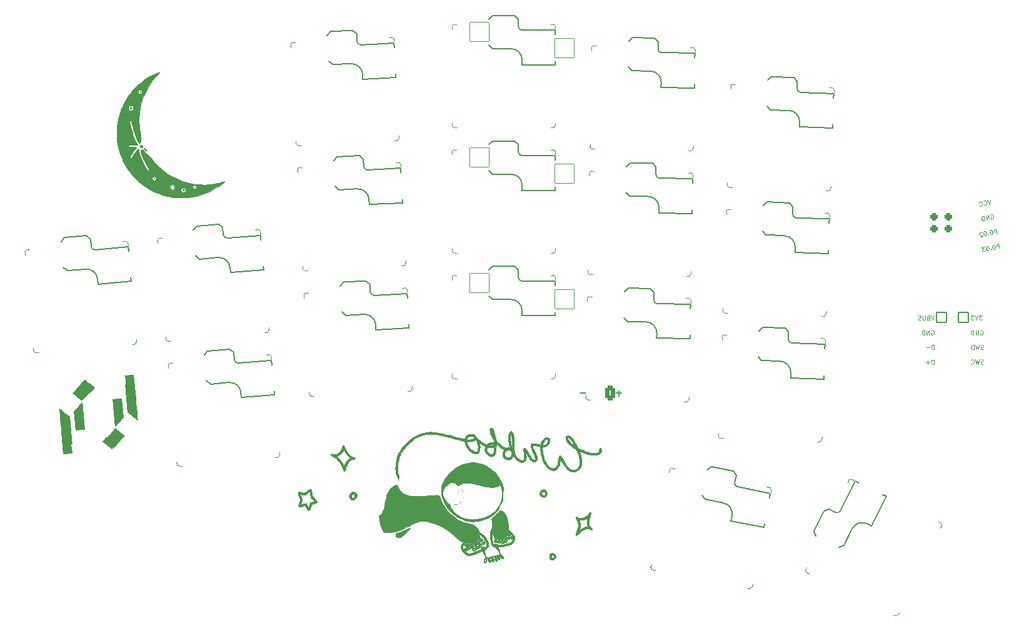
<source format=gbr>
%TF.GenerationSoftware,KiCad,Pcbnew,6.0.4-6f826c9f35~116~ubuntu20.04.1*%
%TF.CreationDate,2022-06-03T00:30:45+02:00*%
%TF.ProjectId,Wubbo,57756262-6f2e-46b6-9963-61645f706362,v0.3*%
%TF.SameCoordinates,Original*%
%TF.FileFunction,Legend,Bot*%
%TF.FilePolarity,Positive*%
%FSLAX46Y46*%
G04 Gerber Fmt 4.6, Leading zero omitted, Abs format (unit mm)*
G04 Created by KiCad (PCBNEW 6.0.4-6f826c9f35~116~ubuntu20.04.1) date 2022-06-03 00:30:45*
%MOMM*%
%LPD*%
G01*
G04 APERTURE LIST*
G04 Aperture macros list*
%AMRoundRect*
0 Rectangle with rounded corners*
0 $1 Rounding radius*
0 $2 $3 $4 $5 $6 $7 $8 $9 X,Y pos of 4 corners*
0 Add a 4 corners polygon primitive as box body*
4,1,4,$2,$3,$4,$5,$6,$7,$8,$9,$2,$3,0*
0 Add four circle primitives for the rounded corners*
1,1,$1+$1,$2,$3*
1,1,$1+$1,$4,$5*
1,1,$1+$1,$6,$7*
1,1,$1+$1,$8,$9*
0 Add four rect primitives between the rounded corners*
20,1,$1+$1,$2,$3,$4,$5,0*
20,1,$1+$1,$4,$5,$6,$7,0*
20,1,$1+$1,$6,$7,$8,$9,0*
20,1,$1+$1,$8,$9,$2,$3,0*%
%AMHorizOval*
0 Thick line with rounded ends*
0 $1 width*
0 $2 $3 position (X,Y) of the first rounded end (center of the circle)*
0 $4 $5 position (X,Y) of the second rounded end (center of the circle)*
0 Add line between two ends*
20,1,$1,$2,$3,$4,$5,0*
0 Add two circle primitives to create the rounded ends*
1,1,$1,$2,$3*
1,1,$1,$4,$5*%
G04 Aperture macros list end*
%ADD10C,0.100000*%
%ADD11C,0.150000*%
%ADD12C,0.120000*%
%ADD13C,0.010000*%
%ADD14C,3.100000*%
%ADD15C,1.801800*%
%ADD16C,3.529000*%
%ADD17HorizOval,1.200000X-0.449383X-0.023551X0.449383X0.023551X0*%
%ADD18RoundRect,0.050000X1.230182X1.366255X-1.366255X1.230182X-1.230182X-1.366255X1.366255X-1.230182X0*%
%ADD19RoundRect,0.050000X1.300000X1.300000X-1.300000X1.300000X-1.300000X-1.300000X1.300000X-1.300000X0*%
%ADD20O,2.100000X1.200000*%
%ADD21RoundRect,0.268750X0.256250X-0.218750X0.256250X0.218750X-0.256250X0.218750X-0.256250X-0.218750X0*%
%ADD22RoundRect,0.050000X-0.675000X-0.675000X0.675000X-0.675000X0.675000X0.675000X-0.675000X0.675000X0*%
%ADD23O,1.450000X1.450000*%
%ADD24RoundRect,0.050000X-0.598550X1.738315X-1.738315X-0.598550X0.598550X-1.738315X1.738315X0.598550X0*%
%ADD25HorizOval,1.200000X-0.197267X-0.404457X0.197267X0.404457X0*%
%ADD26RoundRect,0.320833X0.379167X0.654167X-0.379167X0.654167X-0.379167X-0.654167X0.379167X-0.654167X0*%
%ADD27O,1.400000X1.950000*%
%ADD28HorizOval,1.200000X-0.449931X0.007854X0.449931X-0.007854X0*%
%ADD29RoundRect,0.050000X1.322490X1.277114X-1.277114X1.322490X-1.322490X-1.277114X1.277114X-1.322490X0*%
%ADD30C,0.800000*%
%ADD31C,4.500000*%
%ADD32RoundRect,0.050000X1.181751X1.408356X-1.408356X1.181751X-1.181751X-1.408356X1.408356X-1.181751X0*%
%ADD33HorizOval,1.200000X-0.448288X-0.039220X0.448288X0.039220X0*%
%ADD34RoundRect,0.550000X0.612372X0.353553X-0.353553X0.612372X-0.612372X-0.353553X0.353553X-0.612372X0*%
%ADD35C,1.000000*%
%ADD36HorizOval,1.200000X-0.449726X0.015705X0.449726X-0.015705X0*%
%ADD37RoundRect,0.050000X1.344577X1.253839X-1.253839X1.344577X-1.344577X-1.253839X1.253839X-1.344577X0*%
%ADD38HorizOval,1.100000X-0.160343X-0.578178X0.160343X0.578178X0*%
%ADD39HorizOval,1.100000X-0.106895X-0.385452X0.106895X0.385452X0*%
%ADD40RoundRect,0.050000X-0.533802X-0.791394X0.791394X-0.533802X0.533802X0.791394X-0.791394X0.533802X0*%
%ADD41HorizOval,1.450000X0.000000X0.000000X0.000000X0.000000X0*%
%ADD42RoundRect,0.050000X1.524167X1.028064X-1.028064X1.524167X-1.524167X-1.028064X1.028064X-1.524167X0*%
%ADD43HorizOval,1.200000X-0.441732X0.085864X0.441732X-0.085864X0*%
G04 APERTURE END LIST*
D10*
X122967673Y23534351D02*
X122853188Y24123327D01*
X122628816Y24079714D01*
X122578175Y24040764D01*
X122555580Y24007266D01*
X122538437Y23945721D01*
X122554792Y23861582D01*
X122593742Y23810940D01*
X122627240Y23788346D01*
X122688785Y23771203D01*
X122913157Y23814816D01*
X122152026Y23987035D02*
X122095933Y23976132D01*
X122045291Y23937182D01*
X122022697Y23903684D01*
X122005554Y23842139D01*
X121999314Y23724502D01*
X122026572Y23584269D01*
X122076425Y23477535D01*
X122115375Y23426894D01*
X122148873Y23404299D01*
X122210418Y23387156D01*
X122266511Y23398059D01*
X122317152Y23437009D01*
X122339747Y23470507D01*
X122356890Y23532052D01*
X122363130Y23649689D01*
X122335872Y23789922D01*
X122286018Y23896656D01*
X122247069Y23947297D01*
X122213570Y23969892D01*
X122152026Y23987035D01*
X121806864Y23366925D02*
X121784269Y23333427D01*
X121817767Y23310832D01*
X121840362Y23344330D01*
X121806864Y23366925D01*
X121817767Y23310832D01*
X121310631Y23823485D02*
X121254538Y23812581D01*
X121203897Y23773631D01*
X121181302Y23740133D01*
X121164159Y23678589D01*
X121157919Y23560951D01*
X121185177Y23420719D01*
X121235031Y23313984D01*
X121273981Y23263343D01*
X121307479Y23240748D01*
X121369023Y23223605D01*
X121425116Y23234508D01*
X121475758Y23273458D01*
X121498352Y23306956D01*
X121515496Y23368501D01*
X121521735Y23486139D01*
X121494477Y23626371D01*
X121444624Y23733105D01*
X121405674Y23783747D01*
X121372176Y23806342D01*
X121310631Y23823485D01*
X120917980Y23747161D02*
X120553376Y23676289D01*
X120793315Y23490079D01*
X120709175Y23473724D01*
X120658534Y23434774D01*
X120635939Y23401276D01*
X120618796Y23339731D01*
X120646054Y23199499D01*
X120685004Y23148858D01*
X120718502Y23126263D01*
X120780047Y23109120D01*
X120948326Y23141830D01*
X120998967Y23180780D01*
X121021562Y23214278D01*
X120754285Y7877142D02*
X120668571Y7848571D01*
X120525714Y7848571D01*
X120468571Y7877142D01*
X120440000Y7905714D01*
X120411428Y7962857D01*
X120411428Y8020000D01*
X120440000Y8077142D01*
X120468571Y8105714D01*
X120525714Y8134285D01*
X120640000Y8162857D01*
X120697142Y8191428D01*
X120725714Y8220000D01*
X120754285Y8277142D01*
X120754285Y8334285D01*
X120725714Y8391428D01*
X120697142Y8420000D01*
X120640000Y8448571D01*
X120497142Y8448571D01*
X120411428Y8420000D01*
X120211428Y8448571D02*
X120068571Y7848571D01*
X119954285Y8277142D01*
X119840000Y7848571D01*
X119697142Y8448571D01*
X119125714Y7905714D02*
X119154285Y7877142D01*
X119240000Y7848571D01*
X119297142Y7848571D01*
X119382857Y7877142D01*
X119440000Y7934285D01*
X119468571Y7991428D01*
X119497142Y8105714D01*
X119497142Y8191428D01*
X119468571Y8305714D01*
X119440000Y8362857D01*
X119382857Y8420000D01*
X119297142Y8448571D01*
X119240000Y8448571D01*
X119154285Y8420000D01*
X119125714Y8391428D01*
X113737142Y12380000D02*
X113794285Y12408571D01*
X113880000Y12408571D01*
X113965714Y12380000D01*
X114022857Y12322857D01*
X114051428Y12265714D01*
X114080000Y12151428D01*
X114080000Y12065714D01*
X114051428Y11951428D01*
X114022857Y11894285D01*
X113965714Y11837142D01*
X113880000Y11808571D01*
X113822857Y11808571D01*
X113737142Y11837142D01*
X113708571Y11865714D01*
X113708571Y12065714D01*
X113822857Y12065714D01*
X113451428Y11808571D02*
X113451428Y12408571D01*
X113108571Y11808571D01*
X113108571Y12408571D01*
X112822857Y11808571D02*
X112822857Y12408571D01*
X112680000Y12408571D01*
X112594285Y12380000D01*
X112537142Y12322857D01*
X112508571Y12265714D01*
X112480000Y12151428D01*
X112480000Y12065714D01*
X112508571Y11951428D01*
X112537142Y11894285D01*
X112594285Y11837142D01*
X112680000Y11808571D01*
X112822857Y11808571D01*
X122617673Y25544351D02*
X122503188Y26133327D01*
X122278816Y26089714D01*
X122228175Y26050764D01*
X122205580Y26017266D01*
X122188437Y25955721D01*
X122204792Y25871582D01*
X122243742Y25820940D01*
X122277240Y25798346D01*
X122338785Y25781203D01*
X122563157Y25824816D01*
X121802026Y25997035D02*
X121745933Y25986132D01*
X121695291Y25947182D01*
X121672697Y25913684D01*
X121655554Y25852139D01*
X121649314Y25734502D01*
X121676572Y25594269D01*
X121726425Y25487535D01*
X121765375Y25436894D01*
X121798873Y25414299D01*
X121860418Y25397156D01*
X121916511Y25408059D01*
X121967152Y25447009D01*
X121989747Y25480507D01*
X122006890Y25542052D01*
X122013130Y25659689D01*
X121985872Y25799922D01*
X121936018Y25906656D01*
X121897069Y25957297D01*
X121863570Y25979892D01*
X121802026Y25997035D01*
X121456864Y25376925D02*
X121434269Y25343427D01*
X121467767Y25320832D01*
X121490362Y25354330D01*
X121456864Y25376925D01*
X121467767Y25320832D01*
X120960631Y25833485D02*
X120904538Y25822581D01*
X120853897Y25783631D01*
X120831302Y25750133D01*
X120814159Y25688589D01*
X120807919Y25570951D01*
X120835177Y25430719D01*
X120885031Y25323984D01*
X120923981Y25273343D01*
X120957479Y25250748D01*
X121019023Y25233605D01*
X121075116Y25244508D01*
X121125758Y25283458D01*
X121148352Y25316956D01*
X121165496Y25378501D01*
X121171735Y25496139D01*
X121144477Y25636371D01*
X121094624Y25743105D01*
X121055674Y25793747D01*
X121022176Y25816342D01*
X120960631Y25833485D01*
X120550837Y25695616D02*
X120517339Y25718211D01*
X120455794Y25735354D01*
X120315562Y25708096D01*
X120264920Y25669146D01*
X120242326Y25635648D01*
X120225182Y25574103D01*
X120236086Y25518010D01*
X120280487Y25439322D01*
X120682466Y25168185D01*
X120317861Y25097313D01*
X114098571Y9868571D02*
X114098571Y10468571D01*
X113955714Y10468571D01*
X113870000Y10440000D01*
X113812857Y10382857D01*
X113784285Y10325714D01*
X113755714Y10211428D01*
X113755714Y10125714D01*
X113784285Y10011428D01*
X113812857Y9954285D01*
X113870000Y9897142D01*
X113955714Y9868571D01*
X114098571Y9868571D01*
X113498571Y10097142D02*
X113041428Y10097142D01*
X121741501Y28051715D02*
X121792142Y28090664D01*
X121876281Y28107020D01*
X121965873Y28095328D01*
X122032869Y28050138D01*
X122071819Y27999497D01*
X122121672Y27892763D01*
X122138027Y27808623D01*
X122131787Y27690986D01*
X122114644Y27629441D01*
X122069455Y27562445D01*
X121990767Y27518043D01*
X121934674Y27507140D01*
X121845083Y27518831D01*
X121811585Y27541426D01*
X121773423Y27737752D01*
X121885609Y27759558D01*
X121570069Y27436268D02*
X121455584Y28025244D01*
X121233512Y27370848D01*
X121119026Y27959824D01*
X120953047Y27316331D02*
X120838561Y27905307D01*
X120698329Y27878049D01*
X120619641Y27833647D01*
X120574451Y27766651D01*
X120557308Y27705106D01*
X120551069Y27587469D01*
X120567424Y27503329D01*
X120617277Y27396595D01*
X120656227Y27345953D01*
X120723223Y27300764D01*
X120812814Y27289072D01*
X120953047Y27316331D01*
X120754285Y9837142D02*
X120668571Y9808571D01*
X120525714Y9808571D01*
X120468571Y9837142D01*
X120440000Y9865714D01*
X120411428Y9922857D01*
X120411428Y9980000D01*
X120440000Y10037142D01*
X120468571Y10065714D01*
X120525714Y10094285D01*
X120640000Y10122857D01*
X120697142Y10151428D01*
X120725714Y10180000D01*
X120754285Y10237142D01*
X120754285Y10294285D01*
X120725714Y10351428D01*
X120697142Y10380000D01*
X120640000Y10408571D01*
X120497142Y10408571D01*
X120411428Y10380000D01*
X120211428Y10408571D02*
X120068571Y9808571D01*
X119954285Y10237142D01*
X119840000Y9808571D01*
X119697142Y10408571D01*
X119468571Y9808571D02*
X119468571Y10408571D01*
X119325714Y10408571D01*
X119240000Y10380000D01*
X119182857Y10322857D01*
X119154285Y10265714D01*
X119125714Y10151428D01*
X119125714Y10065714D01*
X119154285Y9951428D01*
X119182857Y9894285D01*
X119240000Y9837142D01*
X119325714Y9808571D01*
X119468571Y9808571D01*
X114110000Y14378571D02*
X113910000Y13778571D01*
X113710000Y14378571D01*
X113310000Y14092857D02*
X113224285Y14064285D01*
X113195714Y14035714D01*
X113167142Y13978571D01*
X113167142Y13892857D01*
X113195714Y13835714D01*
X113224285Y13807142D01*
X113281428Y13778571D01*
X113510000Y13778571D01*
X113510000Y14378571D01*
X113310000Y14378571D01*
X113252857Y14350000D01*
X113224285Y14321428D01*
X113195714Y14264285D01*
X113195714Y14207142D01*
X113224285Y14150000D01*
X113252857Y14121428D01*
X113310000Y14092857D01*
X113510000Y14092857D01*
X112910000Y14378571D02*
X112910000Y13892857D01*
X112881428Y13835714D01*
X112852857Y13807142D01*
X112795714Y13778571D01*
X112681428Y13778571D01*
X112624285Y13807142D01*
X112595714Y13835714D01*
X112567142Y13892857D01*
X112567142Y14378571D01*
X112310000Y13807142D02*
X112224285Y13778571D01*
X112081428Y13778571D01*
X112024285Y13807142D01*
X111995714Y13835714D01*
X111967142Y13892857D01*
X111967142Y13950000D01*
X111995714Y14007142D01*
X112024285Y14035714D01*
X112081428Y14064285D01*
X112195714Y14092857D01*
X112252857Y14121428D01*
X112281428Y14150000D01*
X112310000Y14207142D01*
X112310000Y14264285D01*
X112281428Y14321428D01*
X112252857Y14350000D01*
X112195714Y14378571D01*
X112052857Y14378571D01*
X111967142Y14350000D01*
X121702607Y30115181D02*
X121620767Y29488043D01*
X121309956Y30038858D01*
X120880655Y29402392D02*
X120914153Y29379798D01*
X121003744Y29368106D01*
X121059837Y29379010D01*
X121138525Y29423411D01*
X121183714Y29490407D01*
X121200858Y29551952D01*
X121207097Y29669590D01*
X121190742Y29753729D01*
X121140889Y29860463D01*
X121101939Y29911105D01*
X121034943Y29956294D01*
X120945352Y29967986D01*
X120889259Y29957082D01*
X120810571Y29912681D01*
X120787976Y29879183D01*
X120291678Y29287907D02*
X120325177Y29265312D01*
X120414768Y29253621D01*
X120470861Y29264524D01*
X120549548Y29308926D01*
X120594738Y29375922D01*
X120611881Y29437467D01*
X120618121Y29555104D01*
X120601766Y29639244D01*
X120551913Y29745978D01*
X120512963Y29796619D01*
X120445966Y29841809D01*
X120356375Y29853500D01*
X120300282Y29842597D01*
X120221595Y29798196D01*
X120199000Y29764697D01*
X120582857Y14438571D02*
X120211428Y14438571D01*
X120411428Y14210000D01*
X120325714Y14210000D01*
X120268571Y14181428D01*
X120240000Y14152857D01*
X120211428Y14095714D01*
X120211428Y13952857D01*
X120240000Y13895714D01*
X120268571Y13867142D01*
X120325714Y13838571D01*
X120497142Y13838571D01*
X120554285Y13867142D01*
X120582857Y13895714D01*
X120040000Y14438571D02*
X119840000Y13838571D01*
X119640000Y14438571D01*
X119497142Y14438571D02*
X119125714Y14438571D01*
X119325714Y14210000D01*
X119240000Y14210000D01*
X119182857Y14181428D01*
X119154285Y14152857D01*
X119125714Y14095714D01*
X119125714Y13952857D01*
X119154285Y13895714D01*
X119182857Y13867142D01*
X119240000Y13838571D01*
X119411428Y13838571D01*
X119468571Y13867142D01*
X119497142Y13895714D01*
X120377142Y12390000D02*
X120434285Y12418571D01*
X120520000Y12418571D01*
X120605714Y12390000D01*
X120662857Y12332857D01*
X120691428Y12275714D01*
X120720000Y12161428D01*
X120720000Y12075714D01*
X120691428Y11961428D01*
X120662857Y11904285D01*
X120605714Y11847142D01*
X120520000Y11818571D01*
X120462857Y11818571D01*
X120377142Y11847142D01*
X120348571Y11875714D01*
X120348571Y12075714D01*
X120462857Y12075714D01*
X120091428Y11818571D02*
X120091428Y12418571D01*
X119748571Y11818571D01*
X119748571Y12418571D01*
X119462857Y11818571D02*
X119462857Y12418571D01*
X119320000Y12418571D01*
X119234285Y12390000D01*
X119177142Y12332857D01*
X119148571Y12275714D01*
X119120000Y12161428D01*
X119120000Y12075714D01*
X119148571Y11961428D01*
X119177142Y11904285D01*
X119234285Y11847142D01*
X119320000Y11818571D01*
X119462857Y11818571D01*
X114088571Y7838571D02*
X114088571Y8438571D01*
X113945714Y8438571D01*
X113860000Y8410000D01*
X113802857Y8352857D01*
X113774285Y8295714D01*
X113745714Y8181428D01*
X113745714Y8095714D01*
X113774285Y7981428D01*
X113802857Y7924285D01*
X113860000Y7867142D01*
X113945714Y7838571D01*
X114088571Y7838571D01*
X113488571Y8067142D02*
X113031428Y8067142D01*
X113260000Y7838571D02*
X113260000Y8295714D01*
D11*
%TO.C,J4*%
X66149047Y3881428D02*
X66910952Y3881428D01*
X71780952Y3871428D02*
X71019047Y3871428D01*
X71400000Y4252380D02*
X71400000Y3490476D01*
%TO.C,GR2*%
%TO.C,SW12*%
X38510913Y12465720D02*
X43004746Y12701232D01*
D12*
X42732599Y17894106D02*
X42749869Y17564559D01*
X29793343Y3497187D02*
X30122889Y3514457D01*
D11*
X43004746Y12701232D02*
X42978578Y13200547D01*
X38474278Y13164761D02*
X38510913Y12465720D01*
X42758767Y17394791D02*
X38264934Y17159279D01*
X34165744Y18947194D02*
X37161632Y19104202D01*
X42790168Y16795613D02*
X42758767Y17394791D01*
X37161632Y19104202D02*
X37687115Y18631055D01*
X33875773Y14926508D02*
X34401256Y14453361D01*
D12*
X42392342Y18176686D02*
X42062796Y18159416D01*
X29035673Y17476692D02*
X29365220Y17493962D01*
D11*
X33692597Y18421712D02*
X34165744Y18947194D01*
X37739451Y17632426D02*
X37687115Y18631055D01*
D12*
X29453086Y3779767D02*
X29435816Y4109314D01*
X43432593Y4537437D02*
X43415323Y4866983D01*
X43150013Y4197180D02*
X42820466Y4179910D01*
D11*
X34401256Y14453361D02*
X36897829Y14584201D01*
D12*
X28753093Y17136435D02*
X28770363Y16806889D01*
X29035673Y17476694D02*
G75*
G03*
X28752830Y17141427I26211J-309054D01*
G01*
X29453086Y3779767D02*
G75*
G03*
X29788350Y3496924I309053J26210D01*
G01*
X42732600Y17894106D02*
G75*
G03*
X42397334Y18176949I-309053J-26209D01*
G01*
D11*
X38474277Y13164761D02*
G75*
G03*
X36897829Y14584201I-1497945J-78505D01*
G01*
D12*
X43150013Y4197179D02*
G75*
G03*
X43432856Y4532445I-26209J309053D01*
G01*
D11*
X37739451Y17632426D02*
G75*
G03*
X38264934Y17159279I499316J26169D01*
G01*
D12*
%TO.C,SW8*%
X62488371Y36871819D02*
X62158372Y36871820D01*
D11*
X62813372Y31371818D02*
X62813372Y31871818D01*
D12*
X49113372Y36871818D02*
X49443371Y36871817D01*
D11*
X53813372Y37571818D02*
X54313372Y38071818D01*
D12*
X48813371Y23171819D02*
X48813372Y23501818D01*
D11*
X53813372Y34071818D02*
X54313372Y33571818D01*
X57313372Y38071818D02*
X57813372Y37571818D01*
X54313372Y38071818D02*
X57313372Y38071818D01*
D12*
X62813372Y36571818D02*
X62813371Y36241819D01*
D11*
X62813372Y35471818D02*
X62813372Y36071818D01*
X58313372Y31371818D02*
X62813372Y31371818D01*
D12*
X48813371Y36546817D02*
X48813370Y36216818D01*
D11*
X54313372Y33571818D02*
X56813372Y33571818D01*
D12*
X62813373Y23196819D02*
X62813374Y23526818D01*
X49138372Y22871818D02*
X49468371Y22871817D01*
D11*
X57813372Y36571818D02*
X57813372Y37571818D01*
D12*
X62513372Y22871818D02*
X62183373Y22871819D01*
D11*
X58313372Y32071818D02*
X58313372Y31371818D01*
X62813372Y36071818D02*
X58313372Y36071818D01*
X58313372Y32071818D02*
G75*
G03*
X56813372Y33571818I-1500001J-1D01*
G01*
D12*
X62813372Y36571818D02*
G75*
G03*
X62493370Y36871820I-310000J-9998D01*
G01*
X48813371Y23171819D02*
G75*
G03*
X49133373Y22871817I310001J9999D01*
G01*
D11*
X57813372Y36571818D02*
G75*
G03*
X58313372Y36071818I500001J1D01*
G01*
D12*
X62513372Y22871818D02*
G75*
G03*
X62813374Y23191820I-9998J310000D01*
G01*
X49113372Y36871820D02*
G75*
G03*
X48813370Y36551816I10000J-310002D01*
G01*
%TO.C,SW17*%
X102941087Y-7790856D02*
X103237688Y-7935519D01*
D11*
X107614816Y-10070386D02*
X107165419Y-9851200D01*
D12*
X108847730Y-26248146D02*
X108551129Y-26103484D01*
D11*
X99181855Y-12076667D02*
X99850437Y-11846455D01*
D12*
X96826361Y-20384933D02*
X97122962Y-20529596D01*
X109259840Y-26087549D02*
X109404503Y-25790949D01*
D11*
X98096953Y-15441631D02*
X97866741Y-14773049D01*
X97866741Y-14773049D02*
X99181855Y-12076667D01*
X100749231Y-12284826D02*
X99850437Y-11846455D01*
X101911314Y-16745719D02*
X103007242Y-14498734D01*
X105642146Y-14114959D02*
X107614816Y-10070386D01*
D12*
X115123054Y-14066179D02*
X114978391Y-14362780D01*
X102528977Y-7951453D02*
X102384314Y-8248054D01*
X96665764Y-19972823D02*
X96810427Y-19676222D01*
D11*
X103929760Y-8273064D02*
X103390484Y-8010042D01*
X101242732Y-16975930D02*
X101911314Y-16745719D01*
D12*
X114962457Y-13654069D02*
X114665856Y-13509406D01*
D11*
X105012990Y-13808099D02*
X105642146Y-14114959D01*
X103390484Y-8010042D02*
X101417814Y-12054615D01*
D12*
X108847730Y-26248146D02*
G75*
G03*
X109257649Y-26092043I126908J283010D01*
G01*
D11*
X105012990Y-13808099D02*
G75*
G03*
X103007242Y-14498734I-657556J-1348193D01*
G01*
D12*
X96665762Y-19972822D02*
G75*
G03*
X96821868Y-20382743I283012J-126908D01*
G01*
X102941087Y-7790856D02*
G75*
G03*
X102531167Y-7946960I-126909J-283009D01*
G01*
X115123054Y-14066179D02*
G75*
G03*
X114966950Y-13656259I-283009J126909D01*
G01*
D11*
X100749230Y-12284827D02*
G75*
G03*
X101417814Y-12054615I219186J449399D01*
G01*
%TO.C,SW9*%
X72874865Y30594844D02*
X75374485Y30551213D01*
D12*
X81106212Y33751669D02*
X80776264Y33757429D01*
D11*
X72383668Y31103494D02*
X72874865Y30594844D01*
D12*
X67733250Y33985094D02*
X68063199Y33979334D01*
X67513913Y19986790D02*
X67843862Y19981030D01*
X81192503Y20073080D02*
X81198263Y20403028D01*
D11*
X72953401Y35094159D02*
X75952944Y35041801D01*
X81406730Y32346209D02*
X81417202Y32946118D01*
D12*
X80886876Y19753364D02*
X80556927Y19759124D01*
X67194197Y20292417D02*
X67199957Y20622366D01*
X67427623Y33665378D02*
X67421863Y33335430D01*
D11*
X72444751Y34602961D02*
X72953401Y35094159D01*
X75952944Y35041801D02*
X76444142Y34533151D01*
D12*
X81425928Y33446042D02*
X81420168Y33116093D01*
D11*
X76848078Y29025263D02*
X76835861Y28325370D01*
X76835861Y28325370D02*
X81335175Y28246834D01*
X81335175Y28246834D02*
X81343902Y28746758D01*
X81417202Y32946118D02*
X76917887Y33024654D01*
X76426690Y33533304D02*
X76444142Y34533151D01*
D12*
X67733250Y33985097D02*
G75*
G03*
X67427709Y33670376I4589J-310130D01*
G01*
X81425929Y33446042D02*
G75*
G03*
X81111210Y33751583I-310128J-4587D01*
G01*
X67194196Y20292417D02*
G75*
G03*
X67508915Y19986876I310129J4588D01*
G01*
D11*
X76426689Y33533304D02*
G75*
G03*
X76917887Y33024654I499925J-8725D01*
G01*
D12*
X80886876Y19753363D02*
G75*
G03*
X81192417Y20068082I-4587J310128D01*
G01*
D11*
X76848077Y29025263D02*
G75*
G03*
X75374485Y30551213I-1499772J26178D01*
G01*
%TO.C,GR5*%
G36*
X60764199Y-9439343D02*
G01*
X60850372Y-9321221D01*
X60965961Y-9230817D01*
X60996384Y-9214442D01*
X61124007Y-9168604D01*
X61244730Y-9163122D01*
X61349099Y-9191426D01*
X61435719Y-9238148D01*
X61504235Y-9302416D01*
X61564233Y-9394314D01*
X61589599Y-9444416D01*
X61625047Y-9528413D01*
X61643635Y-9604750D01*
X61650058Y-9695178D01*
X61650316Y-9725718D01*
X61635072Y-9875983D01*
X61589412Y-9997034D01*
X61513500Y-10088640D01*
X61407499Y-10150571D01*
X61332409Y-10172780D01*
X61245579Y-10188536D01*
X61174378Y-10192102D01*
X61096752Y-10183552D01*
X61043408Y-10173727D01*
X60907073Y-10131093D01*
X60804621Y-10063217D01*
X60735193Y-9969049D01*
X60697936Y-9847539D01*
X60690561Y-9740750D01*
X60693122Y-9719717D01*
X60929973Y-9719717D01*
X60936495Y-9805221D01*
X60979243Y-9872146D01*
X61056225Y-9917818D01*
X61165447Y-9939562D01*
X61202169Y-9941004D01*
X61272855Y-9934353D01*
X61326162Y-9906648D01*
X61355628Y-9879961D01*
X61394595Y-9833411D01*
X61412863Y-9784211D01*
X61417497Y-9713022D01*
X61417500Y-9710628D01*
X61410636Y-9628565D01*
X61388598Y-9578548D01*
X61380458Y-9570081D01*
X61326850Y-9525169D01*
X61267081Y-9479426D01*
X61212031Y-9440666D01*
X61172578Y-9416706D01*
X61161326Y-9412666D01*
X61127580Y-9428357D01*
X61080051Y-9468427D01*
X61028941Y-9522369D01*
X60984449Y-9579677D01*
X60961672Y-9618308D01*
X60929973Y-9719717D01*
X60693122Y-9719717D01*
X60710058Y-9580685D01*
X60764199Y-9439343D01*
G37*
D13*
X60764199Y-9439343D02*
X60850372Y-9321221D01*
X60965961Y-9230817D01*
X60996384Y-9214442D01*
X61124007Y-9168604D01*
X61244730Y-9163122D01*
X61349099Y-9191426D01*
X61435719Y-9238148D01*
X61504235Y-9302416D01*
X61564233Y-9394314D01*
X61589599Y-9444416D01*
X61625047Y-9528413D01*
X61643635Y-9604750D01*
X61650058Y-9695178D01*
X61650316Y-9725718D01*
X61635072Y-9875983D01*
X61589412Y-9997034D01*
X61513500Y-10088640D01*
X61407499Y-10150571D01*
X61332409Y-10172780D01*
X61245579Y-10188536D01*
X61174378Y-10192102D01*
X61096752Y-10183552D01*
X61043408Y-10173727D01*
X60907073Y-10131093D01*
X60804621Y-10063217D01*
X60735193Y-9969049D01*
X60697936Y-9847539D01*
X60690561Y-9740750D01*
X60693122Y-9719717D01*
X60929973Y-9719717D01*
X60936495Y-9805221D01*
X60979243Y-9872146D01*
X61056225Y-9917818D01*
X61165447Y-9939562D01*
X61202169Y-9941004D01*
X61272855Y-9934353D01*
X61326162Y-9906648D01*
X61355628Y-9879961D01*
X61394595Y-9833411D01*
X61412863Y-9784211D01*
X61417497Y-9713022D01*
X61417500Y-9710628D01*
X61410636Y-9628565D01*
X61388598Y-9578548D01*
X61380458Y-9570081D01*
X61326850Y-9525169D01*
X61267081Y-9479426D01*
X61212031Y-9440666D01*
X61172578Y-9416706D01*
X61161326Y-9412666D01*
X61127580Y-9428357D01*
X61080051Y-9468427D01*
X61028941Y-9522369D01*
X60984449Y-9579677D01*
X60961672Y-9618308D01*
X60929973Y-9719717D01*
X60693122Y-9719717D01*
X60710058Y-9580685D01*
X60764199Y-9439343D01*
G36*
X51521187Y-17165181D02*
G01*
X51572144Y-17117634D01*
X51637545Y-17072741D01*
X51705158Y-17037140D01*
X51762750Y-17017474D01*
X51793108Y-17017565D01*
X51828484Y-17045811D01*
X51872403Y-17100219D01*
X51916809Y-17168006D01*
X51953646Y-17236393D01*
X51974856Y-17292596D01*
X51977166Y-17309561D01*
X51964109Y-17363605D01*
X51921133Y-17411797D01*
X51842529Y-17460354D01*
X51835342Y-17464030D01*
X51744734Y-17496382D01*
X51669083Y-17491154D01*
X51601854Y-17447236D01*
X51577215Y-17420245D01*
X51516138Y-17336423D01*
X51488168Y-17269870D01*
X51488746Y-17260790D01*
X51617333Y-17260790D01*
X51631687Y-17298275D01*
X51664698Y-17339548D01*
X51701290Y-17367577D01*
X51715175Y-17371333D01*
X51759622Y-17361689D01*
X51788058Y-17349421D01*
X51820290Y-17312249D01*
X51825475Y-17260627D01*
X51807774Y-17208707D01*
X51771351Y-17170640D01*
X51732238Y-17159666D01*
X51697378Y-17173631D01*
X51656028Y-17205880D01*
X51624625Y-17241948D01*
X51617333Y-17260790D01*
X51488746Y-17260790D01*
X51491758Y-17213541D01*
X51521187Y-17165181D01*
G37*
X51521187Y-17165181D02*
X51572144Y-17117634D01*
X51637545Y-17072741D01*
X51705158Y-17037140D01*
X51762750Y-17017474D01*
X51793108Y-17017565D01*
X51828484Y-17045811D01*
X51872403Y-17100219D01*
X51916809Y-17168006D01*
X51953646Y-17236393D01*
X51974856Y-17292596D01*
X51977166Y-17309561D01*
X51964109Y-17363605D01*
X51921133Y-17411797D01*
X51842529Y-17460354D01*
X51835342Y-17464030D01*
X51744734Y-17496382D01*
X51669083Y-17491154D01*
X51601854Y-17447236D01*
X51577215Y-17420245D01*
X51516138Y-17336423D01*
X51488168Y-17269870D01*
X51488746Y-17260790D01*
X51617333Y-17260790D01*
X51631687Y-17298275D01*
X51664698Y-17339548D01*
X51701290Y-17367577D01*
X51715175Y-17371333D01*
X51759622Y-17361689D01*
X51788058Y-17349421D01*
X51820290Y-17312249D01*
X51825475Y-17260627D01*
X51807774Y-17208707D01*
X51771351Y-17170640D01*
X51732238Y-17159666D01*
X51697378Y-17173631D01*
X51656028Y-17205880D01*
X51624625Y-17241948D01*
X51617333Y-17260790D01*
X51488746Y-17260790D01*
X51491758Y-17213541D01*
X51521187Y-17165181D01*
G36*
X56467341Y-1893864D02*
G01*
X56499218Y-1710491D01*
X56544784Y-1554344D01*
X56603653Y-1429595D01*
X56675437Y-1340415D01*
X56689013Y-1329000D01*
X56766884Y-1287795D01*
X56841717Y-1287530D01*
X56912290Y-1326852D01*
X56977383Y-1404408D01*
X57035774Y-1518843D01*
X57086241Y-1668804D01*
X57118353Y-1804750D01*
X57139231Y-1917660D01*
X57157103Y-2036415D01*
X57172280Y-2165655D01*
X57185069Y-2310016D01*
X57195779Y-2474135D01*
X57204721Y-2662650D01*
X57212202Y-2880198D01*
X57218531Y-3131415D01*
X57223328Y-3380166D01*
X57237720Y-4216250D01*
X57307311Y-4364416D01*
X57337624Y-4423868D01*
X57372562Y-4479674D01*
X57417534Y-4538387D01*
X57477950Y-4606560D01*
X57559219Y-4690743D01*
X57656837Y-4787750D01*
X57819085Y-4940811D01*
X57960471Y-5059825D01*
X58083400Y-5146109D01*
X58190280Y-5200980D01*
X58283516Y-5225757D01*
X58365513Y-5221756D01*
X58415809Y-5203407D01*
X58469644Y-5170868D01*
X58509618Y-5130994D01*
X58537636Y-5077435D01*
X58555605Y-5003838D01*
X58565428Y-4903851D01*
X58569013Y-4771121D01*
X58569071Y-4692500D01*
X58566521Y-4535420D01*
X58559438Y-4403758D01*
X58546242Y-4280700D01*
X58525359Y-4149433D01*
X58510863Y-4071965D01*
X58489932Y-3958091D01*
X58472489Y-3851920D01*
X58460111Y-3763922D01*
X58454379Y-3704565D01*
X58454166Y-3696257D01*
X58469971Y-3613595D01*
X58513680Y-3555788D01*
X58579735Y-3529365D01*
X58597041Y-3528412D01*
X58651419Y-3535804D01*
X58705179Y-3559968D01*
X58760903Y-3604108D01*
X58821177Y-3671431D01*
X58888583Y-3765142D01*
X58965705Y-3888446D01*
X59055126Y-4044550D01*
X59142866Y-4205666D01*
X59271489Y-4438367D01*
X59388211Y-4633535D01*
X59494845Y-4793692D01*
X59593202Y-4921356D01*
X59685094Y-5019047D01*
X59772335Y-5089283D01*
X59783870Y-5096809D01*
X59870468Y-5142730D01*
X59936214Y-5155383D01*
X59986215Y-5134938D01*
X60012426Y-5104390D01*
X60037850Y-5029915D01*
X60038991Y-4922579D01*
X60016239Y-4783919D01*
X59969985Y-4615475D01*
X59900620Y-4418783D01*
X59808535Y-4195381D01*
X59746409Y-4057500D01*
X59671956Y-3895118D01*
X59613567Y-3763507D01*
X59568409Y-3655556D01*
X59533650Y-3564151D01*
X59506457Y-3482182D01*
X59483999Y-3402538D01*
X59481180Y-3391594D01*
X59457378Y-3281417D01*
X59450854Y-3196684D01*
X59461520Y-3124230D01*
X59474838Y-3086118D01*
X61100000Y-3086118D01*
X61101974Y-3127385D01*
X61115653Y-3144450D01*
X61152669Y-3144082D01*
X61189958Y-3138462D01*
X61262575Y-3120804D01*
X61347480Y-3091705D01*
X61390733Y-3073568D01*
X61517810Y-3005723D01*
X61611952Y-2930846D01*
X61682551Y-2840965D01*
X61699932Y-2811008D01*
X61748878Y-2696699D01*
X61770061Y-2591373D01*
X61766649Y-2499313D01*
X61741809Y-2424803D01*
X61698707Y-2372123D01*
X61640511Y-2345559D01*
X61570387Y-2349391D01*
X61491502Y-2387904D01*
X61427738Y-2442901D01*
X61355668Y-2528998D01*
X61283889Y-2635421D01*
X61217474Y-2752207D01*
X61161501Y-2869393D01*
X61121046Y-2977018D01*
X61101184Y-3065119D01*
X61100000Y-3086118D01*
X59474838Y-3086118D01*
X59479082Y-3073975D01*
X59520875Y-3009716D01*
X59586641Y-2963124D01*
X59678628Y-2934088D01*
X59799084Y-2922498D01*
X59950257Y-2928240D01*
X60134395Y-2951204D01*
X60353746Y-2991279D01*
X60501976Y-3023215D01*
X60606273Y-3045505D01*
X60696127Y-3062422D01*
X60763322Y-3072588D01*
X60799641Y-3074624D01*
X60802958Y-3073687D01*
X60818558Y-3048443D01*
X60840803Y-2993491D01*
X60865257Y-2919982D01*
X60868749Y-2908356D01*
X60940893Y-2707335D01*
X61030242Y-2528663D01*
X61133714Y-2375732D01*
X61248229Y-2251935D01*
X61370707Y-2160663D01*
X61498067Y-2105309D01*
X61612835Y-2089000D01*
X61739819Y-2104643D01*
X61846731Y-2154309D01*
X61919853Y-2216527D01*
X61998623Y-2325860D01*
X62041769Y-2451339D01*
X62050140Y-2587618D01*
X62024582Y-2729347D01*
X61965943Y-2871179D01*
X61875071Y-3007767D01*
X61778099Y-3111180D01*
X61641632Y-3221820D01*
X61500443Y-3302059D01*
X61339377Y-3359845D01*
X61270503Y-3377409D01*
X61185454Y-3400255D01*
X61113732Y-3425047D01*
X61067594Y-3447373D01*
X61060558Y-3452948D01*
X61039619Y-3499024D01*
X61029380Y-3580343D01*
X61029014Y-3691413D01*
X61037693Y-3826744D01*
X61054588Y-3980844D01*
X61078872Y-4148221D01*
X61109717Y-4323386D01*
X61146295Y-4500847D01*
X61187778Y-4675113D01*
X61233338Y-4840692D01*
X61282148Y-4992095D01*
X61300011Y-5041157D01*
X61405008Y-5288014D01*
X61526203Y-5517478D01*
X61660232Y-5725119D01*
X61803729Y-5906506D01*
X61953329Y-6057208D01*
X62105668Y-6172796D01*
X62198501Y-6224168D01*
X62343539Y-6275127D01*
X62486362Y-6292300D01*
X62618738Y-6275362D01*
X62699034Y-6243959D01*
X62820398Y-6159580D01*
X62926197Y-6041702D01*
X63017061Y-5888981D01*
X63093620Y-5700078D01*
X63156501Y-5473651D01*
X63206334Y-5208359D01*
X63216013Y-5141728D01*
X63244722Y-4951538D01*
X63272665Y-4802685D01*
X63300090Y-4694183D01*
X63327250Y-4625047D01*
X63354394Y-4594293D01*
X63355445Y-4593862D01*
X63396880Y-4585691D01*
X63439498Y-4595179D01*
X63485918Y-4625305D01*
X63538758Y-4679049D01*
X63600638Y-4759389D01*
X63674175Y-4869305D01*
X63761990Y-5011776D01*
X63842176Y-5147583D01*
X64014047Y-5433207D01*
X64174446Y-5680223D01*
X64324786Y-5890350D01*
X64466476Y-6065307D01*
X64600928Y-6206811D01*
X64729554Y-6316580D01*
X64853763Y-6396334D01*
X64877804Y-6408640D01*
X64945549Y-6440699D01*
X65000363Y-6461576D01*
X65054814Y-6473659D01*
X65121471Y-6479339D01*
X65212903Y-6481005D01*
X65258804Y-6481083D01*
X65362726Y-6480443D01*
X65436219Y-6476964D01*
X65491189Y-6468304D01*
X65539537Y-6452125D01*
X65593166Y-6426086D01*
X65624763Y-6409135D01*
X65775006Y-6305634D01*
X65896493Y-6173285D01*
X65989575Y-6011328D01*
X66054599Y-5819002D01*
X66091916Y-5595548D01*
X66102108Y-5369833D01*
X66095744Y-5188031D01*
X66076277Y-5009983D01*
X66041819Y-4825786D01*
X65990479Y-4625537D01*
X65920369Y-4399334D01*
X65912284Y-4375000D01*
X65833582Y-4156952D01*
X65757186Y-3981053D01*
X65683037Y-3847180D01*
X65611075Y-3755216D01*
X65602311Y-3746736D01*
X65550725Y-3704506D01*
X65477293Y-3651551D01*
X65396760Y-3598439D01*
X65386250Y-3591895D01*
X65178620Y-3453659D01*
X64985191Y-3305346D01*
X64808066Y-3149982D01*
X64649346Y-2990591D01*
X64511137Y-2830198D01*
X64395540Y-2671830D01*
X64304659Y-2518510D01*
X64240598Y-2373265D01*
X64205459Y-2239120D01*
X64204672Y-2216149D01*
X64448836Y-2216149D01*
X64453146Y-2244190D01*
X64486166Y-2338216D01*
X64551451Y-2448603D01*
X64650172Y-2576974D01*
X64783499Y-2724951D01*
X64846500Y-2789711D01*
X64929790Y-2871520D01*
X65021529Y-2957874D01*
X65116031Y-3043839D01*
X65207609Y-3124485D01*
X65290578Y-3194878D01*
X65359252Y-3250085D01*
X65407946Y-3285174D01*
X65429516Y-3295500D01*
X65428286Y-3278816D01*
X65413199Y-3238553D01*
X65412646Y-3237291D01*
X65381847Y-3174508D01*
X65333998Y-3085411D01*
X65274596Y-2979517D01*
X65209139Y-2866342D01*
X65143125Y-2755400D01*
X65082053Y-2656208D01*
X65034617Y-2583005D01*
X64949052Y-2464754D01*
X64858434Y-2354476D01*
X64769419Y-2259289D01*
X64688661Y-2186309D01*
X64622890Y-2142690D01*
X64571363Y-2120997D01*
X64537299Y-2119331D01*
X64500896Y-2137629D01*
X64493721Y-2142282D01*
X64456476Y-2175237D01*
X64448836Y-2216149D01*
X64204672Y-2216149D01*
X64201345Y-2119099D01*
X64230360Y-2016229D01*
X64259142Y-1970641D01*
X64336113Y-1905161D01*
X64436561Y-1867137D01*
X64550435Y-1858174D01*
X64667687Y-1879881D01*
X64714103Y-1897882D01*
X64819297Y-1957023D01*
X64925286Y-2040352D01*
X65033955Y-2150298D01*
X65147186Y-2289291D01*
X65266864Y-2459757D01*
X65394874Y-2664125D01*
X65533099Y-2904823D01*
X65621602Y-3067469D01*
X65702882Y-3217510D01*
X65769305Y-3334829D01*
X65824602Y-3424741D01*
X65872506Y-3492559D01*
X65916746Y-3543597D01*
X65961055Y-3583167D01*
X66005659Y-3614374D01*
X66080278Y-3655873D01*
X66187909Y-3707720D01*
X66321375Y-3766956D01*
X66473502Y-3830621D01*
X66637112Y-3895755D01*
X66805032Y-3959398D01*
X66970084Y-4018590D01*
X67058416Y-4048633D01*
X67370008Y-4143315D01*
X67650241Y-4209659D01*
X67899221Y-4247648D01*
X68117055Y-4257261D01*
X68303853Y-4238479D01*
X68459720Y-4191285D01*
X68584766Y-4115657D01*
X68679096Y-4011578D01*
X68742819Y-3879028D01*
X68773001Y-3743948D01*
X68796112Y-3644025D01*
X68831810Y-3575247D01*
X68875131Y-3539398D01*
X68921107Y-3538262D01*
X68964773Y-3573624D01*
X69001162Y-3647270D01*
X69005312Y-3660462D01*
X69035152Y-3822383D01*
X69025459Y-3970640D01*
X68977277Y-4103631D01*
X68891654Y-4219753D01*
X68769633Y-4317401D01*
X68612261Y-4394974D01*
X68502916Y-4430770D01*
X68435108Y-4444552D01*
X68339256Y-4457628D01*
X68229633Y-4468272D01*
X68148500Y-4473549D01*
X67866961Y-4471495D01*
X67566309Y-4438062D01*
X67244990Y-4372888D01*
X66901453Y-4275613D01*
X66534145Y-4145875D01*
X66259784Y-4034585D01*
X66183473Y-4004463D01*
X66122284Y-3984687D01*
X66086173Y-3978310D01*
X66081288Y-3979822D01*
X66082306Y-4004069D01*
X66094868Y-4061203D01*
X66117083Y-4143968D01*
X66147063Y-4245104D01*
X66166374Y-4306551D01*
X66232667Y-4523562D01*
X66282569Y-4712876D01*
X66317948Y-4884988D01*
X66340675Y-5050393D01*
X66352617Y-5219589D01*
X66355676Y-5369833D01*
X66351928Y-5563125D01*
X66338310Y-5725493D01*
X66312725Y-5867625D01*
X66273081Y-6000208D01*
X66217283Y-6133931D01*
X66198179Y-6173643D01*
X66086967Y-6357486D01*
X65952211Y-6506180D01*
X65794449Y-6619396D01*
X65614216Y-6696801D01*
X65412051Y-6738065D01*
X65270677Y-6745353D01*
X65087375Y-6732732D01*
X64913234Y-6694392D01*
X64746110Y-6628508D01*
X64583858Y-6533256D01*
X64424335Y-6406812D01*
X64265397Y-6247351D01*
X64104898Y-6053049D01*
X63940697Y-5822081D01*
X63770647Y-5552624D01*
X63673047Y-5385951D01*
X63619548Y-5293833D01*
X63572538Y-5215495D01*
X63536410Y-5158072D01*
X63515556Y-5128695D01*
X63513295Y-5126599D01*
X63501764Y-5140335D01*
X63487393Y-5186604D01*
X63472993Y-5255985D01*
X63470772Y-5269230D01*
X63413505Y-5555434D01*
X63340081Y-5810045D01*
X63251351Y-6031415D01*
X63148164Y-6217894D01*
X63031368Y-6367834D01*
X62901813Y-6479585D01*
X62824085Y-6524832D01*
X62690654Y-6568630D01*
X62539055Y-6581923D01*
X62380706Y-6564480D01*
X62277515Y-6535833D01*
X62123289Y-6465472D01*
X61960359Y-6362128D01*
X61795925Y-6232049D01*
X61637186Y-6081485D01*
X61491340Y-5916684D01*
X61366114Y-5744707D01*
X61215467Y-5488418D01*
X61089474Y-5219721D01*
X60986725Y-4933748D01*
X60905811Y-4625633D01*
X60845325Y-4290508D01*
X60803855Y-3923505D01*
X60791927Y-3761166D01*
X60777973Y-3612937D01*
X60755944Y-3501025D01*
X60723726Y-3419833D01*
X60679203Y-3363766D01*
X60629444Y-3331370D01*
X60555289Y-3303118D01*
X60455324Y-3274731D01*
X60338067Y-3247607D01*
X60212033Y-3223145D01*
X60085737Y-3202743D01*
X59967697Y-3187799D01*
X59866427Y-3179711D01*
X59790444Y-3179879D01*
X59752492Y-3187375D01*
X59725006Y-3205349D01*
X59708522Y-3231976D01*
X59704156Y-3270891D01*
X59713022Y-3325733D01*
X59736237Y-3400137D01*
X59774916Y-3497741D01*
X59830174Y-3622181D01*
X59903129Y-3777094D01*
X59985464Y-3946854D01*
X60061799Y-4105482D01*
X60132026Y-4256377D01*
X60193404Y-4393309D01*
X60243190Y-4510047D01*
X60278639Y-4600362D01*
X60294927Y-4649741D01*
X60330855Y-4825206D01*
X60335417Y-4976303D01*
X60308171Y-5107575D01*
X60248672Y-5223568D01*
X60237375Y-5239343D01*
X60148514Y-5328795D01*
X60045256Y-5379865D01*
X59930138Y-5392969D01*
X59805697Y-5368523D01*
X59674471Y-5306943D01*
X59538998Y-5208646D01*
X59432582Y-5107353D01*
X59345912Y-5012207D01*
X59267989Y-4916999D01*
X59193433Y-4813874D01*
X59116864Y-4694974D01*
X59032899Y-4552442D01*
X58947236Y-4398700D01*
X58886054Y-4288795D01*
X58842266Y-4214784D01*
X58814476Y-4174628D01*
X58801290Y-4166284D01*
X58800788Y-4184500D01*
X58827837Y-4377986D01*
X58844251Y-4538163D01*
X58850454Y-4672583D01*
X58846869Y-4788799D01*
X58838877Y-4862570D01*
X58798865Y-5050987D01*
X58736869Y-5203843D01*
X58652333Y-5322088D01*
X58544701Y-5406671D01*
X58509560Y-5424820D01*
X58370896Y-5466615D01*
X58221510Y-5469515D01*
X58063899Y-5434844D01*
X57900557Y-5363926D01*
X57733979Y-5258084D01*
X57566661Y-5118641D01*
X57401098Y-4946921D01*
X57248376Y-4756000D01*
X57193445Y-4681371D01*
X57148410Y-4620496D01*
X57118760Y-4580775D01*
X57109904Y-4569300D01*
X57097816Y-4583083D01*
X57071832Y-4625727D01*
X57037299Y-4688388D01*
X57033115Y-4696300D01*
X56951907Y-4825572D01*
X56855073Y-4939598D01*
X56750555Y-5030692D01*
X56646295Y-5091170D01*
X56612399Y-5103368D01*
X56534649Y-5122730D01*
X56461693Y-5134887D01*
X56430794Y-5137000D01*
X56343421Y-5126066D01*
X56236228Y-5096761D01*
X56124529Y-5054324D01*
X56023639Y-5003997D01*
X55999989Y-4989575D01*
X55854804Y-4875703D01*
X55748684Y-4745640D01*
X55681692Y-4599659D01*
X55653894Y-4438032D01*
X55660715Y-4332666D01*
X55914838Y-4332666D01*
X55933099Y-4472232D01*
X55983491Y-4594968D01*
X56060398Y-4696967D01*
X56158206Y-4774323D01*
X56271303Y-4823130D01*
X56394072Y-4839481D01*
X56520902Y-4819469D01*
X56580898Y-4796119D01*
X56697236Y-4719202D01*
X56791758Y-4612568D01*
X56858574Y-4485726D01*
X56891792Y-4348181D01*
X56894322Y-4290333D01*
X56883962Y-4200754D01*
X56858701Y-4102543D01*
X56823055Y-4006869D01*
X56781538Y-3924900D01*
X56738664Y-3867805D01*
X56716912Y-3851437D01*
X56667549Y-3838189D01*
X56588867Y-3829568D01*
X56493644Y-3825729D01*
X56394657Y-3826831D01*
X56304683Y-3833030D01*
X56236500Y-3844484D01*
X56232899Y-3845479D01*
X56137413Y-3893228D01*
X56051800Y-3973825D01*
X55982141Y-4077958D01*
X55934517Y-4196310D01*
X55915007Y-4319569D01*
X55914838Y-4332666D01*
X55660715Y-4332666D01*
X55665353Y-4261032D01*
X55716133Y-4068933D01*
X55758396Y-3962490D01*
X55793282Y-3882998D01*
X55822126Y-3817091D01*
X55840307Y-3775337D01*
X55843462Y-3767993D01*
X55831014Y-3746579D01*
X55787253Y-3710792D01*
X55718557Y-3665539D01*
X55682919Y-3644381D01*
X55581931Y-3582107D01*
X55468865Y-3505672D01*
X55349417Y-3419635D01*
X55229282Y-3328558D01*
X55114155Y-3237002D01*
X55009732Y-3149529D01*
X54921709Y-3070699D01*
X54855779Y-3005073D01*
X54817640Y-2957214D01*
X54812626Y-2947398D01*
X54801322Y-2927722D01*
X54795200Y-2943030D01*
X54792597Y-2988583D01*
X54783291Y-3267051D01*
X54771958Y-3507059D01*
X54757858Y-3712462D01*
X54740246Y-3887114D01*
X54718379Y-4034870D01*
X54691514Y-4159584D01*
X54658909Y-4265110D01*
X54619819Y-4355303D01*
X54573503Y-4434017D01*
X54519216Y-4505106D01*
X54494948Y-4532439D01*
X54387382Y-4621826D01*
X54267013Y-4671439D01*
X54134971Y-4681480D01*
X53992386Y-4652148D01*
X53840389Y-4583645D01*
X53680110Y-4476171D01*
X53549095Y-4364511D01*
X53417953Y-4228306D01*
X53325469Y-4095867D01*
X53269411Y-3960011D01*
X53247546Y-3813553D01*
X53249461Y-3782379D01*
X53503721Y-3782379D01*
X53529867Y-3897852D01*
X53593378Y-4019641D01*
X53665027Y-4117101D01*
X53766614Y-4220214D01*
X53880658Y-4298699D01*
X53999950Y-4350106D01*
X54117279Y-4371987D01*
X54225437Y-4361896D01*
X54296689Y-4331571D01*
X54359005Y-4273275D01*
X54417174Y-4182280D01*
X54466064Y-4068211D01*
X54497767Y-3954364D01*
X54507799Y-3888708D01*
X54515796Y-3802093D01*
X54521501Y-3704326D01*
X54524658Y-3605217D01*
X54525010Y-3514572D01*
X54522301Y-3442201D01*
X54516274Y-3397911D01*
X54512535Y-3389878D01*
X54486408Y-3388394D01*
X54431583Y-3398791D01*
X54359282Y-3418860D01*
X54349704Y-3421898D01*
X54278748Y-3442859D01*
X54215197Y-3455801D01*
X54146432Y-3461888D01*
X54059834Y-3462283D01*
X53952168Y-3458561D01*
X53849781Y-3453683D01*
X53759921Y-3448570D01*
X53692792Y-3443855D01*
X53659916Y-3440421D01*
X53630585Y-3445125D01*
X53601215Y-3474814D01*
X53565271Y-3536483D01*
X53559375Y-3548003D01*
X53513904Y-3667627D01*
X53503721Y-3782379D01*
X53249461Y-3782379D01*
X53257639Y-3649308D01*
X53284260Y-3512554D01*
X53304784Y-3416683D01*
X53311909Y-3355653D01*
X53306120Y-3324313D01*
X53302367Y-3320243D01*
X53273304Y-3302882D01*
X53217035Y-3272626D01*
X53144354Y-3235240D01*
X53123929Y-3224977D01*
X53059792Y-3191202D01*
X53818666Y-3191202D01*
X53837873Y-3203029D01*
X53888472Y-3209216D01*
X53959933Y-3210007D01*
X54041725Y-3205642D01*
X54123319Y-3196362D01*
X54193370Y-3182620D01*
X54293544Y-3150185D01*
X54360907Y-3115404D01*
X54394193Y-3081673D01*
X54392138Y-3052387D01*
X54353477Y-3030942D01*
X54276945Y-3020734D01*
X54253833Y-3020333D01*
X54157844Y-3028012D01*
X54059321Y-3048709D01*
X53967203Y-3078914D01*
X53890429Y-3115117D01*
X53837937Y-3153808D01*
X53818666Y-3191202D01*
X53059792Y-3191202D01*
X53038722Y-3180107D01*
X52933559Y-3121412D01*
X52824191Y-3057807D01*
X52757892Y-3017797D01*
X52674692Y-2967768D01*
X52605439Y-2928200D01*
X52557502Y-2903161D01*
X52538340Y-2896603D01*
X52537227Y-2920574D01*
X52544784Y-2970118D01*
X52548822Y-2989177D01*
X52574955Y-3158086D01*
X52584211Y-3348933D01*
X52575995Y-3544579D01*
X52570113Y-3600990D01*
X52536777Y-3807801D01*
X52490087Y-3976088D01*
X52428432Y-4108000D01*
X52350200Y-4205684D01*
X52253778Y-4271289D01*
X52137555Y-4306964D01*
X52034115Y-4315386D01*
X51869554Y-4301151D01*
X51706315Y-4255113D01*
X51538438Y-4174970D01*
X51359963Y-4058421D01*
X51350272Y-4051315D01*
X51138822Y-3871750D01*
X50950798Y-3664169D01*
X50790720Y-3435199D01*
X50663109Y-3191467D01*
X50572485Y-2939600D01*
X50560304Y-2893322D01*
X50532165Y-2783189D01*
X50512625Y-2718087D01*
X50794885Y-2718087D01*
X50802590Y-2782413D01*
X50824907Y-2867768D01*
X50859449Y-2965850D01*
X50903830Y-3068358D01*
X50930043Y-3120732D01*
X51063580Y-3342734D01*
X51218585Y-3545771D01*
X51389767Y-3724589D01*
X51571836Y-3873936D01*
X51759503Y-3988559D01*
X51842413Y-4026610D01*
X51949599Y-4064026D01*
X52034123Y-4076526D01*
X52106791Y-4065117D01*
X52135440Y-4053865D01*
X52201840Y-4001479D01*
X52255901Y-3913818D01*
X52296597Y-3796401D01*
X52322897Y-3654746D01*
X52333774Y-3494374D01*
X52328200Y-3320803D01*
X52305466Y-3141383D01*
X52273194Y-2990808D01*
X52231115Y-2846304D01*
X52182066Y-2714145D01*
X52128880Y-2600604D01*
X52074395Y-2511952D01*
X52021445Y-2454464D01*
X51986629Y-2436077D01*
X51932909Y-2439628D01*
X51866952Y-2477323D01*
X51862599Y-2480607D01*
X51786088Y-2528663D01*
X51692642Y-2567013D01*
X51576514Y-2597010D01*
X51431958Y-2620004D01*
X51253229Y-2637348D01*
X51172833Y-2642885D01*
X51054870Y-2651266D01*
X50951529Y-2660481D01*
X50870298Y-2669712D01*
X50818663Y-2678144D01*
X50804181Y-2683092D01*
X50794885Y-2718087D01*
X50512625Y-2718087D01*
X50509328Y-2707104D01*
X50487735Y-2657830D01*
X50463329Y-2628129D01*
X50432053Y-2610764D01*
X50395899Y-2600007D01*
X50359034Y-2590437D01*
X50285825Y-2571212D01*
X50180843Y-2543539D01*
X50048657Y-2508627D01*
X49893840Y-2467682D01*
X49720962Y-2421913D01*
X49534594Y-2372528D01*
X49455890Y-2351657D01*
X50793688Y-2351657D01*
X50805935Y-2384894D01*
X50818291Y-2392481D01*
X50863155Y-2400474D01*
X50940149Y-2403992D01*
X51039323Y-2403189D01*
X51150727Y-2398222D01*
X51264412Y-2389245D01*
X51305656Y-2384871D01*
X51448450Y-2362009D01*
X51575722Y-2329127D01*
X51678481Y-2289064D01*
X51746708Y-2245600D01*
X51783104Y-2189820D01*
X51780630Y-2127402D01*
X51741425Y-2062217D01*
X51667626Y-1998135D01*
X51582943Y-1949197D01*
X51441022Y-1901435D01*
X51297716Y-1892605D01*
X51159732Y-1920387D01*
X51033775Y-1982462D01*
X50926553Y-2076510D01*
X50844773Y-2200209D01*
X50842279Y-2205416D01*
X50805615Y-2293301D01*
X50793688Y-2351657D01*
X49455890Y-2351657D01*
X49394833Y-2335466D01*
X49096499Y-2256475D01*
X48834871Y-2187563D01*
X48605809Y-2127697D01*
X48405167Y-2075849D01*
X48228804Y-2030986D01*
X48072577Y-1992079D01*
X47932343Y-1958096D01*
X47803959Y-1928009D01*
X47683283Y-1900785D01*
X47566170Y-1875395D01*
X47448480Y-1850807D01*
X47436916Y-1848435D01*
X46995656Y-1765087D01*
X46587583Y-1703537D01*
X46209256Y-1664356D01*
X45857235Y-1648119D01*
X45528078Y-1655397D01*
X45218344Y-1686764D01*
X44924593Y-1742791D01*
X44643383Y-1824051D01*
X44371274Y-1931118D01*
X44104825Y-2064563D01*
X43840594Y-2224959D01*
X43575141Y-2412880D01*
X43447000Y-2512452D01*
X43354013Y-2590602D01*
X43241105Y-2691803D01*
X43113599Y-2810726D01*
X42976815Y-2942042D01*
X42836077Y-3080422D01*
X42696705Y-3220536D01*
X42564022Y-3357054D01*
X42443349Y-3484647D01*
X42340010Y-3597986D01*
X42259325Y-3691741D01*
X42221654Y-3739516D01*
X42031632Y-4018397D01*
X41869338Y-4309030D01*
X41732825Y-4616542D01*
X41620145Y-4946059D01*
X41529349Y-5302709D01*
X41458489Y-5691619D01*
X41445304Y-5782583D01*
X41427710Y-5956140D01*
X41420542Y-6140837D01*
X41422982Y-6331681D01*
X41434211Y-6523681D01*
X41453412Y-6711844D01*
X41479767Y-6891177D01*
X41512457Y-7056690D01*
X41550665Y-7203390D01*
X41593573Y-7326284D01*
X41640362Y-7420380D01*
X41690215Y-7480687D01*
X41726748Y-7500187D01*
X41776779Y-7527119D01*
X41805894Y-7580966D01*
X41816893Y-7667549D01*
X41817166Y-7688284D01*
X41798741Y-7813027D01*
X41746082Y-7921288D01*
X41701698Y-7972441D01*
X41652116Y-8019022D01*
X41552818Y-7810969D01*
X41410378Y-7490244D01*
X41299870Y-7189579D01*
X41219986Y-6902813D01*
X41169420Y-6623788D01*
X41146865Y-6346344D01*
X41151017Y-6064322D01*
X41159265Y-5955331D01*
X41192024Y-5689174D01*
X41241779Y-5409640D01*
X41306022Y-5125799D01*
X41382247Y-4846720D01*
X41467945Y-4581474D01*
X41560609Y-4339129D01*
X41657734Y-4128754D01*
X41671467Y-4102515D01*
X41857723Y-3789275D01*
X42080535Y-3477345D01*
X42334674Y-3171414D01*
X42614912Y-2876171D01*
X42916020Y-2596305D01*
X43232771Y-2336507D01*
X43559936Y-2101464D01*
X43892287Y-1895867D01*
X44224597Y-1724405D01*
X44413393Y-1643184D01*
X44544990Y-1596903D01*
X44706313Y-1549569D01*
X44884959Y-1504257D01*
X45068521Y-1464046D01*
X45244595Y-1432012D01*
X45296862Y-1424058D01*
X45545938Y-1393642D01*
X45773837Y-1378389D01*
X45998646Y-1377631D01*
X46226542Y-1389785D01*
X46388212Y-1403885D01*
X46553599Y-1422168D01*
X46725734Y-1445282D01*
X46907650Y-1473878D01*
X47102379Y-1508608D01*
X47312954Y-1550120D01*
X47542406Y-1599066D01*
X47793768Y-1656095D01*
X48070074Y-1721858D01*
X48374353Y-1797006D01*
X48709640Y-1882187D01*
X49078967Y-1978054D01*
X49485365Y-2085255D01*
X49551509Y-2102832D01*
X49727978Y-2149182D01*
X49895078Y-2191962D01*
X50047553Y-2229908D01*
X50180148Y-2261758D01*
X50287608Y-2286249D01*
X50364678Y-2302119D01*
X50405864Y-2308098D01*
X50452466Y-2308942D01*
X50485095Y-2303144D01*
X50510447Y-2283802D01*
X50535220Y-2244012D01*
X50566110Y-2176872D01*
X50592429Y-2115790D01*
X50676748Y-1971605D01*
X50793544Y-1849945D01*
X50937741Y-1753792D01*
X51104265Y-1686123D01*
X51288041Y-1649920D01*
X51395083Y-1644500D01*
X51571260Y-1658036D01*
X51720167Y-1700799D01*
X51847947Y-1776016D01*
X51960739Y-1886917D01*
X52026977Y-1976726D01*
X52102379Y-2084522D01*
X52178235Y-2179048D01*
X52263594Y-2270098D01*
X52367503Y-2367466D01*
X52470704Y-2457030D01*
X52602476Y-2563610D01*
X52743123Y-2668182D01*
X52886973Y-2767316D01*
X53028354Y-2857585D01*
X53161593Y-2935559D01*
X53281018Y-2997810D01*
X53380955Y-3040909D01*
X53455734Y-3061426D01*
X53472652Y-3062666D01*
X53533961Y-3046511D01*
X53614861Y-3000175D01*
X53649902Y-2974935D01*
X53774307Y-2888900D01*
X53889528Y-2830051D01*
X54010381Y-2792993D01*
X54151681Y-2772327D01*
X54219924Y-2767283D01*
X54314866Y-2760350D01*
X54395150Y-2752012D01*
X54450638Y-2743463D01*
X54469612Y-2737809D01*
X54486895Y-2707619D01*
X54495710Y-2654067D01*
X54496000Y-2642169D01*
X54489795Y-2596741D01*
X54469343Y-2537521D01*
X54431882Y-2458276D01*
X54374654Y-2352774D01*
X54344247Y-2299460D01*
X54192306Y-2018598D01*
X54074038Y-1761555D01*
X54004711Y-1570416D01*
X54284333Y-1570416D01*
X54294916Y-1581000D01*
X54305500Y-1570416D01*
X54294916Y-1559833D01*
X54284333Y-1570416D01*
X54004711Y-1570416D01*
X53988996Y-1527089D01*
X53986645Y-1517500D01*
X54263166Y-1517500D01*
X54270911Y-1534922D01*
X54277277Y-1531611D01*
X54279811Y-1506491D01*
X54277277Y-1503388D01*
X54264694Y-1506294D01*
X54263166Y-1517500D01*
X53986645Y-1517500D01*
X53971074Y-1454000D01*
X54242000Y-1454000D01*
X54249744Y-1471422D01*
X54256111Y-1468111D01*
X54258644Y-1442991D01*
X54256111Y-1439888D01*
X54243527Y-1442794D01*
X54242000Y-1454000D01*
X53971074Y-1454000D01*
X53958097Y-1401083D01*
X54220833Y-1401083D01*
X54231416Y-1411666D01*
X54242000Y-1401083D01*
X54231416Y-1390500D01*
X54220833Y-1401083D01*
X53958097Y-1401083D01*
X53936733Y-1313962D01*
X53916800Y-1120932D01*
X53916681Y-1114493D01*
X53920392Y-993008D01*
X53937508Y-906725D01*
X53970536Y-849941D01*
X54021981Y-816952D01*
X54051114Y-808501D01*
X54135906Y-810718D01*
X54218591Y-854641D01*
X54298863Y-939682D01*
X54376416Y-1065251D01*
X54450944Y-1230761D01*
X54522142Y-1435622D01*
X54589705Y-1679246D01*
X54653326Y-1961044D01*
X54655679Y-1972583D01*
X54682830Y-2100789D01*
X54710198Y-2220420D01*
X54735664Y-2322901D01*
X54757113Y-2399657D01*
X54770597Y-2438250D01*
X54805822Y-2499273D01*
X54864905Y-2581908D01*
X54941246Y-2678362D01*
X55028249Y-2780844D01*
X55119313Y-2881560D01*
X55207842Y-2972720D01*
X55281437Y-3041500D01*
X55408515Y-3144669D01*
X55547759Y-3244453D01*
X55689029Y-3334452D01*
X55822185Y-3408266D01*
X55937087Y-3459495D01*
X55952179Y-3464855D01*
X56033964Y-3491099D01*
X56094584Y-3503811D01*
X56152419Y-3504560D01*
X56225854Y-3494916D01*
X56252262Y-3490473D01*
X56336354Y-3477463D01*
X56411692Y-3468236D01*
X56460847Y-3464833D01*
X56518682Y-3455421D01*
X56556331Y-3438200D01*
X56569407Y-3425821D01*
X56576904Y-3407367D01*
X56578305Y-3376436D01*
X56573093Y-3326625D01*
X56560752Y-3251530D01*
X56540767Y-3144748D01*
X56526891Y-3073075D01*
X56484497Y-2816161D01*
X56457734Y-2565611D01*
X56446212Y-2325596D01*
X56448454Y-2173968D01*
X56705524Y-2173968D01*
X56711206Y-2354500D01*
X56725185Y-2545739D01*
X56741166Y-2692250D01*
X56760515Y-2827711D01*
X56785019Y-2969694D01*
X56813174Y-3112102D01*
X56843478Y-3248837D01*
X56874426Y-3373804D01*
X56904516Y-3480905D01*
X56932244Y-3564043D01*
X56956107Y-3617123D01*
X56973420Y-3634166D01*
X56985779Y-3615313D01*
X56992926Y-3567900D01*
X56993634Y-3544208D01*
X56992271Y-3469390D01*
X56988519Y-3360773D01*
X56982821Y-3226798D01*
X56975623Y-3075904D01*
X56967370Y-2916531D01*
X56958506Y-2757119D01*
X56949477Y-2606108D01*
X56940727Y-2471937D01*
X56932702Y-2363048D01*
X56929201Y-2321833D01*
X56913139Y-2167585D01*
X56894152Y-2022727D01*
X56873428Y-1893972D01*
X56852152Y-1788033D01*
X56831514Y-1711623D01*
X56814592Y-1673822D01*
X56792609Y-1649840D01*
X56775888Y-1660302D01*
X56763071Y-1682650D01*
X56736912Y-1758485D01*
X56718511Y-1869774D01*
X56708004Y-2010331D01*
X56705524Y-2173968D01*
X56448454Y-2173968D01*
X56449544Y-2100290D01*
X56467341Y-1893864D01*
G37*
X56467341Y-1893864D02*
X56499218Y-1710491D01*
X56544784Y-1554344D01*
X56603653Y-1429595D01*
X56675437Y-1340415D01*
X56689013Y-1329000D01*
X56766884Y-1287795D01*
X56841717Y-1287530D01*
X56912290Y-1326852D01*
X56977383Y-1404408D01*
X57035774Y-1518843D01*
X57086241Y-1668804D01*
X57118353Y-1804750D01*
X57139231Y-1917660D01*
X57157103Y-2036415D01*
X57172280Y-2165655D01*
X57185069Y-2310016D01*
X57195779Y-2474135D01*
X57204721Y-2662650D01*
X57212202Y-2880198D01*
X57218531Y-3131415D01*
X57223328Y-3380166D01*
X57237720Y-4216250D01*
X57307311Y-4364416D01*
X57337624Y-4423868D01*
X57372562Y-4479674D01*
X57417534Y-4538387D01*
X57477950Y-4606560D01*
X57559219Y-4690743D01*
X57656837Y-4787750D01*
X57819085Y-4940811D01*
X57960471Y-5059825D01*
X58083400Y-5146109D01*
X58190280Y-5200980D01*
X58283516Y-5225757D01*
X58365513Y-5221756D01*
X58415809Y-5203407D01*
X58469644Y-5170868D01*
X58509618Y-5130994D01*
X58537636Y-5077435D01*
X58555605Y-5003838D01*
X58565428Y-4903851D01*
X58569013Y-4771121D01*
X58569071Y-4692500D01*
X58566521Y-4535420D01*
X58559438Y-4403758D01*
X58546242Y-4280700D01*
X58525359Y-4149433D01*
X58510863Y-4071965D01*
X58489932Y-3958091D01*
X58472489Y-3851920D01*
X58460111Y-3763922D01*
X58454379Y-3704565D01*
X58454166Y-3696257D01*
X58469971Y-3613595D01*
X58513680Y-3555788D01*
X58579735Y-3529365D01*
X58597041Y-3528412D01*
X58651419Y-3535804D01*
X58705179Y-3559968D01*
X58760903Y-3604108D01*
X58821177Y-3671431D01*
X58888583Y-3765142D01*
X58965705Y-3888446D01*
X59055126Y-4044550D01*
X59142866Y-4205666D01*
X59271489Y-4438367D01*
X59388211Y-4633535D01*
X59494845Y-4793692D01*
X59593202Y-4921356D01*
X59685094Y-5019047D01*
X59772335Y-5089283D01*
X59783870Y-5096809D01*
X59870468Y-5142730D01*
X59936214Y-5155383D01*
X59986215Y-5134938D01*
X60012426Y-5104390D01*
X60037850Y-5029915D01*
X60038991Y-4922579D01*
X60016239Y-4783919D01*
X59969985Y-4615475D01*
X59900620Y-4418783D01*
X59808535Y-4195381D01*
X59746409Y-4057500D01*
X59671956Y-3895118D01*
X59613567Y-3763507D01*
X59568409Y-3655556D01*
X59533650Y-3564151D01*
X59506457Y-3482182D01*
X59483999Y-3402538D01*
X59481180Y-3391594D01*
X59457378Y-3281417D01*
X59450854Y-3196684D01*
X59461520Y-3124230D01*
X59474838Y-3086118D01*
X61100000Y-3086118D01*
X61101974Y-3127385D01*
X61115653Y-3144450D01*
X61152669Y-3144082D01*
X61189958Y-3138462D01*
X61262575Y-3120804D01*
X61347480Y-3091705D01*
X61390733Y-3073568D01*
X61517810Y-3005723D01*
X61611952Y-2930846D01*
X61682551Y-2840965D01*
X61699932Y-2811008D01*
X61748878Y-2696699D01*
X61770061Y-2591373D01*
X61766649Y-2499313D01*
X61741809Y-2424803D01*
X61698707Y-2372123D01*
X61640511Y-2345559D01*
X61570387Y-2349391D01*
X61491502Y-2387904D01*
X61427738Y-2442901D01*
X61355668Y-2528998D01*
X61283889Y-2635421D01*
X61217474Y-2752207D01*
X61161501Y-2869393D01*
X61121046Y-2977018D01*
X61101184Y-3065119D01*
X61100000Y-3086118D01*
X59474838Y-3086118D01*
X59479082Y-3073975D01*
X59520875Y-3009716D01*
X59586641Y-2963124D01*
X59678628Y-2934088D01*
X59799084Y-2922498D01*
X59950257Y-2928240D01*
X60134395Y-2951204D01*
X60353746Y-2991279D01*
X60501976Y-3023215D01*
X60606273Y-3045505D01*
X60696127Y-3062422D01*
X60763322Y-3072588D01*
X60799641Y-3074624D01*
X60802958Y-3073687D01*
X60818558Y-3048443D01*
X60840803Y-2993491D01*
X60865257Y-2919982D01*
X60868749Y-2908356D01*
X60940893Y-2707335D01*
X61030242Y-2528663D01*
X61133714Y-2375732D01*
X61248229Y-2251935D01*
X61370707Y-2160663D01*
X61498067Y-2105309D01*
X61612835Y-2089000D01*
X61739819Y-2104643D01*
X61846731Y-2154309D01*
X61919853Y-2216527D01*
X61998623Y-2325860D01*
X62041769Y-2451339D01*
X62050140Y-2587618D01*
X62024582Y-2729347D01*
X61965943Y-2871179D01*
X61875071Y-3007767D01*
X61778099Y-3111180D01*
X61641632Y-3221820D01*
X61500443Y-3302059D01*
X61339377Y-3359845D01*
X61270503Y-3377409D01*
X61185454Y-3400255D01*
X61113732Y-3425047D01*
X61067594Y-3447373D01*
X61060558Y-3452948D01*
X61039619Y-3499024D01*
X61029380Y-3580343D01*
X61029014Y-3691413D01*
X61037693Y-3826744D01*
X61054588Y-3980844D01*
X61078872Y-4148221D01*
X61109717Y-4323386D01*
X61146295Y-4500847D01*
X61187778Y-4675113D01*
X61233338Y-4840692D01*
X61282148Y-4992095D01*
X61300011Y-5041157D01*
X61405008Y-5288014D01*
X61526203Y-5517478D01*
X61660232Y-5725119D01*
X61803729Y-5906506D01*
X61953329Y-6057208D01*
X62105668Y-6172796D01*
X62198501Y-6224168D01*
X62343539Y-6275127D01*
X62486362Y-6292300D01*
X62618738Y-6275362D01*
X62699034Y-6243959D01*
X62820398Y-6159580D01*
X62926197Y-6041702D01*
X63017061Y-5888981D01*
X63093620Y-5700078D01*
X63156501Y-5473651D01*
X63206334Y-5208359D01*
X63216013Y-5141728D01*
X63244722Y-4951538D01*
X63272665Y-4802685D01*
X63300090Y-4694183D01*
X63327250Y-4625047D01*
X63354394Y-4594293D01*
X63355445Y-4593862D01*
X63396880Y-4585691D01*
X63439498Y-4595179D01*
X63485918Y-4625305D01*
X63538758Y-4679049D01*
X63600638Y-4759389D01*
X63674175Y-4869305D01*
X63761990Y-5011776D01*
X63842176Y-5147583D01*
X64014047Y-5433207D01*
X64174446Y-5680223D01*
X64324786Y-5890350D01*
X64466476Y-6065307D01*
X64600928Y-6206811D01*
X64729554Y-6316580D01*
X64853763Y-6396334D01*
X64877804Y-6408640D01*
X64945549Y-6440699D01*
X65000363Y-6461576D01*
X65054814Y-6473659D01*
X65121471Y-6479339D01*
X65212903Y-6481005D01*
X65258804Y-6481083D01*
X65362726Y-6480443D01*
X65436219Y-6476964D01*
X65491189Y-6468304D01*
X65539537Y-6452125D01*
X65593166Y-6426086D01*
X65624763Y-6409135D01*
X65775006Y-6305634D01*
X65896493Y-6173285D01*
X65989575Y-6011328D01*
X66054599Y-5819002D01*
X66091916Y-5595548D01*
X66102108Y-5369833D01*
X66095744Y-5188031D01*
X66076277Y-5009983D01*
X66041819Y-4825786D01*
X65990479Y-4625537D01*
X65920369Y-4399334D01*
X65912284Y-4375000D01*
X65833582Y-4156952D01*
X65757186Y-3981053D01*
X65683037Y-3847180D01*
X65611075Y-3755216D01*
X65602311Y-3746736D01*
X65550725Y-3704506D01*
X65477293Y-3651551D01*
X65396760Y-3598439D01*
X65386250Y-3591895D01*
X65178620Y-3453659D01*
X64985191Y-3305346D01*
X64808066Y-3149982D01*
X64649346Y-2990591D01*
X64511137Y-2830198D01*
X64395540Y-2671830D01*
X64304659Y-2518510D01*
X64240598Y-2373265D01*
X64205459Y-2239120D01*
X64204672Y-2216149D01*
X64448836Y-2216149D01*
X64453146Y-2244190D01*
X64486166Y-2338216D01*
X64551451Y-2448603D01*
X64650172Y-2576974D01*
X64783499Y-2724951D01*
X64846500Y-2789711D01*
X64929790Y-2871520D01*
X65021529Y-2957874D01*
X65116031Y-3043839D01*
X65207609Y-3124485D01*
X65290578Y-3194878D01*
X65359252Y-3250085D01*
X65407946Y-3285174D01*
X65429516Y-3295500D01*
X65428286Y-3278816D01*
X65413199Y-3238553D01*
X65412646Y-3237291D01*
X65381847Y-3174508D01*
X65333998Y-3085411D01*
X65274596Y-2979517D01*
X65209139Y-2866342D01*
X65143125Y-2755400D01*
X65082053Y-2656208D01*
X65034617Y-2583005D01*
X64949052Y-2464754D01*
X64858434Y-2354476D01*
X64769419Y-2259289D01*
X64688661Y-2186309D01*
X64622890Y-2142690D01*
X64571363Y-2120997D01*
X64537299Y-2119331D01*
X64500896Y-2137629D01*
X64493721Y-2142282D01*
X64456476Y-2175237D01*
X64448836Y-2216149D01*
X64204672Y-2216149D01*
X64201345Y-2119099D01*
X64230360Y-2016229D01*
X64259142Y-1970641D01*
X64336113Y-1905161D01*
X64436561Y-1867137D01*
X64550435Y-1858174D01*
X64667687Y-1879881D01*
X64714103Y-1897882D01*
X64819297Y-1957023D01*
X64925286Y-2040352D01*
X65033955Y-2150298D01*
X65147186Y-2289291D01*
X65266864Y-2459757D01*
X65394874Y-2664125D01*
X65533099Y-2904823D01*
X65621602Y-3067469D01*
X65702882Y-3217510D01*
X65769305Y-3334829D01*
X65824602Y-3424741D01*
X65872506Y-3492559D01*
X65916746Y-3543597D01*
X65961055Y-3583167D01*
X66005659Y-3614374D01*
X66080278Y-3655873D01*
X66187909Y-3707720D01*
X66321375Y-3766956D01*
X66473502Y-3830621D01*
X66637112Y-3895755D01*
X66805032Y-3959398D01*
X66970084Y-4018590D01*
X67058416Y-4048633D01*
X67370008Y-4143315D01*
X67650241Y-4209659D01*
X67899221Y-4247648D01*
X68117055Y-4257261D01*
X68303853Y-4238479D01*
X68459720Y-4191285D01*
X68584766Y-4115657D01*
X68679096Y-4011578D01*
X68742819Y-3879028D01*
X68773001Y-3743948D01*
X68796112Y-3644025D01*
X68831810Y-3575247D01*
X68875131Y-3539398D01*
X68921107Y-3538262D01*
X68964773Y-3573624D01*
X69001162Y-3647270D01*
X69005312Y-3660462D01*
X69035152Y-3822383D01*
X69025459Y-3970640D01*
X68977277Y-4103631D01*
X68891654Y-4219753D01*
X68769633Y-4317401D01*
X68612261Y-4394974D01*
X68502916Y-4430770D01*
X68435108Y-4444552D01*
X68339256Y-4457628D01*
X68229633Y-4468272D01*
X68148500Y-4473549D01*
X67866961Y-4471495D01*
X67566309Y-4438062D01*
X67244990Y-4372888D01*
X66901453Y-4275613D01*
X66534145Y-4145875D01*
X66259784Y-4034585D01*
X66183473Y-4004463D01*
X66122284Y-3984687D01*
X66086173Y-3978310D01*
X66081288Y-3979822D01*
X66082306Y-4004069D01*
X66094868Y-4061203D01*
X66117083Y-4143968D01*
X66147063Y-4245104D01*
X66166374Y-4306551D01*
X66232667Y-4523562D01*
X66282569Y-4712876D01*
X66317948Y-4884988D01*
X66340675Y-5050393D01*
X66352617Y-5219589D01*
X66355676Y-5369833D01*
X66351928Y-5563125D01*
X66338310Y-5725493D01*
X66312725Y-5867625D01*
X66273081Y-6000208D01*
X66217283Y-6133931D01*
X66198179Y-6173643D01*
X66086967Y-6357486D01*
X65952211Y-6506180D01*
X65794449Y-6619396D01*
X65614216Y-6696801D01*
X65412051Y-6738065D01*
X65270677Y-6745353D01*
X65087375Y-6732732D01*
X64913234Y-6694392D01*
X64746110Y-6628508D01*
X64583858Y-6533256D01*
X64424335Y-6406812D01*
X64265397Y-6247351D01*
X64104898Y-6053049D01*
X63940697Y-5822081D01*
X63770647Y-5552624D01*
X63673047Y-5385951D01*
X63619548Y-5293833D01*
X63572538Y-5215495D01*
X63536410Y-5158072D01*
X63515556Y-5128695D01*
X63513295Y-5126599D01*
X63501764Y-5140335D01*
X63487393Y-5186604D01*
X63472993Y-5255985D01*
X63470772Y-5269230D01*
X63413505Y-5555434D01*
X63340081Y-5810045D01*
X63251351Y-6031415D01*
X63148164Y-6217894D01*
X63031368Y-6367834D01*
X62901813Y-6479585D01*
X62824085Y-6524832D01*
X62690654Y-6568630D01*
X62539055Y-6581923D01*
X62380706Y-6564480D01*
X62277515Y-6535833D01*
X62123289Y-6465472D01*
X61960359Y-6362128D01*
X61795925Y-6232049D01*
X61637186Y-6081485D01*
X61491340Y-5916684D01*
X61366114Y-5744707D01*
X61215467Y-5488418D01*
X61089474Y-5219721D01*
X60986725Y-4933748D01*
X60905811Y-4625633D01*
X60845325Y-4290508D01*
X60803855Y-3923505D01*
X60791927Y-3761166D01*
X60777973Y-3612937D01*
X60755944Y-3501025D01*
X60723726Y-3419833D01*
X60679203Y-3363766D01*
X60629444Y-3331370D01*
X60555289Y-3303118D01*
X60455324Y-3274731D01*
X60338067Y-3247607D01*
X60212033Y-3223145D01*
X60085737Y-3202743D01*
X59967697Y-3187799D01*
X59866427Y-3179711D01*
X59790444Y-3179879D01*
X59752492Y-3187375D01*
X59725006Y-3205349D01*
X59708522Y-3231976D01*
X59704156Y-3270891D01*
X59713022Y-3325733D01*
X59736237Y-3400137D01*
X59774916Y-3497741D01*
X59830174Y-3622181D01*
X59903129Y-3777094D01*
X59985464Y-3946854D01*
X60061799Y-4105482D01*
X60132026Y-4256377D01*
X60193404Y-4393309D01*
X60243190Y-4510047D01*
X60278639Y-4600362D01*
X60294927Y-4649741D01*
X60330855Y-4825206D01*
X60335417Y-4976303D01*
X60308171Y-5107575D01*
X60248672Y-5223568D01*
X60237375Y-5239343D01*
X60148514Y-5328795D01*
X60045256Y-5379865D01*
X59930138Y-5392969D01*
X59805697Y-5368523D01*
X59674471Y-5306943D01*
X59538998Y-5208646D01*
X59432582Y-5107353D01*
X59345912Y-5012207D01*
X59267989Y-4916999D01*
X59193433Y-4813874D01*
X59116864Y-4694974D01*
X59032899Y-4552442D01*
X58947236Y-4398700D01*
X58886054Y-4288795D01*
X58842266Y-4214784D01*
X58814476Y-4174628D01*
X58801290Y-4166284D01*
X58800788Y-4184500D01*
X58827837Y-4377986D01*
X58844251Y-4538163D01*
X58850454Y-4672583D01*
X58846869Y-4788799D01*
X58838877Y-4862570D01*
X58798865Y-5050987D01*
X58736869Y-5203843D01*
X58652333Y-5322088D01*
X58544701Y-5406671D01*
X58509560Y-5424820D01*
X58370896Y-5466615D01*
X58221510Y-5469515D01*
X58063899Y-5434844D01*
X57900557Y-5363926D01*
X57733979Y-5258084D01*
X57566661Y-5118641D01*
X57401098Y-4946921D01*
X57248376Y-4756000D01*
X57193445Y-4681371D01*
X57148410Y-4620496D01*
X57118760Y-4580775D01*
X57109904Y-4569300D01*
X57097816Y-4583083D01*
X57071832Y-4625727D01*
X57037299Y-4688388D01*
X57033115Y-4696300D01*
X56951907Y-4825572D01*
X56855073Y-4939598D01*
X56750555Y-5030692D01*
X56646295Y-5091170D01*
X56612399Y-5103368D01*
X56534649Y-5122730D01*
X56461693Y-5134887D01*
X56430794Y-5137000D01*
X56343421Y-5126066D01*
X56236228Y-5096761D01*
X56124529Y-5054324D01*
X56023639Y-5003997D01*
X55999989Y-4989575D01*
X55854804Y-4875703D01*
X55748684Y-4745640D01*
X55681692Y-4599659D01*
X55653894Y-4438032D01*
X55660715Y-4332666D01*
X55914838Y-4332666D01*
X55933099Y-4472232D01*
X55983491Y-4594968D01*
X56060398Y-4696967D01*
X56158206Y-4774323D01*
X56271303Y-4823130D01*
X56394072Y-4839481D01*
X56520902Y-4819469D01*
X56580898Y-4796119D01*
X56697236Y-4719202D01*
X56791758Y-4612568D01*
X56858574Y-4485726D01*
X56891792Y-4348181D01*
X56894322Y-4290333D01*
X56883962Y-4200754D01*
X56858701Y-4102543D01*
X56823055Y-4006869D01*
X56781538Y-3924900D01*
X56738664Y-3867805D01*
X56716912Y-3851437D01*
X56667549Y-3838189D01*
X56588867Y-3829568D01*
X56493644Y-3825729D01*
X56394657Y-3826831D01*
X56304683Y-3833030D01*
X56236500Y-3844484D01*
X56232899Y-3845479D01*
X56137413Y-3893228D01*
X56051800Y-3973825D01*
X55982141Y-4077958D01*
X55934517Y-4196310D01*
X55915007Y-4319569D01*
X55914838Y-4332666D01*
X55660715Y-4332666D01*
X55665353Y-4261032D01*
X55716133Y-4068933D01*
X55758396Y-3962490D01*
X55793282Y-3882998D01*
X55822126Y-3817091D01*
X55840307Y-3775337D01*
X55843462Y-3767993D01*
X55831014Y-3746579D01*
X55787253Y-3710792D01*
X55718557Y-3665539D01*
X55682919Y-3644381D01*
X55581931Y-3582107D01*
X55468865Y-3505672D01*
X55349417Y-3419635D01*
X55229282Y-3328558D01*
X55114155Y-3237002D01*
X55009732Y-3149529D01*
X54921709Y-3070699D01*
X54855779Y-3005073D01*
X54817640Y-2957214D01*
X54812626Y-2947398D01*
X54801322Y-2927722D01*
X54795200Y-2943030D01*
X54792597Y-2988583D01*
X54783291Y-3267051D01*
X54771958Y-3507059D01*
X54757858Y-3712462D01*
X54740246Y-3887114D01*
X54718379Y-4034870D01*
X54691514Y-4159584D01*
X54658909Y-4265110D01*
X54619819Y-4355303D01*
X54573503Y-4434017D01*
X54519216Y-4505106D01*
X54494948Y-4532439D01*
X54387382Y-4621826D01*
X54267013Y-4671439D01*
X54134971Y-4681480D01*
X53992386Y-4652148D01*
X53840389Y-4583645D01*
X53680110Y-4476171D01*
X53549095Y-4364511D01*
X53417953Y-4228306D01*
X53325469Y-4095867D01*
X53269411Y-3960011D01*
X53247546Y-3813553D01*
X53249461Y-3782379D01*
X53503721Y-3782379D01*
X53529867Y-3897852D01*
X53593378Y-4019641D01*
X53665027Y-4117101D01*
X53766614Y-4220214D01*
X53880658Y-4298699D01*
X53999950Y-4350106D01*
X54117279Y-4371987D01*
X54225437Y-4361896D01*
X54296689Y-4331571D01*
X54359005Y-4273275D01*
X54417174Y-4182280D01*
X54466064Y-4068211D01*
X54497767Y-3954364D01*
X54507799Y-3888708D01*
X54515796Y-3802093D01*
X54521501Y-3704326D01*
X54524658Y-3605217D01*
X54525010Y-3514572D01*
X54522301Y-3442201D01*
X54516274Y-3397911D01*
X54512535Y-3389878D01*
X54486408Y-3388394D01*
X54431583Y-3398791D01*
X54359282Y-3418860D01*
X54349704Y-3421898D01*
X54278748Y-3442859D01*
X54215197Y-3455801D01*
X54146432Y-3461888D01*
X54059834Y-3462283D01*
X53952168Y-3458561D01*
X53849781Y-3453683D01*
X53759921Y-3448570D01*
X53692792Y-3443855D01*
X53659916Y-3440421D01*
X53630585Y-3445125D01*
X53601215Y-3474814D01*
X53565271Y-3536483D01*
X53559375Y-3548003D01*
X53513904Y-3667627D01*
X53503721Y-3782379D01*
X53249461Y-3782379D01*
X53257639Y-3649308D01*
X53284260Y-3512554D01*
X53304784Y-3416683D01*
X53311909Y-3355653D01*
X53306120Y-3324313D01*
X53302367Y-3320243D01*
X53273304Y-3302882D01*
X53217035Y-3272626D01*
X53144354Y-3235240D01*
X53123929Y-3224977D01*
X53059792Y-3191202D01*
X53818666Y-3191202D01*
X53837873Y-3203029D01*
X53888472Y-3209216D01*
X53959933Y-3210007D01*
X54041725Y-3205642D01*
X54123319Y-3196362D01*
X54193370Y-3182620D01*
X54293544Y-3150185D01*
X54360907Y-3115404D01*
X54394193Y-3081673D01*
X54392138Y-3052387D01*
X54353477Y-3030942D01*
X54276945Y-3020734D01*
X54253833Y-3020333D01*
X54157844Y-3028012D01*
X54059321Y-3048709D01*
X53967203Y-3078914D01*
X53890429Y-3115117D01*
X53837937Y-3153808D01*
X53818666Y-3191202D01*
X53059792Y-3191202D01*
X53038722Y-3180107D01*
X52933559Y-3121412D01*
X52824191Y-3057807D01*
X52757892Y-3017797D01*
X52674692Y-2967768D01*
X52605439Y-2928200D01*
X52557502Y-2903161D01*
X52538340Y-2896603D01*
X52537227Y-2920574D01*
X52544784Y-2970118D01*
X52548822Y-2989177D01*
X52574955Y-3158086D01*
X52584211Y-3348933D01*
X52575995Y-3544579D01*
X52570113Y-3600990D01*
X52536777Y-3807801D01*
X52490087Y-3976088D01*
X52428432Y-4108000D01*
X52350200Y-4205684D01*
X52253778Y-4271289D01*
X52137555Y-4306964D01*
X52034115Y-4315386D01*
X51869554Y-4301151D01*
X51706315Y-4255113D01*
X51538438Y-4174970D01*
X51359963Y-4058421D01*
X51350272Y-4051315D01*
X51138822Y-3871750D01*
X50950798Y-3664169D01*
X50790720Y-3435199D01*
X50663109Y-3191467D01*
X50572485Y-2939600D01*
X50560304Y-2893322D01*
X50532165Y-2783189D01*
X50512625Y-2718087D01*
X50794885Y-2718087D01*
X50802590Y-2782413D01*
X50824907Y-2867768D01*
X50859449Y-2965850D01*
X50903830Y-3068358D01*
X50930043Y-3120732D01*
X51063580Y-3342734D01*
X51218585Y-3545771D01*
X51389767Y-3724589D01*
X51571836Y-3873936D01*
X51759503Y-3988559D01*
X51842413Y-4026610D01*
X51949599Y-4064026D01*
X52034123Y-4076526D01*
X52106791Y-4065117D01*
X52135440Y-4053865D01*
X52201840Y-4001479D01*
X52255901Y-3913818D01*
X52296597Y-3796401D01*
X52322897Y-3654746D01*
X52333774Y-3494374D01*
X52328200Y-3320803D01*
X52305466Y-3141383D01*
X52273194Y-2990808D01*
X52231115Y-2846304D01*
X52182066Y-2714145D01*
X52128880Y-2600604D01*
X52074395Y-2511952D01*
X52021445Y-2454464D01*
X51986629Y-2436077D01*
X51932909Y-2439628D01*
X51866952Y-2477323D01*
X51862599Y-2480607D01*
X51786088Y-2528663D01*
X51692642Y-2567013D01*
X51576514Y-2597010D01*
X51431958Y-2620004D01*
X51253229Y-2637348D01*
X51172833Y-2642885D01*
X51054870Y-2651266D01*
X50951529Y-2660481D01*
X50870298Y-2669712D01*
X50818663Y-2678144D01*
X50804181Y-2683092D01*
X50794885Y-2718087D01*
X50512625Y-2718087D01*
X50509328Y-2707104D01*
X50487735Y-2657830D01*
X50463329Y-2628129D01*
X50432053Y-2610764D01*
X50395899Y-2600007D01*
X50359034Y-2590437D01*
X50285825Y-2571212D01*
X50180843Y-2543539D01*
X50048657Y-2508627D01*
X49893840Y-2467682D01*
X49720962Y-2421913D01*
X49534594Y-2372528D01*
X49455890Y-2351657D01*
X50793688Y-2351657D01*
X50805935Y-2384894D01*
X50818291Y-2392481D01*
X50863155Y-2400474D01*
X50940149Y-2403992D01*
X51039323Y-2403189D01*
X51150727Y-2398222D01*
X51264412Y-2389245D01*
X51305656Y-2384871D01*
X51448450Y-2362009D01*
X51575722Y-2329127D01*
X51678481Y-2289064D01*
X51746708Y-2245600D01*
X51783104Y-2189820D01*
X51780630Y-2127402D01*
X51741425Y-2062217D01*
X51667626Y-1998135D01*
X51582943Y-1949197D01*
X51441022Y-1901435D01*
X51297716Y-1892605D01*
X51159732Y-1920387D01*
X51033775Y-1982462D01*
X50926553Y-2076510D01*
X50844773Y-2200209D01*
X50842279Y-2205416D01*
X50805615Y-2293301D01*
X50793688Y-2351657D01*
X49455890Y-2351657D01*
X49394833Y-2335466D01*
X49096499Y-2256475D01*
X48834871Y-2187563D01*
X48605809Y-2127697D01*
X48405167Y-2075849D01*
X48228804Y-2030986D01*
X48072577Y-1992079D01*
X47932343Y-1958096D01*
X47803959Y-1928009D01*
X47683283Y-1900785D01*
X47566170Y-1875395D01*
X47448480Y-1850807D01*
X47436916Y-1848435D01*
X46995656Y-1765087D01*
X46587583Y-1703537D01*
X46209256Y-1664356D01*
X45857235Y-1648119D01*
X45528078Y-1655397D01*
X45218344Y-1686764D01*
X44924593Y-1742791D01*
X44643383Y-1824051D01*
X44371274Y-1931118D01*
X44104825Y-2064563D01*
X43840594Y-2224959D01*
X43575141Y-2412880D01*
X43447000Y-2512452D01*
X43354013Y-2590602D01*
X43241105Y-2691803D01*
X43113599Y-2810726D01*
X42976815Y-2942042D01*
X42836077Y-3080422D01*
X42696705Y-3220536D01*
X42564022Y-3357054D01*
X42443349Y-3484647D01*
X42340010Y-3597986D01*
X42259325Y-3691741D01*
X42221654Y-3739516D01*
X42031632Y-4018397D01*
X41869338Y-4309030D01*
X41732825Y-4616542D01*
X41620145Y-4946059D01*
X41529349Y-5302709D01*
X41458489Y-5691619D01*
X41445304Y-5782583D01*
X41427710Y-5956140D01*
X41420542Y-6140837D01*
X41422982Y-6331681D01*
X41434211Y-6523681D01*
X41453412Y-6711844D01*
X41479767Y-6891177D01*
X41512457Y-7056690D01*
X41550665Y-7203390D01*
X41593573Y-7326284D01*
X41640362Y-7420380D01*
X41690215Y-7480687D01*
X41726748Y-7500187D01*
X41776779Y-7527119D01*
X41805894Y-7580966D01*
X41816893Y-7667549D01*
X41817166Y-7688284D01*
X41798741Y-7813027D01*
X41746082Y-7921288D01*
X41701698Y-7972441D01*
X41652116Y-8019022D01*
X41552818Y-7810969D01*
X41410378Y-7490244D01*
X41299870Y-7189579D01*
X41219986Y-6902813D01*
X41169420Y-6623788D01*
X41146865Y-6346344D01*
X41151017Y-6064322D01*
X41159265Y-5955331D01*
X41192024Y-5689174D01*
X41241779Y-5409640D01*
X41306022Y-5125799D01*
X41382247Y-4846720D01*
X41467945Y-4581474D01*
X41560609Y-4339129D01*
X41657734Y-4128754D01*
X41671467Y-4102515D01*
X41857723Y-3789275D01*
X42080535Y-3477345D01*
X42334674Y-3171414D01*
X42614912Y-2876171D01*
X42916020Y-2596305D01*
X43232771Y-2336507D01*
X43559936Y-2101464D01*
X43892287Y-1895867D01*
X44224597Y-1724405D01*
X44413393Y-1643184D01*
X44544990Y-1596903D01*
X44706313Y-1549569D01*
X44884959Y-1504257D01*
X45068521Y-1464046D01*
X45244595Y-1432012D01*
X45296862Y-1424058D01*
X45545938Y-1393642D01*
X45773837Y-1378389D01*
X45998646Y-1377631D01*
X46226542Y-1389785D01*
X46388212Y-1403885D01*
X46553599Y-1422168D01*
X46725734Y-1445282D01*
X46907650Y-1473878D01*
X47102379Y-1508608D01*
X47312954Y-1550120D01*
X47542406Y-1599066D01*
X47793768Y-1656095D01*
X48070074Y-1721858D01*
X48374353Y-1797006D01*
X48709640Y-1882187D01*
X49078967Y-1978054D01*
X49485365Y-2085255D01*
X49551509Y-2102832D01*
X49727978Y-2149182D01*
X49895078Y-2191962D01*
X50047553Y-2229908D01*
X50180148Y-2261758D01*
X50287608Y-2286249D01*
X50364678Y-2302119D01*
X50405864Y-2308098D01*
X50452466Y-2308942D01*
X50485095Y-2303144D01*
X50510447Y-2283802D01*
X50535220Y-2244012D01*
X50566110Y-2176872D01*
X50592429Y-2115790D01*
X50676748Y-1971605D01*
X50793544Y-1849945D01*
X50937741Y-1753792D01*
X51104265Y-1686123D01*
X51288041Y-1649920D01*
X51395083Y-1644500D01*
X51571260Y-1658036D01*
X51720167Y-1700799D01*
X51847947Y-1776016D01*
X51960739Y-1886917D01*
X52026977Y-1976726D01*
X52102379Y-2084522D01*
X52178235Y-2179048D01*
X52263594Y-2270098D01*
X52367503Y-2367466D01*
X52470704Y-2457030D01*
X52602476Y-2563610D01*
X52743123Y-2668182D01*
X52886973Y-2767316D01*
X53028354Y-2857585D01*
X53161593Y-2935559D01*
X53281018Y-2997810D01*
X53380955Y-3040909D01*
X53455734Y-3061426D01*
X53472652Y-3062666D01*
X53533961Y-3046511D01*
X53614861Y-3000175D01*
X53649902Y-2974935D01*
X53774307Y-2888900D01*
X53889528Y-2830051D01*
X54010381Y-2792993D01*
X54151681Y-2772327D01*
X54219924Y-2767283D01*
X54314866Y-2760350D01*
X54395150Y-2752012D01*
X54450638Y-2743463D01*
X54469612Y-2737809D01*
X54486895Y-2707619D01*
X54495710Y-2654067D01*
X54496000Y-2642169D01*
X54489795Y-2596741D01*
X54469343Y-2537521D01*
X54431882Y-2458276D01*
X54374654Y-2352774D01*
X54344247Y-2299460D01*
X54192306Y-2018598D01*
X54074038Y-1761555D01*
X54004711Y-1570416D01*
X54284333Y-1570416D01*
X54294916Y-1581000D01*
X54305500Y-1570416D01*
X54294916Y-1559833D01*
X54284333Y-1570416D01*
X54004711Y-1570416D01*
X53988996Y-1527089D01*
X53986645Y-1517500D01*
X54263166Y-1517500D01*
X54270911Y-1534922D01*
X54277277Y-1531611D01*
X54279811Y-1506491D01*
X54277277Y-1503388D01*
X54264694Y-1506294D01*
X54263166Y-1517500D01*
X53986645Y-1517500D01*
X53971074Y-1454000D01*
X54242000Y-1454000D01*
X54249744Y-1471422D01*
X54256111Y-1468111D01*
X54258644Y-1442991D01*
X54256111Y-1439888D01*
X54243527Y-1442794D01*
X54242000Y-1454000D01*
X53971074Y-1454000D01*
X53958097Y-1401083D01*
X54220833Y-1401083D01*
X54231416Y-1411666D01*
X54242000Y-1401083D01*
X54231416Y-1390500D01*
X54220833Y-1401083D01*
X53958097Y-1401083D01*
X53936733Y-1313962D01*
X53916800Y-1120932D01*
X53916681Y-1114493D01*
X53920392Y-993008D01*
X53937508Y-906725D01*
X53970536Y-849941D01*
X54021981Y-816952D01*
X54051114Y-808501D01*
X54135906Y-810718D01*
X54218591Y-854641D01*
X54298863Y-939682D01*
X54376416Y-1065251D01*
X54450944Y-1230761D01*
X54522142Y-1435622D01*
X54589705Y-1679246D01*
X54653326Y-1961044D01*
X54655679Y-1972583D01*
X54682830Y-2100789D01*
X54710198Y-2220420D01*
X54735664Y-2322901D01*
X54757113Y-2399657D01*
X54770597Y-2438250D01*
X54805822Y-2499273D01*
X54864905Y-2581908D01*
X54941246Y-2678362D01*
X55028249Y-2780844D01*
X55119313Y-2881560D01*
X55207842Y-2972720D01*
X55281437Y-3041500D01*
X55408515Y-3144669D01*
X55547759Y-3244453D01*
X55689029Y-3334452D01*
X55822185Y-3408266D01*
X55937087Y-3459495D01*
X55952179Y-3464855D01*
X56033964Y-3491099D01*
X56094584Y-3503811D01*
X56152419Y-3504560D01*
X56225854Y-3494916D01*
X56252262Y-3490473D01*
X56336354Y-3477463D01*
X56411692Y-3468236D01*
X56460847Y-3464833D01*
X56518682Y-3455421D01*
X56556331Y-3438200D01*
X56569407Y-3425821D01*
X56576904Y-3407367D01*
X56578305Y-3376436D01*
X56573093Y-3326625D01*
X56560752Y-3251530D01*
X56540767Y-3144748D01*
X56526891Y-3073075D01*
X56484497Y-2816161D01*
X56457734Y-2565611D01*
X56446212Y-2325596D01*
X56448454Y-2173968D01*
X56705524Y-2173968D01*
X56711206Y-2354500D01*
X56725185Y-2545739D01*
X56741166Y-2692250D01*
X56760515Y-2827711D01*
X56785019Y-2969694D01*
X56813174Y-3112102D01*
X56843478Y-3248837D01*
X56874426Y-3373804D01*
X56904516Y-3480905D01*
X56932244Y-3564043D01*
X56956107Y-3617123D01*
X56973420Y-3634166D01*
X56985779Y-3615313D01*
X56992926Y-3567900D01*
X56993634Y-3544208D01*
X56992271Y-3469390D01*
X56988519Y-3360773D01*
X56982821Y-3226798D01*
X56975623Y-3075904D01*
X56967370Y-2916531D01*
X56958506Y-2757119D01*
X56949477Y-2606108D01*
X56940727Y-2471937D01*
X56932702Y-2363048D01*
X56929201Y-2321833D01*
X56913139Y-2167585D01*
X56894152Y-2022727D01*
X56873428Y-1893972D01*
X56852152Y-1788033D01*
X56831514Y-1711623D01*
X56814592Y-1673822D01*
X56792609Y-1649840D01*
X56775888Y-1660302D01*
X56763071Y-1682650D01*
X56736912Y-1758485D01*
X56718511Y-1869774D01*
X56708004Y-2010331D01*
X56705524Y-2173968D01*
X56448454Y-2173968D01*
X56449544Y-2100290D01*
X56467341Y-1893864D01*
G36*
X51659666Y-16608449D02*
G01*
X51677604Y-16567548D01*
X51724239Y-16518486D01*
X51788808Y-16468423D01*
X51860545Y-16424521D01*
X51928684Y-16393940D01*
X51982462Y-16383841D01*
X51994245Y-16385895D01*
X52027637Y-16410902D01*
X52070661Y-16460832D01*
X52114269Y-16522620D01*
X52149411Y-16583200D01*
X52167037Y-16629509D01*
X52167666Y-16636272D01*
X52151118Y-16666149D01*
X52108313Y-16709599D01*
X52049509Y-16758774D01*
X51984964Y-16805829D01*
X51924936Y-16842918D01*
X51879684Y-16862195D01*
X51870805Y-16863333D01*
X51838624Y-16847666D01*
X51792268Y-16806771D01*
X51746133Y-16754735D01*
X51701337Y-16692984D01*
X51670914Y-16640836D01*
X51829000Y-16640836D01*
X51840348Y-16695687D01*
X51872747Y-16714945D01*
X51923725Y-16698214D01*
X51970694Y-16663532D01*
X52008642Y-16624723D01*
X52016060Y-16595004D01*
X52006647Y-16573574D01*
X51970999Y-16538553D01*
X51946864Y-16528103D01*
X51899537Y-16537557D01*
X51856053Y-16574192D01*
X51830847Y-16624199D01*
X51829000Y-16640836D01*
X51670914Y-16640836D01*
X51670089Y-16639423D01*
X51659666Y-16608449D01*
G37*
X51659666Y-16608449D02*
X51677604Y-16567548D01*
X51724239Y-16518486D01*
X51788808Y-16468423D01*
X51860545Y-16424521D01*
X51928684Y-16393940D01*
X51982462Y-16383841D01*
X51994245Y-16385895D01*
X52027637Y-16410902D01*
X52070661Y-16460832D01*
X52114269Y-16522620D01*
X52149411Y-16583200D01*
X52167037Y-16629509D01*
X52167666Y-16636272D01*
X52151118Y-16666149D01*
X52108313Y-16709599D01*
X52049509Y-16758774D01*
X51984964Y-16805829D01*
X51924936Y-16842918D01*
X51879684Y-16862195D01*
X51870805Y-16863333D01*
X51838624Y-16847666D01*
X51792268Y-16806771D01*
X51746133Y-16754735D01*
X51701337Y-16692984D01*
X51670914Y-16640836D01*
X51829000Y-16640836D01*
X51840348Y-16695687D01*
X51872747Y-16714945D01*
X51923725Y-16698214D01*
X51970694Y-16663532D01*
X52008642Y-16624723D01*
X52016060Y-16595004D01*
X52006647Y-16573574D01*
X51970999Y-16538553D01*
X51946864Y-16528103D01*
X51899537Y-16537557D01*
X51856053Y-16574192D01*
X51830847Y-16624199D01*
X51829000Y-16640836D01*
X51670914Y-16640836D01*
X51670089Y-16639423D01*
X51659666Y-16608449D01*
G36*
X27959009Y-9671732D02*
G01*
X27956236Y-9605025D01*
X27967658Y-9555048D01*
X27983104Y-9527837D01*
X28026700Y-9499363D01*
X28102914Y-9489744D01*
X28213132Y-9499064D01*
X28358740Y-9527408D01*
X28482166Y-9558534D01*
X28581928Y-9584470D01*
X28670233Y-9605587D01*
X28737089Y-9619613D01*
X28771288Y-9624301D01*
X28806942Y-9615142D01*
X28862561Y-9586484D01*
X28940724Y-9536609D01*
X29044009Y-9463797D01*
X29174996Y-9366332D01*
X29285964Y-9281425D01*
X29409183Y-9191295D01*
X29507670Y-9131777D01*
X29585327Y-9102301D01*
X29646054Y-9102299D01*
X29693752Y-9131201D01*
X29732322Y-9188438D01*
X29744169Y-9214536D01*
X29756492Y-9258233D01*
X29772166Y-9334929D01*
X29789573Y-9435583D01*
X29807096Y-9551151D01*
X29815940Y-9615837D01*
X29834885Y-9745967D01*
X29855549Y-9864108D01*
X29876135Y-9961164D01*
X29894844Y-10028038D01*
X29900026Y-10041318D01*
X29931410Y-10092597D01*
X29989403Y-10167704D01*
X30069731Y-10261512D01*
X30168123Y-10368890D01*
X30206317Y-10409021D01*
X30333395Y-10543389D01*
X30429477Y-10652438D01*
X30494279Y-10739980D01*
X30527519Y-10809831D01*
X30528913Y-10865804D01*
X30498177Y-10911713D01*
X30435030Y-10951373D01*
X30339188Y-10988598D01*
X30210367Y-11027201D01*
X30159388Y-11041214D01*
X30060974Y-11069129D01*
X29974763Y-11095774D01*
X29910728Y-11117930D01*
X29880526Y-11131229D01*
X29837712Y-11172867D01*
X29790548Y-11248269D01*
X29737412Y-11360324D01*
X29698484Y-11455250D01*
X29625615Y-11628002D01*
X29554935Y-11770498D01*
X29488050Y-11880237D01*
X29426566Y-11954717D01*
X29372089Y-11991438D01*
X29351823Y-11995000D01*
X29308443Y-11983346D01*
X29271324Y-11962947D01*
X29245064Y-11932205D01*
X29206356Y-11871375D01*
X29160195Y-11788942D01*
X29111574Y-11693392D01*
X29106310Y-11682489D01*
X29042188Y-11553265D01*
X28989897Y-11459008D01*
X28946079Y-11395172D01*
X28907375Y-11357211D01*
X28870427Y-11340577D01*
X28852449Y-11338833D01*
X28814981Y-11345737D01*
X28747702Y-11364488D01*
X28660465Y-11392144D01*
X28572116Y-11422541D01*
X28467094Y-11457906D01*
X28364892Y-11488684D01*
X28278654Y-11511109D01*
X28230265Y-11520469D01*
X28135763Y-11522565D01*
X28068550Y-11499071D01*
X28028183Y-11448411D01*
X28014219Y-11369012D01*
X28026214Y-11259297D01*
X28063725Y-11117692D01*
X28092814Y-11031916D01*
X28129208Y-10927940D01*
X28164186Y-10823642D01*
X28192532Y-10734764D01*
X28203296Y-10698541D01*
X28215501Y-10652116D01*
X28222689Y-10609710D01*
X28223625Y-10565485D01*
X28217072Y-10513601D01*
X28201794Y-10448220D01*
X28176552Y-10363502D01*
X28140112Y-10253609D01*
X28091235Y-10112700D01*
X28061000Y-10026667D01*
X28010541Y-9877110D01*
X27984225Y-9786174D01*
X28249333Y-9786174D01*
X28256564Y-9816228D01*
X28276512Y-9878136D01*
X28306560Y-9964294D01*
X28344090Y-10067100D01*
X28367251Y-10128717D01*
X28422031Y-10275982D01*
X28461190Y-10392858D01*
X28485338Y-10488055D01*
X28495084Y-10570283D01*
X28491036Y-10648252D01*
X28473805Y-10730672D01*
X28443998Y-10826253D01*
X28420670Y-10892597D01*
X28376897Y-11018824D01*
X28349036Y-11110014D01*
X28336252Y-11170010D01*
X28337707Y-11202653D01*
X28351153Y-11211833D01*
X28376751Y-11205220D01*
X28433843Y-11187208D01*
X28514021Y-11160534D01*
X28608878Y-11127937D01*
X28610444Y-11127391D01*
X28711555Y-11094049D01*
X28804427Y-11066876D01*
X28878329Y-11048801D01*
X28920638Y-11042724D01*
X28986592Y-11055777D01*
X29050381Y-11097588D01*
X29115024Y-11171460D01*
X29183541Y-11280695D01*
X29242945Y-11395299D01*
X29293251Y-11495256D01*
X29329732Y-11559473D01*
X29354650Y-11591366D01*
X29370267Y-11594355D01*
X29372715Y-11591417D01*
X29388178Y-11559951D01*
X29414777Y-11498634D01*
X29448418Y-11417111D01*
X29476046Y-11347906D01*
X29512716Y-11249879D01*
X29544249Y-11156653D01*
X29566450Y-11081117D01*
X29573944Y-11047254D01*
X29591569Y-10983378D01*
X29617858Y-10934010D01*
X29625022Y-10926213D01*
X29662052Y-10908114D01*
X29731524Y-10887430D01*
X29823863Y-10866753D01*
X29887170Y-10855276D01*
X30001762Y-10834605D01*
X30079719Y-10815577D01*
X30126522Y-10795549D01*
X30147651Y-10771877D01*
X30148588Y-10741918D01*
X30145547Y-10730662D01*
X30125726Y-10700974D01*
X30081639Y-10650057D01*
X30020452Y-10585039D01*
X29949329Y-10513051D01*
X29875435Y-10441222D01*
X29805936Y-10376680D01*
X29747997Y-10326556D01*
X29713570Y-10300850D01*
X29695831Y-10286708D01*
X29681292Y-10265375D01*
X29668492Y-10230836D01*
X29655974Y-10177074D01*
X29642278Y-10098076D01*
X29625943Y-9987825D01*
X29610260Y-9875002D01*
X29592339Y-9749195D01*
X29575098Y-9637019D01*
X29559728Y-9545564D01*
X29547420Y-9481916D01*
X29539367Y-9453166D01*
X29511409Y-9445812D01*
X29457155Y-9470194D01*
X29377574Y-9525670D01*
X29273639Y-9611594D01*
X29195752Y-9681380D01*
X29120915Y-9746246D01*
X29048378Y-9802600D01*
X28989400Y-9841952D01*
X28969069Y-9852368D01*
X28878796Y-9871819D01*
X28755075Y-9869586D01*
X28600673Y-9845911D01*
X28434541Y-9805578D01*
X28345838Y-9781934D01*
X28290308Y-9770291D01*
X28260758Y-9769894D01*
X28249994Y-9779991D01*
X28249333Y-9786174D01*
X27984225Y-9786174D01*
X27976827Y-9760613D01*
X27959009Y-9671732D01*
G37*
X27959009Y-9671732D02*
X27956236Y-9605025D01*
X27967658Y-9555048D01*
X27983104Y-9527837D01*
X28026700Y-9499363D01*
X28102914Y-9489744D01*
X28213132Y-9499064D01*
X28358740Y-9527408D01*
X28482166Y-9558534D01*
X28581928Y-9584470D01*
X28670233Y-9605587D01*
X28737089Y-9619613D01*
X28771288Y-9624301D01*
X28806942Y-9615142D01*
X28862561Y-9586484D01*
X28940724Y-9536609D01*
X29044009Y-9463797D01*
X29174996Y-9366332D01*
X29285964Y-9281425D01*
X29409183Y-9191295D01*
X29507670Y-9131777D01*
X29585327Y-9102301D01*
X29646054Y-9102299D01*
X29693752Y-9131201D01*
X29732322Y-9188438D01*
X29744169Y-9214536D01*
X29756492Y-9258233D01*
X29772166Y-9334929D01*
X29789573Y-9435583D01*
X29807096Y-9551151D01*
X29815940Y-9615837D01*
X29834885Y-9745967D01*
X29855549Y-9864108D01*
X29876135Y-9961164D01*
X29894844Y-10028038D01*
X29900026Y-10041318D01*
X29931410Y-10092597D01*
X29989403Y-10167704D01*
X30069731Y-10261512D01*
X30168123Y-10368890D01*
X30206317Y-10409021D01*
X30333395Y-10543389D01*
X30429477Y-10652438D01*
X30494279Y-10739980D01*
X30527519Y-10809831D01*
X30528913Y-10865804D01*
X30498177Y-10911713D01*
X30435030Y-10951373D01*
X30339188Y-10988598D01*
X30210367Y-11027201D01*
X30159388Y-11041214D01*
X30060974Y-11069129D01*
X29974763Y-11095774D01*
X29910728Y-11117930D01*
X29880526Y-11131229D01*
X29837712Y-11172867D01*
X29790548Y-11248269D01*
X29737412Y-11360324D01*
X29698484Y-11455250D01*
X29625615Y-11628002D01*
X29554935Y-11770498D01*
X29488050Y-11880237D01*
X29426566Y-11954717D01*
X29372089Y-11991438D01*
X29351823Y-11995000D01*
X29308443Y-11983346D01*
X29271324Y-11962947D01*
X29245064Y-11932205D01*
X29206356Y-11871375D01*
X29160195Y-11788942D01*
X29111574Y-11693392D01*
X29106310Y-11682489D01*
X29042188Y-11553265D01*
X28989897Y-11459008D01*
X28946079Y-11395172D01*
X28907375Y-11357211D01*
X28870427Y-11340577D01*
X28852449Y-11338833D01*
X28814981Y-11345737D01*
X28747702Y-11364488D01*
X28660465Y-11392144D01*
X28572116Y-11422541D01*
X28467094Y-11457906D01*
X28364892Y-11488684D01*
X28278654Y-11511109D01*
X28230265Y-11520469D01*
X28135763Y-11522565D01*
X28068550Y-11499071D01*
X28028183Y-11448411D01*
X28014219Y-11369012D01*
X28026214Y-11259297D01*
X28063725Y-11117692D01*
X28092814Y-11031916D01*
X28129208Y-10927940D01*
X28164186Y-10823642D01*
X28192532Y-10734764D01*
X28203296Y-10698541D01*
X28215501Y-10652116D01*
X28222689Y-10609710D01*
X28223625Y-10565485D01*
X28217072Y-10513601D01*
X28201794Y-10448220D01*
X28176552Y-10363502D01*
X28140112Y-10253609D01*
X28091235Y-10112700D01*
X28061000Y-10026667D01*
X28010541Y-9877110D01*
X27984225Y-9786174D01*
X28249333Y-9786174D01*
X28256564Y-9816228D01*
X28276512Y-9878136D01*
X28306560Y-9964294D01*
X28344090Y-10067100D01*
X28367251Y-10128717D01*
X28422031Y-10275982D01*
X28461190Y-10392858D01*
X28485338Y-10488055D01*
X28495084Y-10570283D01*
X28491036Y-10648252D01*
X28473805Y-10730672D01*
X28443998Y-10826253D01*
X28420670Y-10892597D01*
X28376897Y-11018824D01*
X28349036Y-11110014D01*
X28336252Y-11170010D01*
X28337707Y-11202653D01*
X28351153Y-11211833D01*
X28376751Y-11205220D01*
X28433843Y-11187208D01*
X28514021Y-11160534D01*
X28608878Y-11127937D01*
X28610444Y-11127391D01*
X28711555Y-11094049D01*
X28804427Y-11066876D01*
X28878329Y-11048801D01*
X28920638Y-11042724D01*
X28986592Y-11055777D01*
X29050381Y-11097588D01*
X29115024Y-11171460D01*
X29183541Y-11280695D01*
X29242945Y-11395299D01*
X29293251Y-11495256D01*
X29329732Y-11559473D01*
X29354650Y-11591366D01*
X29370267Y-11594355D01*
X29372715Y-11591417D01*
X29388178Y-11559951D01*
X29414777Y-11498634D01*
X29448418Y-11417111D01*
X29476046Y-11347906D01*
X29512716Y-11249879D01*
X29544249Y-11156653D01*
X29566450Y-11081117D01*
X29573944Y-11047254D01*
X29591569Y-10983378D01*
X29617858Y-10934010D01*
X29625022Y-10926213D01*
X29662052Y-10908114D01*
X29731524Y-10887430D01*
X29823863Y-10866753D01*
X29887170Y-10855276D01*
X30001762Y-10834605D01*
X30079719Y-10815577D01*
X30126522Y-10795549D01*
X30147651Y-10771877D01*
X30148588Y-10741918D01*
X30145547Y-10730662D01*
X30125726Y-10700974D01*
X30081639Y-10650057D01*
X30020452Y-10585039D01*
X29949329Y-10513051D01*
X29875435Y-10441222D01*
X29805936Y-10376680D01*
X29747997Y-10326556D01*
X29713570Y-10300850D01*
X29695831Y-10286708D01*
X29681292Y-10265375D01*
X29668492Y-10230836D01*
X29655974Y-10177074D01*
X29642278Y-10098076D01*
X29625943Y-9987825D01*
X29610260Y-9875002D01*
X29592339Y-9749195D01*
X29575098Y-9637019D01*
X29559728Y-9545564D01*
X29547420Y-9481916D01*
X29539367Y-9453166D01*
X29511409Y-9445812D01*
X29457155Y-9470194D01*
X29377574Y-9525670D01*
X29273639Y-9611594D01*
X29195752Y-9681380D01*
X29120915Y-9746246D01*
X29048378Y-9802600D01*
X28989400Y-9841952D01*
X28969069Y-9852368D01*
X28878796Y-9871819D01*
X28755075Y-9869586D01*
X28600673Y-9845911D01*
X28434541Y-9805578D01*
X28345838Y-9781934D01*
X28290308Y-9770291D01*
X28260758Y-9769894D01*
X28249994Y-9779991D01*
X28249333Y-9786174D01*
X27984225Y-9786174D01*
X27976827Y-9760613D01*
X27959009Y-9671732D01*
G36*
X55274343Y-18145547D02*
G01*
X55215403Y-18133333D01*
X55160561Y-18141485D01*
X55141423Y-18163398D01*
X55160976Y-18195256D01*
X55164530Y-18198310D01*
X55208614Y-18252576D01*
X55249889Y-18333368D01*
X55281311Y-18425093D01*
X55293075Y-18482902D01*
X55297536Y-18551888D01*
X55285291Y-18597286D01*
X55268232Y-18620553D01*
X55213103Y-18656321D01*
X55151354Y-18655849D01*
X55088140Y-18623559D01*
X55028615Y-18563876D01*
X54977933Y-18481222D01*
X54941248Y-18380020D01*
X54930922Y-18331077D01*
X54922718Y-18297226D01*
X55046688Y-18297226D01*
X55049884Y-18337491D01*
X55070423Y-18391918D01*
X55105005Y-18450135D01*
X55126417Y-18477291D01*
X55161218Y-18507200D01*
X55187528Y-18513720D01*
X55194500Y-18501322D01*
X55184552Y-18471995D01*
X55159726Y-18423137D01*
X55127545Y-18367436D01*
X55095533Y-18317579D01*
X55071215Y-18286254D01*
X55064136Y-18281500D01*
X55046688Y-18297226D01*
X54922718Y-18297226D01*
X54915131Y-18265924D01*
X54894235Y-18214119D01*
X54888890Y-18205625D01*
X54864906Y-18181977D01*
X54833935Y-18181571D01*
X54795171Y-18195657D01*
X54750232Y-18221243D01*
X54729072Y-18247013D01*
X54728833Y-18249337D01*
X54741940Y-18278474D01*
X54775823Y-18326598D01*
X54810395Y-18368478D01*
X54896100Y-18478598D01*
X54945434Y-18574575D01*
X54959734Y-18661503D01*
X54940337Y-18744476D01*
X54919565Y-18784208D01*
X54868137Y-18839913D01*
X54808506Y-18854750D01*
X54743359Y-18828760D01*
X54690933Y-18780732D01*
X54637629Y-18706950D01*
X54600380Y-18620846D01*
X54575126Y-18511106D01*
X54563686Y-18426001D01*
X54558255Y-18376750D01*
X54660395Y-18376750D01*
X54675997Y-18450833D01*
X54709339Y-18555690D01*
X54759480Y-18651407D01*
X54788305Y-18689756D01*
X54815360Y-18714691D01*
X54832633Y-18706568D01*
X54839687Y-18695109D01*
X54843031Y-18649914D01*
X54820122Y-18578776D01*
X54817392Y-18572602D01*
X54778628Y-18503744D01*
X54731760Y-18442752D01*
X54718656Y-18429666D01*
X54660395Y-18376750D01*
X54558255Y-18376750D01*
X54548916Y-18292083D01*
X54453666Y-18285860D01*
X54374518Y-18289257D01*
X54318737Y-18308709D01*
X54317144Y-18309836D01*
X54289858Y-18334116D01*
X54290951Y-18358016D01*
X54312102Y-18390142D01*
X54376701Y-18481241D01*
X54420030Y-18548367D01*
X54446809Y-18600959D01*
X54461757Y-18648460D01*
X54469597Y-18700310D01*
X54470192Y-18706316D01*
X54473321Y-18775885D01*
X54463094Y-18821509D01*
X54435267Y-18860586D01*
X54431595Y-18864545D01*
X54369216Y-18908024D01*
X54304803Y-18914038D01*
X54243041Y-18886922D01*
X54188618Y-18831008D01*
X54146220Y-18750629D01*
X54120532Y-18650118D01*
X54115000Y-18571817D01*
X54111070Y-18503750D01*
X54238877Y-18503750D01*
X54247983Y-18600398D01*
X54259145Y-18661477D01*
X54278394Y-18719800D01*
X54301231Y-18766941D01*
X54323158Y-18794473D01*
X54339676Y-18793971D01*
X54344415Y-18781033D01*
X54345706Y-18733276D01*
X54338748Y-18676261D01*
X54314889Y-18609624D01*
X54282311Y-18556666D01*
X54238877Y-18503750D01*
X54111070Y-18503750D01*
X54110596Y-18495548D01*
X54092717Y-18452353D01*
X54054357Y-18433472D01*
X54001610Y-18429990D01*
X53938369Y-18434779D01*
X53890303Y-18446273D01*
X53882674Y-18450071D01*
X53865775Y-18468198D01*
X53872725Y-18495261D01*
X53899234Y-18534483D01*
X53966087Y-18627232D01*
X54010369Y-18696009D01*
X54036415Y-18749528D01*
X54048555Y-18796504D01*
X54051175Y-18840078D01*
X54046344Y-18912502D01*
X54027784Y-18957579D01*
X53988381Y-18989777D01*
X53973516Y-18997997D01*
X53917663Y-19018978D01*
X53868262Y-19013001D01*
X53811829Y-18977077D01*
X53787881Y-18956841D01*
X53726868Y-18881025D01*
X53679663Y-18779848D01*
X53652934Y-18669679D01*
X53652559Y-18664162D01*
X53776906Y-18664162D01*
X53786297Y-18701849D01*
X53810478Y-18757475D01*
X53842685Y-18818762D01*
X53876152Y-18873430D01*
X53904114Y-18909197D01*
X53915911Y-18916500D01*
X53921582Y-18897858D01*
X53924423Y-18852005D01*
X53924500Y-18842105D01*
X53913851Y-18779476D01*
X53876939Y-18718437D01*
X53850989Y-18688647D01*
X53807838Y-18643257D01*
X53786022Y-18626526D01*
X53778155Y-18636012D01*
X53776906Y-18664162D01*
X53652559Y-18664162D01*
X53649333Y-18616812D01*
X53632831Y-18562966D01*
X53592421Y-18519772D01*
X53541750Y-18498430D01*
X53509215Y-18501793D01*
X53492188Y-18514490D01*
X53483067Y-18542013D01*
X53480710Y-18593101D01*
X53483974Y-18676493D01*
X53484704Y-18689329D01*
X53487891Y-18812905D01*
X53479186Y-18904769D01*
X53455993Y-18974509D01*
X53415713Y-19031713D01*
X53383499Y-19062925D01*
X53316638Y-19111435D01*
X53260432Y-19125675D01*
X53204404Y-19108061D01*
X53199541Y-19105304D01*
X53148187Y-19052453D01*
X53113695Y-18967842D01*
X53103076Y-18888433D01*
X53209149Y-18888433D01*
X53222530Y-18952165D01*
X53224195Y-18955461D01*
X53254595Y-18994885D01*
X53285628Y-18993482D01*
X53309929Y-18970305D01*
X53328390Y-18929415D01*
X53345751Y-18860230D01*
X53359917Y-18776779D01*
X53368796Y-18693087D01*
X53370294Y-18623183D01*
X53366380Y-18592026D01*
X53348054Y-18546986D01*
X53324280Y-18541503D01*
X53293203Y-18576132D01*
X53267594Y-18621614D01*
X53233543Y-18708835D01*
X53213441Y-18802549D01*
X53209149Y-18888433D01*
X53103076Y-18888433D01*
X53099243Y-18859772D01*
X53099000Y-18842787D01*
X53109162Y-18727083D01*
X53143618Y-18626638D01*
X53208318Y-18525494D01*
X53225433Y-18503750D01*
X53266192Y-18448501D01*
X53284009Y-18403253D01*
X53284927Y-18347152D01*
X53281247Y-18311162D01*
X53253720Y-18169015D01*
X53208468Y-18052027D01*
X53148448Y-17967625D01*
X53141923Y-17961423D01*
X53101872Y-17912063D01*
X53064862Y-17837001D01*
X53027085Y-17728383D01*
X53023855Y-17717807D01*
X52998056Y-17634035D01*
X52976354Y-17566104D01*
X52961939Y-17523889D01*
X52958447Y-17515485D01*
X52940251Y-17510612D01*
X52896822Y-17518209D01*
X52825876Y-17539062D01*
X52725131Y-17573958D01*
X52592305Y-17623683D01*
X52425114Y-17689025D01*
X52241750Y-17762492D01*
X52042575Y-17842603D01*
X51877294Y-17907905D01*
X51740739Y-17959911D01*
X51627744Y-18000136D01*
X51533142Y-18030093D01*
X51451766Y-18051296D01*
X51378450Y-18065259D01*
X51308028Y-18073496D01*
X51235332Y-18077521D01*
X51162250Y-18078803D01*
X51055996Y-18078622D01*
X50980262Y-18075079D01*
X50923259Y-18066282D01*
X50873199Y-18050339D01*
X50818294Y-18025357D01*
X50813000Y-18022743D01*
X50682381Y-17943279D01*
X50544232Y-17833724D01*
X50407221Y-17703095D01*
X50280017Y-17560412D01*
X50171287Y-17414694D01*
X50091671Y-17278331D01*
X50561193Y-17278331D01*
X50568431Y-17322008D01*
X50581010Y-17340600D01*
X50627819Y-17368336D01*
X50686045Y-17357810D01*
X50716043Y-17339246D01*
X50743326Y-17314923D01*
X50741056Y-17293451D01*
X50717147Y-17264834D01*
X50670312Y-17232958D01*
X50622079Y-17228271D01*
X50582391Y-17245240D01*
X50561193Y-17278331D01*
X50091671Y-17278331D01*
X50089702Y-17274960D01*
X50085168Y-17265500D01*
X50049990Y-17183833D01*
X50030124Y-17113387D01*
X50021434Y-17034767D01*
X50021252Y-17026435D01*
X50269805Y-17026435D01*
X50285866Y-17107637D01*
X50314049Y-17173851D01*
X50350329Y-17212272D01*
X50355175Y-17214460D01*
X50387595Y-17209364D01*
X50441436Y-17184307D01*
X50497898Y-17149418D01*
X50576364Y-17102331D01*
X50639712Y-17085385D01*
X50699013Y-17099910D01*
X50765339Y-17147235D01*
X50807708Y-17186639D01*
X50870976Y-17258997D01*
X50895874Y-17317210D01*
X50882700Y-17364363D01*
X50831754Y-17403540D01*
X50828875Y-17405015D01*
X50749499Y-17453705D01*
X50692504Y-17505796D01*
X50665840Y-17553630D01*
X50664833Y-17563059D01*
X50682625Y-17605144D01*
X50729786Y-17656806D01*
X50796989Y-17710451D01*
X50874907Y-17758484D01*
X50942522Y-17789199D01*
X51010876Y-17814599D01*
X51065979Y-17835440D01*
X51088166Y-17844108D01*
X51148093Y-17851788D01*
X51240947Y-17841337D01*
X51361822Y-17813616D01*
X51497251Y-17772365D01*
X51611438Y-17731509D01*
X51739785Y-17681569D01*
X51858362Y-17631933D01*
X51881916Y-17621465D01*
X51978179Y-17579566D01*
X52098626Y-17529357D01*
X52227733Y-17477208D01*
X52347583Y-17430402D01*
X52474761Y-17380789D01*
X52566931Y-17341545D01*
X52629111Y-17309264D01*
X52666323Y-17280541D01*
X52683587Y-17251968D01*
X52685923Y-17220141D01*
X52683211Y-17202681D01*
X52684150Y-17194305D01*
X52813409Y-17194305D01*
X52816316Y-17206961D01*
X52847012Y-17219521D01*
X52902728Y-17210795D01*
X52973542Y-17183393D01*
X53034888Y-17149469D01*
X53097475Y-17101780D01*
X53121452Y-17065972D01*
X53109792Y-17045968D01*
X53065463Y-17045695D01*
X52991437Y-17069076D01*
X52978308Y-17074710D01*
X52891209Y-17118928D01*
X52834888Y-17159900D01*
X52813409Y-17194305D01*
X52684150Y-17194305D01*
X52690418Y-17138461D01*
X52731153Y-17072037D01*
X52797427Y-17009503D01*
X52881256Y-16956950D01*
X52974652Y-16920469D01*
X53069630Y-16906153D01*
X53071998Y-16906131D01*
X53132009Y-16909930D01*
X53167136Y-16928106D01*
X53194479Y-16969612D01*
X53194930Y-16970482D01*
X53228030Y-17015888D01*
X53264877Y-17025172D01*
X53309758Y-16997386D01*
X53366244Y-16932516D01*
X53436371Y-16807200D01*
X53470716Y-16667361D01*
X53466821Y-16524184D01*
X53461709Y-16498208D01*
X53429196Y-16392833D01*
X53376178Y-16265144D01*
X53308259Y-16126149D01*
X53231042Y-15986858D01*
X53150130Y-15858281D01*
X53100805Y-15789088D01*
X53010408Y-15678752D01*
X52913220Y-15576049D01*
X52814031Y-15484458D01*
X52717630Y-15407457D01*
X52628809Y-15348526D01*
X52552355Y-15311142D01*
X52493060Y-15298784D01*
X52455712Y-15314932D01*
X52453097Y-15318683D01*
X52445851Y-15367760D01*
X52467501Y-15434485D01*
X52514077Y-15509823D01*
X52561192Y-15564711D01*
X52610272Y-15621045D01*
X52644071Y-15670990D01*
X52654500Y-15699467D01*
X52639427Y-15732191D01*
X52599878Y-15780986D01*
X52544358Y-15835385D01*
X52543375Y-15836254D01*
X52475908Y-15891488D01*
X52426326Y-15920054D01*
X52384719Y-15927215D01*
X52374041Y-15926228D01*
X52331864Y-15925905D01*
X52316845Y-15948624D01*
X52315362Y-15972707D01*
X52293742Y-16047550D01*
X52230883Y-16118697D01*
X52167666Y-16162771D01*
X52078051Y-16199619D01*
X51995313Y-16202299D01*
X51928102Y-16170546D01*
X51927619Y-16170125D01*
X51897915Y-16145717D01*
X51893088Y-16151024D01*
X51901895Y-16175416D01*
X51924813Y-16243133D01*
X51926553Y-16289121D01*
X51905151Y-16329373D01*
X51879413Y-16358445D01*
X51792322Y-16436140D01*
X51713659Y-16474076D01*
X51638638Y-16472715D01*
X51562476Y-16432515D01*
X51517592Y-16393259D01*
X51464339Y-16345230D01*
X51433937Y-16326274D01*
X51428932Y-16336162D01*
X51451871Y-16374659D01*
X51469166Y-16397666D01*
X51501883Y-16451213D01*
X51507943Y-16499318D01*
X51484440Y-16546068D01*
X51428472Y-16595550D01*
X51337135Y-16651850D01*
X51259245Y-16693109D01*
X51196030Y-16721194D01*
X51151931Y-16727641D01*
X51115848Y-16717164D01*
X51069699Y-16698045D01*
X51050138Y-16699830D01*
X51045746Y-16724778D01*
X51045688Y-16731041D01*
X51026826Y-16771198D01*
X50978165Y-16814842D01*
X50911169Y-16856000D01*
X50837304Y-16888696D01*
X50768032Y-16906957D01*
X50714819Y-16904807D01*
X50713314Y-16904260D01*
X50671734Y-16875182D01*
X50623265Y-16823321D01*
X50578121Y-16762163D01*
X50554901Y-16720308D01*
X50685643Y-16720308D01*
X50698109Y-16762384D01*
X50700111Y-16764555D01*
X50738902Y-16778097D01*
X50793950Y-16772310D01*
X50845027Y-16749331D01*
X50845158Y-16749235D01*
X50871749Y-16721953D01*
X50869996Y-16688343D01*
X50859970Y-16663974D01*
X50840702Y-16636567D01*
X51006911Y-16636567D01*
X51012062Y-16648396D01*
X51033374Y-16671119D01*
X51045627Y-16666458D01*
X51045833Y-16663499D01*
X51030799Y-16645596D01*
X51021396Y-16639062D01*
X51006911Y-16636567D01*
X50840702Y-16636567D01*
X50821466Y-16609206D01*
X50775818Y-16595097D01*
X50727544Y-16620630D01*
X50696675Y-16666654D01*
X50685643Y-16720308D01*
X50554901Y-16720308D01*
X50546516Y-16705195D01*
X50537833Y-16672554D01*
X50553597Y-16637303D01*
X50593953Y-16587851D01*
X50648500Y-16533816D01*
X50706836Y-16484819D01*
X50758558Y-16450480D01*
X50789298Y-16440000D01*
X50829897Y-16454285D01*
X50879873Y-16489876D01*
X50893900Y-16502990D01*
X50956891Y-16565981D01*
X50933564Y-16489974D01*
X50930972Y-16479064D01*
X51067000Y-16479064D01*
X51084702Y-16527150D01*
X51126541Y-16569029D01*
X51175614Y-16588108D01*
X51178138Y-16588166D01*
X51222219Y-16576531D01*
X51277186Y-16547944D01*
X51285982Y-16542104D01*
X51331268Y-16510662D01*
X51359240Y-16490870D01*
X51361790Y-16488967D01*
X51357853Y-16469699D01*
X51329594Y-16437054D01*
X51288196Y-16400707D01*
X51244844Y-16370330D01*
X51210723Y-16355596D01*
X51207279Y-16355333D01*
X51160124Y-16370496D01*
X51111103Y-16406947D01*
X51075590Y-16451124D01*
X51067000Y-16479064D01*
X50930972Y-16479064D01*
X50920914Y-16436733D01*
X50927451Y-16405893D01*
X50948426Y-16386042D01*
X50968089Y-16367670D01*
X50960243Y-16354384D01*
X50918906Y-16340000D01*
X50898430Y-16334372D01*
X50820200Y-16322168D01*
X50747247Y-16332720D01*
X50672001Y-16369408D01*
X50586893Y-16435613D01*
X50511571Y-16507135D01*
X50404475Y-16626231D01*
X50331335Y-16738089D01*
X50287076Y-16851864D01*
X50269890Y-16943052D01*
X50269805Y-17026435D01*
X50021252Y-17026435D01*
X50019766Y-16958583D01*
X50028301Y-16831127D01*
X50057592Y-16716961D01*
X50111909Y-16606720D01*
X50195523Y-16491043D01*
X50273708Y-16401888D01*
X50365089Y-16303188D01*
X51601862Y-16303188D01*
X51606750Y-16334166D01*
X51640994Y-16354363D01*
X51692126Y-16348781D01*
X51745850Y-16320274D01*
X51765421Y-16302500D01*
X51798892Y-16259604D01*
X51797386Y-16237941D01*
X51759775Y-16236506D01*
X51705030Y-16248684D01*
X51633353Y-16274452D01*
X51601862Y-16303188D01*
X50365089Y-16303188D01*
X50410494Y-16254147D01*
X50331288Y-16239520D01*
X50223687Y-16207143D01*
X50090914Y-16146339D01*
X49942078Y-16062689D01*
X52019500Y-16062689D01*
X52032399Y-16079836D01*
X52068774Y-16065774D01*
X52125136Y-16021934D01*
X52130291Y-16017287D01*
X52170129Y-15978515D01*
X52179749Y-15959562D01*
X52162051Y-15953884D01*
X52158447Y-15953787D01*
X52118252Y-15966522D01*
X52071292Y-15997507D01*
X52033222Y-16034469D01*
X52019500Y-16062689D01*
X49942078Y-16062689D01*
X49936663Y-16059646D01*
X49764630Y-15949601D01*
X49578511Y-15818743D01*
X49440224Y-15713795D01*
X52320510Y-15713795D01*
X52338338Y-15751986D01*
X52346889Y-15761899D01*
X52392238Y-15788107D01*
X52439745Y-15774763D01*
X52483205Y-15723816D01*
X52486354Y-15718113D01*
X52497681Y-15678536D01*
X52474287Y-15647755D01*
X52470964Y-15645188D01*
X52411664Y-15617505D01*
X52362522Y-15629021D01*
X52333187Y-15667330D01*
X52320510Y-15713795D01*
X49440224Y-15713795D01*
X49382000Y-15669609D01*
X49178793Y-15504735D01*
X48972585Y-15326660D01*
X48879481Y-15242605D01*
X48653997Y-15041150D01*
X48445547Y-14866629D01*
X48244931Y-14712750D01*
X48042955Y-14573216D01*
X47830421Y-14441736D01*
X47598132Y-14312014D01*
X47336893Y-14177757D01*
X47288750Y-14153935D01*
X46890322Y-13965021D01*
X46521203Y-13805246D01*
X46180337Y-13674249D01*
X45866672Y-13571670D01*
X45579150Y-13497147D01*
X45316719Y-13450321D01*
X45191033Y-13436894D01*
X44942528Y-13426781D01*
X44700228Y-13437955D01*
X44459434Y-13471825D01*
X44215448Y-13529801D01*
X43963569Y-13613293D01*
X43699101Y-13723711D01*
X43417344Y-13862464D01*
X43113600Y-14030962D01*
X43012371Y-14090570D01*
X42573298Y-14328063D01*
X42106808Y-14533335D01*
X41612975Y-14706360D01*
X41091874Y-14847111D01*
X40748250Y-14919458D01*
X40626216Y-14940231D01*
X40509915Y-14954434D01*
X40386120Y-14963117D01*
X40241608Y-14967329D01*
X40134416Y-14968158D01*
X39954606Y-14966227D01*
X39810971Y-14957756D01*
X39697523Y-14939997D01*
X39608272Y-14910200D01*
X39537231Y-14865615D01*
X39478411Y-14803491D01*
X39425823Y-14721080D01*
X39375300Y-14619581D01*
X39300279Y-14443601D01*
X39229132Y-14251021D01*
X39163067Y-14047444D01*
X39103289Y-13838472D01*
X39051006Y-13629707D01*
X39007423Y-13426753D01*
X38973749Y-13235211D01*
X38951188Y-13060684D01*
X38940948Y-12908775D01*
X38944235Y-12785085D01*
X38961387Y-12697661D01*
X39003780Y-12633222D01*
X39073241Y-12579868D01*
X39206687Y-12478340D01*
X39327884Y-12338362D01*
X39435044Y-12162501D01*
X39526379Y-11953328D01*
X39544305Y-11902701D01*
X39561900Y-11841912D01*
X39585506Y-11746961D01*
X39613449Y-11625315D01*
X39644056Y-11484442D01*
X39675651Y-11331808D01*
X39700912Y-11204201D01*
X39769443Y-10860579D01*
X39834777Y-10555813D01*
X39898134Y-10286655D01*
X39960736Y-10049859D01*
X40023800Y-9842176D01*
X40088548Y-9660361D01*
X40156200Y-9501165D01*
X40227975Y-9361343D01*
X40305094Y-9237647D01*
X40388776Y-9126830D01*
X40480242Y-9025645D01*
X40541932Y-8965826D01*
X40660918Y-8865421D01*
X40793862Y-8769578D01*
X40932069Y-8683305D01*
X41066847Y-8611612D01*
X41189500Y-8559507D01*
X41291335Y-8531999D01*
X41296139Y-8531303D01*
X41353506Y-8525120D01*
X41382249Y-8532515D01*
X41395657Y-8561110D01*
X41401936Y-8591975D01*
X41430082Y-8684419D01*
X41481924Y-8800318D01*
X41552547Y-8931925D01*
X41637037Y-9071496D01*
X41730477Y-9211284D01*
X41827952Y-9343544D01*
X41924546Y-9460532D01*
X42009027Y-9548595D01*
X42178788Y-9681757D01*
X42386011Y-9796612D01*
X42629825Y-9892819D01*
X42909358Y-9970036D01*
X43223741Y-10027922D01*
X43235333Y-10029589D01*
X43342534Y-10040711D01*
X43485749Y-10049278D01*
X43658740Y-10055346D01*
X43855267Y-10058969D01*
X44069091Y-10060200D01*
X44293975Y-10059093D01*
X44523678Y-10055704D01*
X44751962Y-10050086D01*
X44972588Y-10042293D01*
X45179317Y-10032379D01*
X45365911Y-10020399D01*
X45489583Y-10010024D01*
X45767813Y-9984224D01*
X46007554Y-9963471D01*
X46212342Y-9947704D01*
X46385712Y-9936863D01*
X46531198Y-9930888D01*
X46652337Y-9929720D01*
X46752664Y-9933298D01*
X46835714Y-9941562D01*
X46905023Y-9954453D01*
X46964125Y-9971909D01*
X46995923Y-9984448D01*
X47050995Y-10012634D01*
X47093108Y-10047886D01*
X47127190Y-10098148D01*
X47158171Y-10171363D01*
X47190981Y-10275477D01*
X47203180Y-10318432D01*
X47319993Y-10664447D01*
X47476737Y-11011934D01*
X47671320Y-11357232D01*
X47901651Y-11696681D01*
X48165641Y-12026619D01*
X48203584Y-12070052D01*
X48269176Y-12139329D01*
X48361252Y-12229562D01*
X48473418Y-12335042D01*
X48599277Y-12450058D01*
X48732436Y-12568902D01*
X48866498Y-12685863D01*
X48995070Y-12795231D01*
X49111755Y-12891299D01*
X49207392Y-12966266D01*
X49489650Y-13165930D01*
X49765135Y-13331252D01*
X50043810Y-13466776D01*
X50335641Y-13577047D01*
X50650590Y-13666606D01*
X50834166Y-13708035D01*
X51134299Y-13779865D01*
X51397557Y-13863607D01*
X51628239Y-13961334D01*
X51830643Y-14075119D01*
X52009068Y-14207033D01*
X52153979Y-14344324D01*
X52250722Y-14454360D01*
X52322348Y-14556499D01*
X52378662Y-14666776D01*
X52424568Y-14786849D01*
X52456160Y-14871464D01*
X52488474Y-14932829D01*
X52530536Y-14980797D01*
X52591376Y-15025216D01*
X52680019Y-15075939D01*
X52698752Y-15086031D01*
X52866861Y-15193861D01*
X53036400Y-15335114D01*
X53199987Y-15501801D01*
X53350242Y-15685939D01*
X53479785Y-15879541D01*
X53549090Y-16006083D01*
X53628621Y-16187988D01*
X53686898Y-16368347D01*
X53722715Y-16540271D01*
X53734863Y-16696872D01*
X53722133Y-16831258D01*
X53704505Y-16892122D01*
X53667710Y-16957221D01*
X53604457Y-17037853D01*
X53523051Y-17125390D01*
X53431795Y-17211207D01*
X53338996Y-17286676D01*
X53294791Y-17317717D01*
X53241462Y-17360009D01*
X53209506Y-17399590D01*
X53204833Y-17415130D01*
X53209643Y-17450958D01*
X53222619Y-17517231D01*
X53241579Y-17603348D01*
X53257007Y-17668778D01*
X53287669Y-17816224D01*
X53299175Y-17926147D01*
X53296953Y-17973476D01*
X53303323Y-18075624D01*
X53347916Y-18172629D01*
X53426623Y-18259200D01*
X53535334Y-18330044D01*
X53593801Y-18355709D01*
X53649821Y-18375438D01*
X53692001Y-18381840D01*
X53737521Y-18374414D01*
X53803566Y-18352658D01*
X53812984Y-18349311D01*
X53897875Y-18322600D01*
X53983640Y-18301078D01*
X54027722Y-18292988D01*
X54104872Y-18273446D01*
X54186913Y-18239909D01*
X54211742Y-18226589D01*
X54304438Y-18186450D01*
X54424441Y-18160825D01*
X54468353Y-18155425D01*
X54559198Y-18142633D01*
X54643518Y-18125459D01*
X54704183Y-18107441D01*
X54707666Y-18105998D01*
X54764945Y-18087478D01*
X54847655Y-18067999D01*
X54939169Y-18051410D01*
X54951083Y-18049633D01*
X55041334Y-18036503D01*
X55124073Y-18024388D01*
X55183312Y-18015631D01*
X55189208Y-18014748D01*
X55229998Y-18003015D01*
X55252288Y-17978819D01*
X55256267Y-17936088D01*
X55242123Y-17868750D01*
X55210043Y-17770734D01*
X55197820Y-17736823D01*
X55157634Y-17629910D01*
X55122904Y-17549966D01*
X55085940Y-17484345D01*
X55039051Y-17420397D01*
X54974545Y-17345475D01*
X54929916Y-17296261D01*
X54827668Y-17184618D01*
X54748782Y-17099835D01*
X54688139Y-17037451D01*
X54640619Y-16993006D01*
X54601103Y-16962042D01*
X54564471Y-16940097D01*
X54525603Y-16922712D01*
X54482603Y-16906598D01*
X54349562Y-16845356D01*
X54245585Y-16766098D01*
X54180977Y-16682126D01*
X54661043Y-16682126D01*
X54664975Y-16693766D01*
X54665333Y-16694000D01*
X54707095Y-16707788D01*
X54766833Y-16713923D01*
X54828003Y-16712403D01*
X54874057Y-16703229D01*
X54887583Y-16694000D01*
X54876158Y-16681829D01*
X54826766Y-16674727D01*
X54767124Y-16673157D01*
X54694259Y-16675427D01*
X54661043Y-16682126D01*
X54180977Y-16682126D01*
X54166461Y-16663260D01*
X54107980Y-16531277D01*
X54065931Y-16364587D01*
X54063826Y-16353295D01*
X54043539Y-16218599D01*
X54025149Y-16049639D01*
X54009219Y-15854463D01*
X53996315Y-15641120D01*
X53986999Y-15417658D01*
X53981835Y-15192126D01*
X53981691Y-15180583D01*
X53981230Y-15141719D01*
X54201965Y-15141719D01*
X54205053Y-15218798D01*
X54211853Y-15328500D01*
X54221955Y-15474294D01*
X54231807Y-15614500D01*
X54250280Y-15853113D01*
X54269825Y-16052528D01*
X54290930Y-16215878D01*
X54314083Y-16346293D01*
X54339775Y-16446907D01*
X54368492Y-16520849D01*
X54375294Y-16533902D01*
X54412374Y-16587249D01*
X54450079Y-16620617D01*
X54480447Y-16629535D01*
X54495521Y-16609529D01*
X54496000Y-16601728D01*
X54514966Y-16568506D01*
X54566001Y-16546056D01*
X54640303Y-16534105D01*
X54729072Y-16532378D01*
X54823511Y-16540603D01*
X54914817Y-16558507D01*
X54994192Y-16585815D01*
X55048994Y-16618907D01*
X55092719Y-16647549D01*
X55147202Y-16665384D01*
X55219352Y-16672889D01*
X55316075Y-16670538D01*
X55444277Y-16658806D01*
X55512555Y-16650780D01*
X55718086Y-16620605D01*
X55929721Y-16580659D01*
X56138288Y-16533259D01*
X56334614Y-16480718D01*
X56509527Y-16425352D01*
X56653855Y-16369476D01*
X56686750Y-16354430D01*
X56788848Y-16291138D01*
X56873294Y-16204471D01*
X56945053Y-16088040D01*
X57006097Y-15943766D01*
X57031701Y-15859216D01*
X57048887Y-15774596D01*
X57056788Y-15699456D01*
X57054539Y-15643342D01*
X57041272Y-15615802D01*
X57036000Y-15614500D01*
X57022088Y-15633125D01*
X57015046Y-15679005D01*
X57014833Y-15689634D01*
X57001527Y-15782872D01*
X56965237Y-15851878D01*
X56911407Y-15891596D01*
X56845480Y-15896970D01*
X56806127Y-15883500D01*
X56730685Y-15823421D01*
X56681473Y-15730833D01*
X56664521Y-15651837D01*
X56777393Y-15651837D01*
X56778719Y-15667416D01*
X56800466Y-15725748D01*
X56834891Y-15756991D01*
X56872352Y-15757563D01*
X56903208Y-15723882D01*
X56906900Y-15715041D01*
X56917558Y-15656502D01*
X56895428Y-15624610D01*
X56839840Y-15618435D01*
X56837506Y-15618652D01*
X56791381Y-15628762D01*
X56777393Y-15651837D01*
X56664521Y-15651837D01*
X56662360Y-15641768D01*
X56657202Y-15582743D01*
X56663578Y-15545087D01*
X56688841Y-15523253D01*
X56740342Y-15511689D01*
X56825433Y-15504848D01*
X56845317Y-15503665D01*
X56912651Y-15493808D01*
X56943715Y-15473164D01*
X56946682Y-15464826D01*
X56936530Y-15433792D01*
X56903963Y-15385278D01*
X56856870Y-15327774D01*
X56803139Y-15269769D01*
X56750659Y-15219755D01*
X56707320Y-15186222D01*
X56681009Y-15177660D01*
X56680237Y-15178067D01*
X56664682Y-15207236D01*
X56655799Y-15261787D01*
X56655000Y-15285074D01*
X56647775Y-15358992D01*
X56621651Y-15401719D01*
X56569950Y-15418220D01*
X56485997Y-15413457D01*
X56482874Y-15413032D01*
X56378783Y-15384857D01*
X56310085Y-15334003D01*
X56277114Y-15260774D01*
X56274664Y-15231736D01*
X56422166Y-15231736D01*
X56433999Y-15282039D01*
X56462193Y-15312515D01*
X56495790Y-15315851D01*
X56518160Y-15295796D01*
X56526409Y-15251892D01*
X56511377Y-15205220D01*
X56480926Y-15174075D01*
X56464096Y-15170000D01*
X56433018Y-15180513D01*
X56422445Y-15219008D01*
X56422166Y-15231736D01*
X56274664Y-15231736D01*
X56274000Y-15223878D01*
X56289788Y-15143182D01*
X56337190Y-15090611D01*
X56416256Y-15066120D01*
X56453916Y-15064166D01*
X56510731Y-15060735D01*
X56544803Y-15052054D01*
X56549166Y-15046897D01*
X56532353Y-15027058D01*
X56489906Y-14997046D01*
X56466166Y-14982979D01*
X56383165Y-14936330D01*
X56323817Y-14987379D01*
X56293400Y-15017342D01*
X56274725Y-15050567D01*
X56264131Y-15098853D01*
X56257958Y-15173996D01*
X56256361Y-15204755D01*
X56248907Y-15304648D01*
X56235914Y-15369418D01*
X56213914Y-15406223D01*
X56179437Y-15422225D01*
X56149699Y-15424847D01*
X56094083Y-15425694D01*
X56152291Y-15457273D01*
X56186086Y-15479940D01*
X56203496Y-15509496D01*
X56209821Y-15559479D01*
X56210500Y-15605984D01*
X56204629Y-15701995D01*
X56183781Y-15767521D01*
X56143100Y-15813180D01*
X56105090Y-15836530D01*
X56018851Y-15863744D01*
X55933578Y-15861281D01*
X55860860Y-15831529D01*
X55812289Y-15776878D01*
X55811922Y-15776126D01*
X55796925Y-15749330D01*
X55790540Y-15757248D01*
X55788599Y-15797826D01*
X55768210Y-15867511D01*
X55717436Y-15923180D01*
X55647029Y-15960821D01*
X55567737Y-15976422D01*
X55490310Y-15965970D01*
X55431324Y-15931175D01*
X55397227Y-15892077D01*
X55382890Y-15862383D01*
X55376912Y-15860124D01*
X55366122Y-15889666D01*
X55355743Y-15916680D01*
X55336657Y-15933053D01*
X55299164Y-15942049D01*
X55233562Y-15946934D01*
X55190675Y-15948722D01*
X55086054Y-15947716D01*
X55016840Y-15933396D01*
X54977455Y-15903041D01*
X54962319Y-15853928D01*
X54961666Y-15836969D01*
X54958130Y-15803447D01*
X55088666Y-15803447D01*
X55106557Y-15824454D01*
X55147351Y-15836578D01*
X55190939Y-15834234D01*
X55234985Y-15826325D01*
X55243856Y-15825842D01*
X55251168Y-15817232D01*
X55236833Y-15805000D01*
X55205053Y-15793267D01*
X55512000Y-15793267D01*
X55529997Y-15822298D01*
X55572505Y-15837354D01*
X55614272Y-15834234D01*
X55653846Y-15826625D01*
X55661897Y-15826166D01*
X55679949Y-15811728D01*
X55677682Y-15781214D01*
X55658178Y-15753829D01*
X55649536Y-15749136D01*
X55602243Y-15743840D01*
X55552690Y-15755228D01*
X55518233Y-15777732D01*
X55512000Y-15793267D01*
X55205053Y-15793267D01*
X55196144Y-15789978D01*
X55146684Y-15784710D01*
X55105263Y-15789372D01*
X55088666Y-15803447D01*
X54958130Y-15803447D01*
X54955349Y-15777092D01*
X54939313Y-15738613D01*
X54917932Y-15731809D01*
X54917115Y-15732287D01*
X54901229Y-15760862D01*
X54898166Y-15785082D01*
X54879630Y-15838820D01*
X54833825Y-15884739D01*
X54775452Y-15909503D01*
X54759532Y-15910833D01*
X54677346Y-15893605D01*
X54602052Y-15848854D01*
X54552199Y-15788766D01*
X54533885Y-15735345D01*
X54523126Y-15684391D01*
X54623000Y-15684391D01*
X54628401Y-15729102D01*
X54637111Y-15748555D01*
X54674511Y-15762644D01*
X54722548Y-15757930D01*
X54758864Y-15737824D01*
X54764188Y-15729153D01*
X54759692Y-15689402D01*
X54744608Y-15667906D01*
X55924836Y-15667906D01*
X55946577Y-15711465D01*
X55993512Y-15732540D01*
X56037606Y-15728400D01*
X56078277Y-15720773D01*
X56086572Y-15720333D01*
X56098886Y-15702012D01*
X56101200Y-15657324D01*
X56100716Y-15651541D01*
X56090390Y-15602986D01*
X56062834Y-15582091D01*
X56026697Y-15576222D01*
X55970549Y-15580034D01*
X55938277Y-15609085D01*
X55936815Y-15611730D01*
X55924836Y-15667906D01*
X54744608Y-15667906D01*
X54733537Y-15652129D01*
X54685884Y-15622524D01*
X54646162Y-15628235D01*
X54624478Y-15666312D01*
X54623000Y-15684391D01*
X54523126Y-15684391D01*
X54517896Y-15659627D01*
X54510662Y-15605580D01*
X54493497Y-15508696D01*
X54459182Y-15431385D01*
X54433596Y-15393914D01*
X54388777Y-15330631D01*
X54334439Y-15249010D01*
X54284391Y-15170000D01*
X54256583Y-15124213D01*
X54234950Y-15090229D01*
X54219083Y-15071517D01*
X54208570Y-15071549D01*
X54203001Y-15093792D01*
X54201965Y-15141719D01*
X53981230Y-15141719D01*
X53977416Y-14820750D01*
X54065626Y-14687882D01*
X54134219Y-14575766D01*
X54184363Y-14469675D01*
X54219030Y-14358876D01*
X54241189Y-14232638D01*
X54253811Y-14080228D01*
X54257334Y-13995250D01*
X54260307Y-13857749D01*
X54258526Y-13748336D01*
X54251039Y-13652936D01*
X54236891Y-13557473D01*
X54222688Y-13483925D01*
X54196747Y-13350041D01*
X54182218Y-13249146D01*
X54179687Y-13173302D01*
X54189742Y-13114572D01*
X54212969Y-13065018D01*
X54249955Y-13016703D01*
X54257875Y-13007796D01*
X54308568Y-12956418D01*
X54381070Y-12889020D01*
X54464059Y-12815935D01*
X54517166Y-12771180D01*
X54629418Y-12674612D01*
X54747254Y-12566571D01*
X54863921Y-12453860D01*
X54972662Y-12343287D01*
X55066723Y-12241657D01*
X55139349Y-12155776D01*
X55171999Y-12111416D01*
X55225675Y-12034149D01*
X55265719Y-11988517D01*
X55300356Y-11969901D01*
X55337813Y-11973683D01*
X55382437Y-11993278D01*
X55447700Y-12021545D01*
X55530533Y-12051401D01*
X55578855Y-12066428D01*
X55673181Y-12106647D01*
X55760758Y-12173117D01*
X55845399Y-12269989D01*
X55930919Y-12401414D01*
X55994850Y-12519122D01*
X56142853Y-12848688D01*
X56259316Y-13198559D01*
X56344950Y-13571623D01*
X56400463Y-13970767D01*
X56421141Y-14253853D01*
X56428673Y-14399756D01*
X56435592Y-14508645D01*
X56442740Y-14585814D01*
X56450961Y-14636555D01*
X56461097Y-14666164D01*
X56473992Y-14679934D01*
X56489519Y-14683166D01*
X56534453Y-14698674D01*
X56600780Y-14741690D01*
X56683093Y-14806948D01*
X56775987Y-14889187D01*
X56874055Y-14983140D01*
X56971891Y-15083546D01*
X57064089Y-15185139D01*
X57145243Y-15282657D01*
X57209947Y-15370834D01*
X57232672Y-15406766D01*
X57275713Y-15484710D01*
X57299515Y-15546717D01*
X57309494Y-15611262D01*
X57311166Y-15674463D01*
X57290795Y-15875346D01*
X57229857Y-16086379D01*
X57172899Y-16219606D01*
X57101272Y-16350660D01*
X57023421Y-16448974D01*
X56929070Y-16523948D01*
X56807940Y-16584981D01*
X56747988Y-16608216D01*
X56569822Y-16667174D01*
X56362154Y-16726052D01*
X56135883Y-16782496D01*
X55901906Y-16834150D01*
X55671120Y-16878661D01*
X55454424Y-16913672D01*
X55262715Y-16936830D01*
X55205253Y-16941578D01*
X55105411Y-16951542D01*
X55044889Y-16964428D01*
X55025166Y-16979448D01*
X55036793Y-17008096D01*
X55067388Y-17059809D01*
X55110520Y-17123784D01*
X55113932Y-17128568D01*
X55175758Y-17227947D01*
X55209509Y-17317899D01*
X55217346Y-17359555D01*
X55232717Y-17440928D01*
X55257866Y-17540653D01*
X55289751Y-17649645D01*
X55325328Y-17758818D01*
X55361554Y-17859087D01*
X55395386Y-17941364D01*
X55423782Y-17996566D01*
X55435858Y-18011984D01*
X55478342Y-18045816D01*
X55540394Y-18090367D01*
X55585801Y-18120971D01*
X55687266Y-18207954D01*
X55743335Y-18291048D01*
X55772708Y-18352135D01*
X55782972Y-18391545D01*
X55776117Y-18424303D01*
X55764118Y-18447904D01*
X55726970Y-18490371D01*
X55668992Y-18508772D01*
X55654113Y-18510325D01*
X55610692Y-18510685D01*
X55573688Y-18499346D01*
X55532323Y-18470246D01*
X55475820Y-18417323D01*
X55458986Y-18400580D01*
X55403263Y-18339665D01*
X55362100Y-18284775D01*
X55343134Y-18246314D01*
X55342666Y-18242059D01*
X55325434Y-18189820D01*
X55460407Y-18189820D01*
X55473287Y-18225159D01*
X55501495Y-18270996D01*
X55538762Y-18316644D01*
X55567348Y-18343131D01*
X55623035Y-18380014D01*
X55653781Y-18383640D01*
X55660166Y-18366166D01*
X55645665Y-18339224D01*
X55609427Y-18296185D01*
X55562351Y-18247916D01*
X55515334Y-18205283D01*
X55479275Y-18179155D01*
X55469123Y-18175666D01*
X55460407Y-18189820D01*
X55325434Y-18189820D01*
X55323771Y-18184780D01*
X55274343Y-18145547D01*
G37*
X55274343Y-18145547D02*
X55215403Y-18133333D01*
X55160561Y-18141485D01*
X55141423Y-18163398D01*
X55160976Y-18195256D01*
X55164530Y-18198310D01*
X55208614Y-18252576D01*
X55249889Y-18333368D01*
X55281311Y-18425093D01*
X55293075Y-18482902D01*
X55297536Y-18551888D01*
X55285291Y-18597286D01*
X55268232Y-18620553D01*
X55213103Y-18656321D01*
X55151354Y-18655849D01*
X55088140Y-18623559D01*
X55028615Y-18563876D01*
X54977933Y-18481222D01*
X54941248Y-18380020D01*
X54930922Y-18331077D01*
X54922718Y-18297226D01*
X55046688Y-18297226D01*
X55049884Y-18337491D01*
X55070423Y-18391918D01*
X55105005Y-18450135D01*
X55126417Y-18477291D01*
X55161218Y-18507200D01*
X55187528Y-18513720D01*
X55194500Y-18501322D01*
X55184552Y-18471995D01*
X55159726Y-18423137D01*
X55127545Y-18367436D01*
X55095533Y-18317579D01*
X55071215Y-18286254D01*
X55064136Y-18281500D01*
X55046688Y-18297226D01*
X54922718Y-18297226D01*
X54915131Y-18265924D01*
X54894235Y-18214119D01*
X54888890Y-18205625D01*
X54864906Y-18181977D01*
X54833935Y-18181571D01*
X54795171Y-18195657D01*
X54750232Y-18221243D01*
X54729072Y-18247013D01*
X54728833Y-18249337D01*
X54741940Y-18278474D01*
X54775823Y-18326598D01*
X54810395Y-18368478D01*
X54896100Y-18478598D01*
X54945434Y-18574575D01*
X54959734Y-18661503D01*
X54940337Y-18744476D01*
X54919565Y-18784208D01*
X54868137Y-18839913D01*
X54808506Y-18854750D01*
X54743359Y-18828760D01*
X54690933Y-18780732D01*
X54637629Y-18706950D01*
X54600380Y-18620846D01*
X54575126Y-18511106D01*
X54563686Y-18426001D01*
X54558255Y-18376750D01*
X54660395Y-18376750D01*
X54675997Y-18450833D01*
X54709339Y-18555690D01*
X54759480Y-18651407D01*
X54788305Y-18689756D01*
X54815360Y-18714691D01*
X54832633Y-18706568D01*
X54839687Y-18695109D01*
X54843031Y-18649914D01*
X54820122Y-18578776D01*
X54817392Y-18572602D01*
X54778628Y-18503744D01*
X54731760Y-18442752D01*
X54718656Y-18429666D01*
X54660395Y-18376750D01*
X54558255Y-18376750D01*
X54548916Y-18292083D01*
X54453666Y-18285860D01*
X54374518Y-18289257D01*
X54318737Y-18308709D01*
X54317144Y-18309836D01*
X54289858Y-18334116D01*
X54290951Y-18358016D01*
X54312102Y-18390142D01*
X54376701Y-18481241D01*
X54420030Y-18548367D01*
X54446809Y-18600959D01*
X54461757Y-18648460D01*
X54469597Y-18700310D01*
X54470192Y-18706316D01*
X54473321Y-18775885D01*
X54463094Y-18821509D01*
X54435267Y-18860586D01*
X54431595Y-18864545D01*
X54369216Y-18908024D01*
X54304803Y-18914038D01*
X54243041Y-18886922D01*
X54188618Y-18831008D01*
X54146220Y-18750629D01*
X54120532Y-18650118D01*
X54115000Y-18571817D01*
X54111070Y-18503750D01*
X54238877Y-18503750D01*
X54247983Y-18600398D01*
X54259145Y-18661477D01*
X54278394Y-18719800D01*
X54301231Y-18766941D01*
X54323158Y-18794473D01*
X54339676Y-18793971D01*
X54344415Y-18781033D01*
X54345706Y-18733276D01*
X54338748Y-18676261D01*
X54314889Y-18609624D01*
X54282311Y-18556666D01*
X54238877Y-18503750D01*
X54111070Y-18503750D01*
X54110596Y-18495548D01*
X54092717Y-18452353D01*
X54054357Y-18433472D01*
X54001610Y-18429990D01*
X53938369Y-18434779D01*
X53890303Y-18446273D01*
X53882674Y-18450071D01*
X53865775Y-18468198D01*
X53872725Y-18495261D01*
X53899234Y-18534483D01*
X53966087Y-18627232D01*
X54010369Y-18696009D01*
X54036415Y-18749528D01*
X54048555Y-18796504D01*
X54051175Y-18840078D01*
X54046344Y-18912502D01*
X54027784Y-18957579D01*
X53988381Y-18989777D01*
X53973516Y-18997997D01*
X53917663Y-19018978D01*
X53868262Y-19013001D01*
X53811829Y-18977077D01*
X53787881Y-18956841D01*
X53726868Y-18881025D01*
X53679663Y-18779848D01*
X53652934Y-18669679D01*
X53652559Y-18664162D01*
X53776906Y-18664162D01*
X53786297Y-18701849D01*
X53810478Y-18757475D01*
X53842685Y-18818762D01*
X53876152Y-18873430D01*
X53904114Y-18909197D01*
X53915911Y-18916500D01*
X53921582Y-18897858D01*
X53924423Y-18852005D01*
X53924500Y-18842105D01*
X53913851Y-18779476D01*
X53876939Y-18718437D01*
X53850989Y-18688647D01*
X53807838Y-18643257D01*
X53786022Y-18626526D01*
X53778155Y-18636012D01*
X53776906Y-18664162D01*
X53652559Y-18664162D01*
X53649333Y-18616812D01*
X53632831Y-18562966D01*
X53592421Y-18519772D01*
X53541750Y-18498430D01*
X53509215Y-18501793D01*
X53492188Y-18514490D01*
X53483067Y-18542013D01*
X53480710Y-18593101D01*
X53483974Y-18676493D01*
X53484704Y-18689329D01*
X53487891Y-18812905D01*
X53479186Y-18904769D01*
X53455993Y-18974509D01*
X53415713Y-19031713D01*
X53383499Y-19062925D01*
X53316638Y-19111435D01*
X53260432Y-19125675D01*
X53204404Y-19108061D01*
X53199541Y-19105304D01*
X53148187Y-19052453D01*
X53113695Y-18967842D01*
X53103076Y-18888433D01*
X53209149Y-18888433D01*
X53222530Y-18952165D01*
X53224195Y-18955461D01*
X53254595Y-18994885D01*
X53285628Y-18993482D01*
X53309929Y-18970305D01*
X53328390Y-18929415D01*
X53345751Y-18860230D01*
X53359917Y-18776779D01*
X53368796Y-18693087D01*
X53370294Y-18623183D01*
X53366380Y-18592026D01*
X53348054Y-18546986D01*
X53324280Y-18541503D01*
X53293203Y-18576132D01*
X53267594Y-18621614D01*
X53233543Y-18708835D01*
X53213441Y-18802549D01*
X53209149Y-18888433D01*
X53103076Y-18888433D01*
X53099243Y-18859772D01*
X53099000Y-18842787D01*
X53109162Y-18727083D01*
X53143618Y-18626638D01*
X53208318Y-18525494D01*
X53225433Y-18503750D01*
X53266192Y-18448501D01*
X53284009Y-18403253D01*
X53284927Y-18347152D01*
X53281247Y-18311162D01*
X53253720Y-18169015D01*
X53208468Y-18052027D01*
X53148448Y-17967625D01*
X53141923Y-17961423D01*
X53101872Y-17912063D01*
X53064862Y-17837001D01*
X53027085Y-17728383D01*
X53023855Y-17717807D01*
X52998056Y-17634035D01*
X52976354Y-17566104D01*
X52961939Y-17523889D01*
X52958447Y-17515485D01*
X52940251Y-17510612D01*
X52896822Y-17518209D01*
X52825876Y-17539062D01*
X52725131Y-17573958D01*
X52592305Y-17623683D01*
X52425114Y-17689025D01*
X52241750Y-17762492D01*
X52042575Y-17842603D01*
X51877294Y-17907905D01*
X51740739Y-17959911D01*
X51627744Y-18000136D01*
X51533142Y-18030093D01*
X51451766Y-18051296D01*
X51378450Y-18065259D01*
X51308028Y-18073496D01*
X51235332Y-18077521D01*
X51162250Y-18078803D01*
X51055996Y-18078622D01*
X50980262Y-18075079D01*
X50923259Y-18066282D01*
X50873199Y-18050339D01*
X50818294Y-18025357D01*
X50813000Y-18022743D01*
X50682381Y-17943279D01*
X50544232Y-17833724D01*
X50407221Y-17703095D01*
X50280017Y-17560412D01*
X50171287Y-17414694D01*
X50091671Y-17278331D01*
X50561193Y-17278331D01*
X50568431Y-17322008D01*
X50581010Y-17340600D01*
X50627819Y-17368336D01*
X50686045Y-17357810D01*
X50716043Y-17339246D01*
X50743326Y-17314923D01*
X50741056Y-17293451D01*
X50717147Y-17264834D01*
X50670312Y-17232958D01*
X50622079Y-17228271D01*
X50582391Y-17245240D01*
X50561193Y-17278331D01*
X50091671Y-17278331D01*
X50089702Y-17274960D01*
X50085168Y-17265500D01*
X50049990Y-17183833D01*
X50030124Y-17113387D01*
X50021434Y-17034767D01*
X50021252Y-17026435D01*
X50269805Y-17026435D01*
X50285866Y-17107637D01*
X50314049Y-17173851D01*
X50350329Y-17212272D01*
X50355175Y-17214460D01*
X50387595Y-17209364D01*
X50441436Y-17184307D01*
X50497898Y-17149418D01*
X50576364Y-17102331D01*
X50639712Y-17085385D01*
X50699013Y-17099910D01*
X50765339Y-17147235D01*
X50807708Y-17186639D01*
X50870976Y-17258997D01*
X50895874Y-17317210D01*
X50882700Y-17364363D01*
X50831754Y-17403540D01*
X50828875Y-17405015D01*
X50749499Y-17453705D01*
X50692504Y-17505796D01*
X50665840Y-17553630D01*
X50664833Y-17563059D01*
X50682625Y-17605144D01*
X50729786Y-17656806D01*
X50796989Y-17710451D01*
X50874907Y-17758484D01*
X50942522Y-17789199D01*
X51010876Y-17814599D01*
X51065979Y-17835440D01*
X51088166Y-17844108D01*
X51148093Y-17851788D01*
X51240947Y-17841337D01*
X51361822Y-17813616D01*
X51497251Y-17772365D01*
X51611438Y-17731509D01*
X51739785Y-17681569D01*
X51858362Y-17631933D01*
X51881916Y-17621465D01*
X51978179Y-17579566D01*
X52098626Y-17529357D01*
X52227733Y-17477208D01*
X52347583Y-17430402D01*
X52474761Y-17380789D01*
X52566931Y-17341545D01*
X52629111Y-17309264D01*
X52666323Y-17280541D01*
X52683587Y-17251968D01*
X52685923Y-17220141D01*
X52683211Y-17202681D01*
X52684150Y-17194305D01*
X52813409Y-17194305D01*
X52816316Y-17206961D01*
X52847012Y-17219521D01*
X52902728Y-17210795D01*
X52973542Y-17183393D01*
X53034888Y-17149469D01*
X53097475Y-17101780D01*
X53121452Y-17065972D01*
X53109792Y-17045968D01*
X53065463Y-17045695D01*
X52991437Y-17069076D01*
X52978308Y-17074710D01*
X52891209Y-17118928D01*
X52834888Y-17159900D01*
X52813409Y-17194305D01*
X52684150Y-17194305D01*
X52690418Y-17138461D01*
X52731153Y-17072037D01*
X52797427Y-17009503D01*
X52881256Y-16956950D01*
X52974652Y-16920469D01*
X53069630Y-16906153D01*
X53071998Y-16906131D01*
X53132009Y-16909930D01*
X53167136Y-16928106D01*
X53194479Y-16969612D01*
X53194930Y-16970482D01*
X53228030Y-17015888D01*
X53264877Y-17025172D01*
X53309758Y-16997386D01*
X53366244Y-16932516D01*
X53436371Y-16807200D01*
X53470716Y-16667361D01*
X53466821Y-16524184D01*
X53461709Y-16498208D01*
X53429196Y-16392833D01*
X53376178Y-16265144D01*
X53308259Y-16126149D01*
X53231042Y-15986858D01*
X53150130Y-15858281D01*
X53100805Y-15789088D01*
X53010408Y-15678752D01*
X52913220Y-15576049D01*
X52814031Y-15484458D01*
X52717630Y-15407457D01*
X52628809Y-15348526D01*
X52552355Y-15311142D01*
X52493060Y-15298784D01*
X52455712Y-15314932D01*
X52453097Y-15318683D01*
X52445851Y-15367760D01*
X52467501Y-15434485D01*
X52514077Y-15509823D01*
X52561192Y-15564711D01*
X52610272Y-15621045D01*
X52644071Y-15670990D01*
X52654500Y-15699467D01*
X52639427Y-15732191D01*
X52599878Y-15780986D01*
X52544358Y-15835385D01*
X52543375Y-15836254D01*
X52475908Y-15891488D01*
X52426326Y-15920054D01*
X52384719Y-15927215D01*
X52374041Y-15926228D01*
X52331864Y-15925905D01*
X52316845Y-15948624D01*
X52315362Y-15972707D01*
X52293742Y-16047550D01*
X52230883Y-16118697D01*
X52167666Y-16162771D01*
X52078051Y-16199619D01*
X51995313Y-16202299D01*
X51928102Y-16170546D01*
X51927619Y-16170125D01*
X51897915Y-16145717D01*
X51893088Y-16151024D01*
X51901895Y-16175416D01*
X51924813Y-16243133D01*
X51926553Y-16289121D01*
X51905151Y-16329373D01*
X51879413Y-16358445D01*
X51792322Y-16436140D01*
X51713659Y-16474076D01*
X51638638Y-16472715D01*
X51562476Y-16432515D01*
X51517592Y-16393259D01*
X51464339Y-16345230D01*
X51433937Y-16326274D01*
X51428932Y-16336162D01*
X51451871Y-16374659D01*
X51469166Y-16397666D01*
X51501883Y-16451213D01*
X51507943Y-16499318D01*
X51484440Y-16546068D01*
X51428472Y-16595550D01*
X51337135Y-16651850D01*
X51259245Y-16693109D01*
X51196030Y-16721194D01*
X51151931Y-16727641D01*
X51115848Y-16717164D01*
X51069699Y-16698045D01*
X51050138Y-16699830D01*
X51045746Y-16724778D01*
X51045688Y-16731041D01*
X51026826Y-16771198D01*
X50978165Y-16814842D01*
X50911169Y-16856000D01*
X50837304Y-16888696D01*
X50768032Y-16906957D01*
X50714819Y-16904807D01*
X50713314Y-16904260D01*
X50671734Y-16875182D01*
X50623265Y-16823321D01*
X50578121Y-16762163D01*
X50554901Y-16720308D01*
X50685643Y-16720308D01*
X50698109Y-16762384D01*
X50700111Y-16764555D01*
X50738902Y-16778097D01*
X50793950Y-16772310D01*
X50845027Y-16749331D01*
X50845158Y-16749235D01*
X50871749Y-16721953D01*
X50869996Y-16688343D01*
X50859970Y-16663974D01*
X50840702Y-16636567D01*
X51006911Y-16636567D01*
X51012062Y-16648396D01*
X51033374Y-16671119D01*
X51045627Y-16666458D01*
X51045833Y-16663499D01*
X51030799Y-16645596D01*
X51021396Y-16639062D01*
X51006911Y-16636567D01*
X50840702Y-16636567D01*
X50821466Y-16609206D01*
X50775818Y-16595097D01*
X50727544Y-16620630D01*
X50696675Y-16666654D01*
X50685643Y-16720308D01*
X50554901Y-16720308D01*
X50546516Y-16705195D01*
X50537833Y-16672554D01*
X50553597Y-16637303D01*
X50593953Y-16587851D01*
X50648500Y-16533816D01*
X50706836Y-16484819D01*
X50758558Y-16450480D01*
X50789298Y-16440000D01*
X50829897Y-16454285D01*
X50879873Y-16489876D01*
X50893900Y-16502990D01*
X50956891Y-16565981D01*
X50933564Y-16489974D01*
X50930972Y-16479064D01*
X51067000Y-16479064D01*
X51084702Y-16527150D01*
X51126541Y-16569029D01*
X51175614Y-16588108D01*
X51178138Y-16588166D01*
X51222219Y-16576531D01*
X51277186Y-16547944D01*
X51285982Y-16542104D01*
X51331268Y-16510662D01*
X51359240Y-16490870D01*
X51361790Y-16488967D01*
X51357853Y-16469699D01*
X51329594Y-16437054D01*
X51288196Y-16400707D01*
X51244844Y-16370330D01*
X51210723Y-16355596D01*
X51207279Y-16355333D01*
X51160124Y-16370496D01*
X51111103Y-16406947D01*
X51075590Y-16451124D01*
X51067000Y-16479064D01*
X50930972Y-16479064D01*
X50920914Y-16436733D01*
X50927451Y-16405893D01*
X50948426Y-16386042D01*
X50968089Y-16367670D01*
X50960243Y-16354384D01*
X50918906Y-16340000D01*
X50898430Y-16334372D01*
X50820200Y-16322168D01*
X50747247Y-16332720D01*
X50672001Y-16369408D01*
X50586893Y-16435613D01*
X50511571Y-16507135D01*
X50404475Y-16626231D01*
X50331335Y-16738089D01*
X50287076Y-16851864D01*
X50269890Y-16943052D01*
X50269805Y-17026435D01*
X50021252Y-17026435D01*
X50019766Y-16958583D01*
X50028301Y-16831127D01*
X50057592Y-16716961D01*
X50111909Y-16606720D01*
X50195523Y-16491043D01*
X50273708Y-16401888D01*
X50365089Y-16303188D01*
X51601862Y-16303188D01*
X51606750Y-16334166D01*
X51640994Y-16354363D01*
X51692126Y-16348781D01*
X51745850Y-16320274D01*
X51765421Y-16302500D01*
X51798892Y-16259604D01*
X51797386Y-16237941D01*
X51759775Y-16236506D01*
X51705030Y-16248684D01*
X51633353Y-16274452D01*
X51601862Y-16303188D01*
X50365089Y-16303188D01*
X50410494Y-16254147D01*
X50331288Y-16239520D01*
X50223687Y-16207143D01*
X50090914Y-16146339D01*
X49942078Y-16062689D01*
X52019500Y-16062689D01*
X52032399Y-16079836D01*
X52068774Y-16065774D01*
X52125136Y-16021934D01*
X52130291Y-16017287D01*
X52170129Y-15978515D01*
X52179749Y-15959562D01*
X52162051Y-15953884D01*
X52158447Y-15953787D01*
X52118252Y-15966522D01*
X52071292Y-15997507D01*
X52033222Y-16034469D01*
X52019500Y-16062689D01*
X49942078Y-16062689D01*
X49936663Y-16059646D01*
X49764630Y-15949601D01*
X49578511Y-15818743D01*
X49440224Y-15713795D01*
X52320510Y-15713795D01*
X52338338Y-15751986D01*
X52346889Y-15761899D01*
X52392238Y-15788107D01*
X52439745Y-15774763D01*
X52483205Y-15723816D01*
X52486354Y-15718113D01*
X52497681Y-15678536D01*
X52474287Y-15647755D01*
X52470964Y-15645188D01*
X52411664Y-15617505D01*
X52362522Y-15629021D01*
X52333187Y-15667330D01*
X52320510Y-15713795D01*
X49440224Y-15713795D01*
X49382000Y-15669609D01*
X49178793Y-15504735D01*
X48972585Y-15326660D01*
X48879481Y-15242605D01*
X48653997Y-15041150D01*
X48445547Y-14866629D01*
X48244931Y-14712750D01*
X48042955Y-14573216D01*
X47830421Y-14441736D01*
X47598132Y-14312014D01*
X47336893Y-14177757D01*
X47288750Y-14153935D01*
X46890322Y-13965021D01*
X46521203Y-13805246D01*
X46180337Y-13674249D01*
X45866672Y-13571670D01*
X45579150Y-13497147D01*
X45316719Y-13450321D01*
X45191033Y-13436894D01*
X44942528Y-13426781D01*
X44700228Y-13437955D01*
X44459434Y-13471825D01*
X44215448Y-13529801D01*
X43963569Y-13613293D01*
X43699101Y-13723711D01*
X43417344Y-13862464D01*
X43113600Y-14030962D01*
X43012371Y-14090570D01*
X42573298Y-14328063D01*
X42106808Y-14533335D01*
X41612975Y-14706360D01*
X41091874Y-14847111D01*
X40748250Y-14919458D01*
X40626216Y-14940231D01*
X40509915Y-14954434D01*
X40386120Y-14963117D01*
X40241608Y-14967329D01*
X40134416Y-14968158D01*
X39954606Y-14966227D01*
X39810971Y-14957756D01*
X39697523Y-14939997D01*
X39608272Y-14910200D01*
X39537231Y-14865615D01*
X39478411Y-14803491D01*
X39425823Y-14721080D01*
X39375300Y-14619581D01*
X39300279Y-14443601D01*
X39229132Y-14251021D01*
X39163067Y-14047444D01*
X39103289Y-13838472D01*
X39051006Y-13629707D01*
X39007423Y-13426753D01*
X38973749Y-13235211D01*
X38951188Y-13060684D01*
X38940948Y-12908775D01*
X38944235Y-12785085D01*
X38961387Y-12697661D01*
X39003780Y-12633222D01*
X39073241Y-12579868D01*
X39206687Y-12478340D01*
X39327884Y-12338362D01*
X39435044Y-12162501D01*
X39526379Y-11953328D01*
X39544305Y-11902701D01*
X39561900Y-11841912D01*
X39585506Y-11746961D01*
X39613449Y-11625315D01*
X39644056Y-11484442D01*
X39675651Y-11331808D01*
X39700912Y-11204201D01*
X39769443Y-10860579D01*
X39834777Y-10555813D01*
X39898134Y-10286655D01*
X39960736Y-10049859D01*
X40023800Y-9842176D01*
X40088548Y-9660361D01*
X40156200Y-9501165D01*
X40227975Y-9361343D01*
X40305094Y-9237647D01*
X40388776Y-9126830D01*
X40480242Y-9025645D01*
X40541932Y-8965826D01*
X40660918Y-8865421D01*
X40793862Y-8769578D01*
X40932069Y-8683305D01*
X41066847Y-8611612D01*
X41189500Y-8559507D01*
X41291335Y-8531999D01*
X41296139Y-8531303D01*
X41353506Y-8525120D01*
X41382249Y-8532515D01*
X41395657Y-8561110D01*
X41401936Y-8591975D01*
X41430082Y-8684419D01*
X41481924Y-8800318D01*
X41552547Y-8931925D01*
X41637037Y-9071496D01*
X41730477Y-9211284D01*
X41827952Y-9343544D01*
X41924546Y-9460532D01*
X42009027Y-9548595D01*
X42178788Y-9681757D01*
X42386011Y-9796612D01*
X42629825Y-9892819D01*
X42909358Y-9970036D01*
X43223741Y-10027922D01*
X43235333Y-10029589D01*
X43342534Y-10040711D01*
X43485749Y-10049278D01*
X43658740Y-10055346D01*
X43855267Y-10058969D01*
X44069091Y-10060200D01*
X44293975Y-10059093D01*
X44523678Y-10055704D01*
X44751962Y-10050086D01*
X44972588Y-10042293D01*
X45179317Y-10032379D01*
X45365911Y-10020399D01*
X45489583Y-10010024D01*
X45767813Y-9984224D01*
X46007554Y-9963471D01*
X46212342Y-9947704D01*
X46385712Y-9936863D01*
X46531198Y-9930888D01*
X46652337Y-9929720D01*
X46752664Y-9933298D01*
X46835714Y-9941562D01*
X46905023Y-9954453D01*
X46964125Y-9971909D01*
X46995923Y-9984448D01*
X47050995Y-10012634D01*
X47093108Y-10047886D01*
X47127190Y-10098148D01*
X47158171Y-10171363D01*
X47190981Y-10275477D01*
X47203180Y-10318432D01*
X47319993Y-10664447D01*
X47476737Y-11011934D01*
X47671320Y-11357232D01*
X47901651Y-11696681D01*
X48165641Y-12026619D01*
X48203584Y-12070052D01*
X48269176Y-12139329D01*
X48361252Y-12229562D01*
X48473418Y-12335042D01*
X48599277Y-12450058D01*
X48732436Y-12568902D01*
X48866498Y-12685863D01*
X48995070Y-12795231D01*
X49111755Y-12891299D01*
X49207392Y-12966266D01*
X49489650Y-13165930D01*
X49765135Y-13331252D01*
X50043810Y-13466776D01*
X50335641Y-13577047D01*
X50650590Y-13666606D01*
X50834166Y-13708035D01*
X51134299Y-13779865D01*
X51397557Y-13863607D01*
X51628239Y-13961334D01*
X51830643Y-14075119D01*
X52009068Y-14207033D01*
X52153979Y-14344324D01*
X52250722Y-14454360D01*
X52322348Y-14556499D01*
X52378662Y-14666776D01*
X52424568Y-14786849D01*
X52456160Y-14871464D01*
X52488474Y-14932829D01*
X52530536Y-14980797D01*
X52591376Y-15025216D01*
X52680019Y-15075939D01*
X52698752Y-15086031D01*
X52866861Y-15193861D01*
X53036400Y-15335114D01*
X53199987Y-15501801D01*
X53350242Y-15685939D01*
X53479785Y-15879541D01*
X53549090Y-16006083D01*
X53628621Y-16187988D01*
X53686898Y-16368347D01*
X53722715Y-16540271D01*
X53734863Y-16696872D01*
X53722133Y-16831258D01*
X53704505Y-16892122D01*
X53667710Y-16957221D01*
X53604457Y-17037853D01*
X53523051Y-17125390D01*
X53431795Y-17211207D01*
X53338996Y-17286676D01*
X53294791Y-17317717D01*
X53241462Y-17360009D01*
X53209506Y-17399590D01*
X53204833Y-17415130D01*
X53209643Y-17450958D01*
X53222619Y-17517231D01*
X53241579Y-17603348D01*
X53257007Y-17668778D01*
X53287669Y-17816224D01*
X53299175Y-17926147D01*
X53296953Y-17973476D01*
X53303323Y-18075624D01*
X53347916Y-18172629D01*
X53426623Y-18259200D01*
X53535334Y-18330044D01*
X53593801Y-18355709D01*
X53649821Y-18375438D01*
X53692001Y-18381840D01*
X53737521Y-18374414D01*
X53803566Y-18352658D01*
X53812984Y-18349311D01*
X53897875Y-18322600D01*
X53983640Y-18301078D01*
X54027722Y-18292988D01*
X54104872Y-18273446D01*
X54186913Y-18239909D01*
X54211742Y-18226589D01*
X54304438Y-18186450D01*
X54424441Y-18160825D01*
X54468353Y-18155425D01*
X54559198Y-18142633D01*
X54643518Y-18125459D01*
X54704183Y-18107441D01*
X54707666Y-18105998D01*
X54764945Y-18087478D01*
X54847655Y-18067999D01*
X54939169Y-18051410D01*
X54951083Y-18049633D01*
X55041334Y-18036503D01*
X55124073Y-18024388D01*
X55183312Y-18015631D01*
X55189208Y-18014748D01*
X55229998Y-18003015D01*
X55252288Y-17978819D01*
X55256267Y-17936088D01*
X55242123Y-17868750D01*
X55210043Y-17770734D01*
X55197820Y-17736823D01*
X55157634Y-17629910D01*
X55122904Y-17549966D01*
X55085940Y-17484345D01*
X55039051Y-17420397D01*
X54974545Y-17345475D01*
X54929916Y-17296261D01*
X54827668Y-17184618D01*
X54748782Y-17099835D01*
X54688139Y-17037451D01*
X54640619Y-16993006D01*
X54601103Y-16962042D01*
X54564471Y-16940097D01*
X54525603Y-16922712D01*
X54482603Y-16906598D01*
X54349562Y-16845356D01*
X54245585Y-16766098D01*
X54180977Y-16682126D01*
X54661043Y-16682126D01*
X54664975Y-16693766D01*
X54665333Y-16694000D01*
X54707095Y-16707788D01*
X54766833Y-16713923D01*
X54828003Y-16712403D01*
X54874057Y-16703229D01*
X54887583Y-16694000D01*
X54876158Y-16681829D01*
X54826766Y-16674727D01*
X54767124Y-16673157D01*
X54694259Y-16675427D01*
X54661043Y-16682126D01*
X54180977Y-16682126D01*
X54166461Y-16663260D01*
X54107980Y-16531277D01*
X54065931Y-16364587D01*
X54063826Y-16353295D01*
X54043539Y-16218599D01*
X54025149Y-16049639D01*
X54009219Y-15854463D01*
X53996315Y-15641120D01*
X53986999Y-15417658D01*
X53981835Y-15192126D01*
X53981691Y-15180583D01*
X53981230Y-15141719D01*
X54201965Y-15141719D01*
X54205053Y-15218798D01*
X54211853Y-15328500D01*
X54221955Y-15474294D01*
X54231807Y-15614500D01*
X54250280Y-15853113D01*
X54269825Y-16052528D01*
X54290930Y-16215878D01*
X54314083Y-16346293D01*
X54339775Y-16446907D01*
X54368492Y-16520849D01*
X54375294Y-16533902D01*
X54412374Y-16587249D01*
X54450079Y-16620617D01*
X54480447Y-16629535D01*
X54495521Y-16609529D01*
X54496000Y-16601728D01*
X54514966Y-16568506D01*
X54566001Y-16546056D01*
X54640303Y-16534105D01*
X54729072Y-16532378D01*
X54823511Y-16540603D01*
X54914817Y-16558507D01*
X54994192Y-16585815D01*
X55048994Y-16618907D01*
X55092719Y-16647549D01*
X55147202Y-16665384D01*
X55219352Y-16672889D01*
X55316075Y-16670538D01*
X55444277Y-16658806D01*
X55512555Y-16650780D01*
X55718086Y-16620605D01*
X55929721Y-16580659D01*
X56138288Y-16533259D01*
X56334614Y-16480718D01*
X56509527Y-16425352D01*
X56653855Y-16369476D01*
X56686750Y-16354430D01*
X56788848Y-16291138D01*
X56873294Y-16204471D01*
X56945053Y-16088040D01*
X57006097Y-15943766D01*
X57031701Y-15859216D01*
X57048887Y-15774596D01*
X57056788Y-15699456D01*
X57054539Y-15643342D01*
X57041272Y-15615802D01*
X57036000Y-15614500D01*
X57022088Y-15633125D01*
X57015046Y-15679005D01*
X57014833Y-15689634D01*
X57001527Y-15782872D01*
X56965237Y-15851878D01*
X56911407Y-15891596D01*
X56845480Y-15896970D01*
X56806127Y-15883500D01*
X56730685Y-15823421D01*
X56681473Y-15730833D01*
X56664521Y-15651837D01*
X56777393Y-15651837D01*
X56778719Y-15667416D01*
X56800466Y-15725748D01*
X56834891Y-15756991D01*
X56872352Y-15757563D01*
X56903208Y-15723882D01*
X56906900Y-15715041D01*
X56917558Y-15656502D01*
X56895428Y-15624610D01*
X56839840Y-15618435D01*
X56837506Y-15618652D01*
X56791381Y-15628762D01*
X56777393Y-15651837D01*
X56664521Y-15651837D01*
X56662360Y-15641768D01*
X56657202Y-15582743D01*
X56663578Y-15545087D01*
X56688841Y-15523253D01*
X56740342Y-15511689D01*
X56825433Y-15504848D01*
X56845317Y-15503665D01*
X56912651Y-15493808D01*
X56943715Y-15473164D01*
X56946682Y-15464826D01*
X56936530Y-15433792D01*
X56903963Y-15385278D01*
X56856870Y-15327774D01*
X56803139Y-15269769D01*
X56750659Y-15219755D01*
X56707320Y-15186222D01*
X56681009Y-15177660D01*
X56680237Y-15178067D01*
X56664682Y-15207236D01*
X56655799Y-15261787D01*
X56655000Y-15285074D01*
X56647775Y-15358992D01*
X56621651Y-15401719D01*
X56569950Y-15418220D01*
X56485997Y-15413457D01*
X56482874Y-15413032D01*
X56378783Y-15384857D01*
X56310085Y-15334003D01*
X56277114Y-15260774D01*
X56274664Y-15231736D01*
X56422166Y-15231736D01*
X56433999Y-15282039D01*
X56462193Y-15312515D01*
X56495790Y-15315851D01*
X56518160Y-15295796D01*
X56526409Y-15251892D01*
X56511377Y-15205220D01*
X56480926Y-15174075D01*
X56464096Y-15170000D01*
X56433018Y-15180513D01*
X56422445Y-15219008D01*
X56422166Y-15231736D01*
X56274664Y-15231736D01*
X56274000Y-15223878D01*
X56289788Y-15143182D01*
X56337190Y-15090611D01*
X56416256Y-15066120D01*
X56453916Y-15064166D01*
X56510731Y-15060735D01*
X56544803Y-15052054D01*
X56549166Y-15046897D01*
X56532353Y-15027058D01*
X56489906Y-14997046D01*
X56466166Y-14982979D01*
X56383165Y-14936330D01*
X56323817Y-14987379D01*
X56293400Y-15017342D01*
X56274725Y-15050567D01*
X56264131Y-15098853D01*
X56257958Y-15173996D01*
X56256361Y-15204755D01*
X56248907Y-15304648D01*
X56235914Y-15369418D01*
X56213914Y-15406223D01*
X56179437Y-15422225D01*
X56149699Y-15424847D01*
X56094083Y-15425694D01*
X56152291Y-15457273D01*
X56186086Y-15479940D01*
X56203496Y-15509496D01*
X56209821Y-15559479D01*
X56210500Y-15605984D01*
X56204629Y-15701995D01*
X56183781Y-15767521D01*
X56143100Y-15813180D01*
X56105090Y-15836530D01*
X56018851Y-15863744D01*
X55933578Y-15861281D01*
X55860860Y-15831529D01*
X55812289Y-15776878D01*
X55811922Y-15776126D01*
X55796925Y-15749330D01*
X55790540Y-15757248D01*
X55788599Y-15797826D01*
X55768210Y-15867511D01*
X55717436Y-15923180D01*
X55647029Y-15960821D01*
X55567737Y-15976422D01*
X55490310Y-15965970D01*
X55431324Y-15931175D01*
X55397227Y-15892077D01*
X55382890Y-15862383D01*
X55376912Y-15860124D01*
X55366122Y-15889666D01*
X55355743Y-15916680D01*
X55336657Y-15933053D01*
X55299164Y-15942049D01*
X55233562Y-15946934D01*
X55190675Y-15948722D01*
X55086054Y-15947716D01*
X55016840Y-15933396D01*
X54977455Y-15903041D01*
X54962319Y-15853928D01*
X54961666Y-15836969D01*
X54958130Y-15803447D01*
X55088666Y-15803447D01*
X55106557Y-15824454D01*
X55147351Y-15836578D01*
X55190939Y-15834234D01*
X55234985Y-15826325D01*
X55243856Y-15825842D01*
X55251168Y-15817232D01*
X55236833Y-15805000D01*
X55205053Y-15793267D01*
X55512000Y-15793267D01*
X55529997Y-15822298D01*
X55572505Y-15837354D01*
X55614272Y-15834234D01*
X55653846Y-15826625D01*
X55661897Y-15826166D01*
X55679949Y-15811728D01*
X55677682Y-15781214D01*
X55658178Y-15753829D01*
X55649536Y-15749136D01*
X55602243Y-15743840D01*
X55552690Y-15755228D01*
X55518233Y-15777732D01*
X55512000Y-15793267D01*
X55205053Y-15793267D01*
X55196144Y-15789978D01*
X55146684Y-15784710D01*
X55105263Y-15789372D01*
X55088666Y-15803447D01*
X54958130Y-15803447D01*
X54955349Y-15777092D01*
X54939313Y-15738613D01*
X54917932Y-15731809D01*
X54917115Y-15732287D01*
X54901229Y-15760862D01*
X54898166Y-15785082D01*
X54879630Y-15838820D01*
X54833825Y-15884739D01*
X54775452Y-15909503D01*
X54759532Y-15910833D01*
X54677346Y-15893605D01*
X54602052Y-15848854D01*
X54552199Y-15788766D01*
X54533885Y-15735345D01*
X54523126Y-15684391D01*
X54623000Y-15684391D01*
X54628401Y-15729102D01*
X54637111Y-15748555D01*
X54674511Y-15762644D01*
X54722548Y-15757930D01*
X54758864Y-15737824D01*
X54764188Y-15729153D01*
X54759692Y-15689402D01*
X54744608Y-15667906D01*
X55924836Y-15667906D01*
X55946577Y-15711465D01*
X55993512Y-15732540D01*
X56037606Y-15728400D01*
X56078277Y-15720773D01*
X56086572Y-15720333D01*
X56098886Y-15702012D01*
X56101200Y-15657324D01*
X56100716Y-15651541D01*
X56090390Y-15602986D01*
X56062834Y-15582091D01*
X56026697Y-15576222D01*
X55970549Y-15580034D01*
X55938277Y-15609085D01*
X55936815Y-15611730D01*
X55924836Y-15667906D01*
X54744608Y-15667906D01*
X54733537Y-15652129D01*
X54685884Y-15622524D01*
X54646162Y-15628235D01*
X54624478Y-15666312D01*
X54623000Y-15684391D01*
X54523126Y-15684391D01*
X54517896Y-15659627D01*
X54510662Y-15605580D01*
X54493497Y-15508696D01*
X54459182Y-15431385D01*
X54433596Y-15393914D01*
X54388777Y-15330631D01*
X54334439Y-15249010D01*
X54284391Y-15170000D01*
X54256583Y-15124213D01*
X54234950Y-15090229D01*
X54219083Y-15071517D01*
X54208570Y-15071549D01*
X54203001Y-15093792D01*
X54201965Y-15141719D01*
X53981230Y-15141719D01*
X53977416Y-14820750D01*
X54065626Y-14687882D01*
X54134219Y-14575766D01*
X54184363Y-14469675D01*
X54219030Y-14358876D01*
X54241189Y-14232638D01*
X54253811Y-14080228D01*
X54257334Y-13995250D01*
X54260307Y-13857749D01*
X54258526Y-13748336D01*
X54251039Y-13652936D01*
X54236891Y-13557473D01*
X54222688Y-13483925D01*
X54196747Y-13350041D01*
X54182218Y-13249146D01*
X54179687Y-13173302D01*
X54189742Y-13114572D01*
X54212969Y-13065018D01*
X54249955Y-13016703D01*
X54257875Y-13007796D01*
X54308568Y-12956418D01*
X54381070Y-12889020D01*
X54464059Y-12815935D01*
X54517166Y-12771180D01*
X54629418Y-12674612D01*
X54747254Y-12566571D01*
X54863921Y-12453860D01*
X54972662Y-12343287D01*
X55066723Y-12241657D01*
X55139349Y-12155776D01*
X55171999Y-12111416D01*
X55225675Y-12034149D01*
X55265719Y-11988517D01*
X55300356Y-11969901D01*
X55337813Y-11973683D01*
X55382437Y-11993278D01*
X55447700Y-12021545D01*
X55530533Y-12051401D01*
X55578855Y-12066428D01*
X55673181Y-12106647D01*
X55760758Y-12173117D01*
X55845399Y-12269989D01*
X55930919Y-12401414D01*
X55994850Y-12519122D01*
X56142853Y-12848688D01*
X56259316Y-13198559D01*
X56344950Y-13571623D01*
X56400463Y-13970767D01*
X56421141Y-14253853D01*
X56428673Y-14399756D01*
X56435592Y-14508645D01*
X56442740Y-14585814D01*
X56450961Y-14636555D01*
X56461097Y-14666164D01*
X56473992Y-14679934D01*
X56489519Y-14683166D01*
X56534453Y-14698674D01*
X56600780Y-14741690D01*
X56683093Y-14806948D01*
X56775987Y-14889187D01*
X56874055Y-14983140D01*
X56971891Y-15083546D01*
X57064089Y-15185139D01*
X57145243Y-15282657D01*
X57209947Y-15370834D01*
X57232672Y-15406766D01*
X57275713Y-15484710D01*
X57299515Y-15546717D01*
X57309494Y-15611262D01*
X57311166Y-15674463D01*
X57290795Y-15875346D01*
X57229857Y-16086379D01*
X57172899Y-16219606D01*
X57101272Y-16350660D01*
X57023421Y-16448974D01*
X56929070Y-16523948D01*
X56807940Y-16584981D01*
X56747988Y-16608216D01*
X56569822Y-16667174D01*
X56362154Y-16726052D01*
X56135883Y-16782496D01*
X55901906Y-16834150D01*
X55671120Y-16878661D01*
X55454424Y-16913672D01*
X55262715Y-16936830D01*
X55205253Y-16941578D01*
X55105411Y-16951542D01*
X55044889Y-16964428D01*
X55025166Y-16979448D01*
X55036793Y-17008096D01*
X55067388Y-17059809D01*
X55110520Y-17123784D01*
X55113932Y-17128568D01*
X55175758Y-17227947D01*
X55209509Y-17317899D01*
X55217346Y-17359555D01*
X55232717Y-17440928D01*
X55257866Y-17540653D01*
X55289751Y-17649645D01*
X55325328Y-17758818D01*
X55361554Y-17859087D01*
X55395386Y-17941364D01*
X55423782Y-17996566D01*
X55435858Y-18011984D01*
X55478342Y-18045816D01*
X55540394Y-18090367D01*
X55585801Y-18120971D01*
X55687266Y-18207954D01*
X55743335Y-18291048D01*
X55772708Y-18352135D01*
X55782972Y-18391545D01*
X55776117Y-18424303D01*
X55764118Y-18447904D01*
X55726970Y-18490371D01*
X55668992Y-18508772D01*
X55654113Y-18510325D01*
X55610692Y-18510685D01*
X55573688Y-18499346D01*
X55532323Y-18470246D01*
X55475820Y-18417323D01*
X55458986Y-18400580D01*
X55403263Y-18339665D01*
X55362100Y-18284775D01*
X55343134Y-18246314D01*
X55342666Y-18242059D01*
X55325434Y-18189820D01*
X55460407Y-18189820D01*
X55473287Y-18225159D01*
X55501495Y-18270996D01*
X55538762Y-18316644D01*
X55567348Y-18343131D01*
X55623035Y-18380014D01*
X55653781Y-18383640D01*
X55660166Y-18366166D01*
X55645665Y-18339224D01*
X55609427Y-18296185D01*
X55562351Y-18247916D01*
X55515334Y-18205283D01*
X55479275Y-18179155D01*
X55469123Y-18175666D01*
X55460407Y-18189820D01*
X55325434Y-18189820D01*
X55323771Y-18184780D01*
X55274343Y-18145547D01*
G36*
X56326344Y-15559587D02*
G01*
X56335871Y-15549371D01*
X56404951Y-15501508D01*
X56472430Y-15491379D01*
X56533320Y-15514521D01*
X56582636Y-15566471D01*
X56615390Y-15642766D01*
X56626595Y-15738941D01*
X56620880Y-15804464D01*
X56592633Y-15887995D01*
X56542016Y-15936627D01*
X56472066Y-15948522D01*
X56409215Y-15932421D01*
X56338214Y-15883066D01*
X56292219Y-15809573D01*
X56273437Y-15723474D01*
X56275767Y-15704373D01*
X56422790Y-15704373D01*
X56424823Y-15757243D01*
X56437152Y-15791756D01*
X56437460Y-15792071D01*
X56458921Y-15790516D01*
X56484240Y-15763112D01*
X56502893Y-15723827D01*
X56506509Y-15700412D01*
X56495800Y-15653282D01*
X56471360Y-15624057D01*
X56445699Y-15623620D01*
X56430075Y-15653160D01*
X56422790Y-15704373D01*
X56275767Y-15704373D01*
X56284075Y-15636301D01*
X56326344Y-15559587D01*
G37*
X56326344Y-15559587D02*
X56335871Y-15549371D01*
X56404951Y-15501508D01*
X56472430Y-15491379D01*
X56533320Y-15514521D01*
X56582636Y-15566471D01*
X56615390Y-15642766D01*
X56626595Y-15738941D01*
X56620880Y-15804464D01*
X56592633Y-15887995D01*
X56542016Y-15936627D01*
X56472066Y-15948522D01*
X56409215Y-15932421D01*
X56338214Y-15883066D01*
X56292219Y-15809573D01*
X56273437Y-15723474D01*
X56275767Y-15704373D01*
X56422790Y-15704373D01*
X56424823Y-15757243D01*
X56437152Y-15791756D01*
X56437460Y-15792071D01*
X56458921Y-15790516D01*
X56484240Y-15763112D01*
X56502893Y-15723827D01*
X56506509Y-15700412D01*
X56495800Y-15653282D01*
X56471360Y-15624057D01*
X56445699Y-15623620D01*
X56430075Y-15653160D01*
X56422790Y-15704373D01*
X56275767Y-15704373D01*
X56284075Y-15636301D01*
X56326344Y-15559587D01*
G36*
X43102107Y-14373551D02*
G01*
X43107726Y-14391435D01*
X43096873Y-14421585D01*
X43066891Y-14467657D01*
X43015122Y-14533308D01*
X42938909Y-14622193D01*
X42843750Y-14728927D01*
X42745668Y-14834552D01*
X42633786Y-14949750D01*
X42513408Y-15069550D01*
X42389839Y-15188974D01*
X42268381Y-15303051D01*
X42154339Y-15406804D01*
X42053016Y-15495260D01*
X41969717Y-15563445D01*
X41909744Y-15606383D01*
X41905367Y-15609019D01*
X41852269Y-15636315D01*
X41797442Y-15653501D01*
X41727749Y-15663329D01*
X41630053Y-15668551D01*
X41619617Y-15668884D01*
X41527774Y-15670450D01*
X41447665Y-15669549D01*
X41391898Y-15666413D01*
X41378680Y-15664465D01*
X41334363Y-15641762D01*
X41286081Y-15599374D01*
X41278661Y-15590952D01*
X41235473Y-15522898D01*
X41200413Y-15436554D01*
X41175429Y-15342489D01*
X41162466Y-15251270D01*
X41163469Y-15173467D01*
X41180387Y-15119649D01*
X41189890Y-15108873D01*
X41219387Y-15095054D01*
X41282021Y-15072507D01*
X41370121Y-15043774D01*
X41476019Y-15011396D01*
X41544432Y-14991413D01*
X41762198Y-14926888D01*
X41952135Y-14865511D01*
X42127103Y-14802365D01*
X42299960Y-14732533D01*
X42483566Y-14651097D01*
X42690779Y-14553142D01*
X42691324Y-14552879D01*
X42810584Y-14496145D01*
X42916793Y-14447280D01*
X43004161Y-14408812D01*
X43066897Y-14383271D01*
X43099208Y-14373183D01*
X43102107Y-14373551D01*
G37*
X43102107Y-14373551D02*
X43107726Y-14391435D01*
X43096873Y-14421585D01*
X43066891Y-14467657D01*
X43015122Y-14533308D01*
X42938909Y-14622193D01*
X42843750Y-14728927D01*
X42745668Y-14834552D01*
X42633786Y-14949750D01*
X42513408Y-15069550D01*
X42389839Y-15188974D01*
X42268381Y-15303051D01*
X42154339Y-15406804D01*
X42053016Y-15495260D01*
X41969717Y-15563445D01*
X41909744Y-15606383D01*
X41905367Y-15609019D01*
X41852269Y-15636315D01*
X41797442Y-15653501D01*
X41727749Y-15663329D01*
X41630053Y-15668551D01*
X41619617Y-15668884D01*
X41527774Y-15670450D01*
X41447665Y-15669549D01*
X41391898Y-15666413D01*
X41378680Y-15664465D01*
X41334363Y-15641762D01*
X41286081Y-15599374D01*
X41278661Y-15590952D01*
X41235473Y-15522898D01*
X41200413Y-15436554D01*
X41175429Y-15342489D01*
X41162466Y-15251270D01*
X41163469Y-15173467D01*
X41180387Y-15119649D01*
X41189890Y-15108873D01*
X41219387Y-15095054D01*
X41282021Y-15072507D01*
X41370121Y-15043774D01*
X41476019Y-15011396D01*
X41544432Y-14991413D01*
X41762198Y-14926888D01*
X41952135Y-14865511D01*
X42127103Y-14802365D01*
X42299960Y-14732533D01*
X42483566Y-14651097D01*
X42690779Y-14553142D01*
X42691324Y-14552879D01*
X42810584Y-14496145D01*
X42916793Y-14447280D01*
X43004161Y-14408812D01*
X43066897Y-14383271D01*
X43099208Y-14373183D01*
X43102107Y-14373551D01*
G36*
X62044103Y-18001906D02*
G01*
X62049223Y-17991588D01*
X62123777Y-17886775D01*
X62219526Y-17815173D01*
X62329701Y-17778211D01*
X62447534Y-17777316D01*
X62566256Y-17813916D01*
X62649370Y-17864960D01*
X62739774Y-17958257D01*
X62803267Y-18074182D01*
X62837193Y-18202408D01*
X62838897Y-18332607D01*
X62805723Y-18454453D01*
X62802671Y-18461051D01*
X62731411Y-18564979D01*
X62633847Y-18641844D01*
X62518529Y-18688612D01*
X62394007Y-18702247D01*
X62268830Y-18679716D01*
X62229959Y-18664339D01*
X62132595Y-18598186D01*
X62058907Y-18503614D01*
X62011054Y-18388661D01*
X61991196Y-18261367D01*
X61993723Y-18229071D01*
X62243000Y-18229071D01*
X62247946Y-18296889D01*
X62268793Y-18346691D01*
X62314547Y-18399609D01*
X62316559Y-18401626D01*
X62372876Y-18448462D01*
X62423871Y-18462861D01*
X62482677Y-18445729D01*
X62533705Y-18416611D01*
X62584346Y-18362714D01*
X62600913Y-18291161D01*
X62583760Y-18208925D01*
X62533243Y-18122982D01*
X62517828Y-18104431D01*
X62453907Y-18043376D01*
X62398994Y-18020488D01*
X62346297Y-18034656D01*
X62303638Y-18069438D01*
X62263343Y-18119275D01*
X62245902Y-18174057D01*
X62243000Y-18229071D01*
X61993723Y-18229071D01*
X62001493Y-18129769D01*
X62044103Y-18001906D01*
G37*
X62044103Y-18001906D02*
X62049223Y-17991588D01*
X62123777Y-17886775D01*
X62219526Y-17815173D01*
X62329701Y-17778211D01*
X62447534Y-17777316D01*
X62566256Y-17813916D01*
X62649370Y-17864960D01*
X62739774Y-17958257D01*
X62803267Y-18074182D01*
X62837193Y-18202408D01*
X62838897Y-18332607D01*
X62805723Y-18454453D01*
X62802671Y-18461051D01*
X62731411Y-18564979D01*
X62633847Y-18641844D01*
X62518529Y-18688612D01*
X62394007Y-18702247D01*
X62268830Y-18679716D01*
X62229959Y-18664339D01*
X62132595Y-18598186D01*
X62058907Y-18503614D01*
X62011054Y-18388661D01*
X61991196Y-18261367D01*
X61993723Y-18229071D01*
X62243000Y-18229071D01*
X62247946Y-18296889D01*
X62268793Y-18346691D01*
X62314547Y-18399609D01*
X62316559Y-18401626D01*
X62372876Y-18448462D01*
X62423871Y-18462861D01*
X62482677Y-18445729D01*
X62533705Y-18416611D01*
X62584346Y-18362714D01*
X62600913Y-18291161D01*
X62583760Y-18208925D01*
X62533243Y-18122982D01*
X62517828Y-18104431D01*
X62453907Y-18043376D01*
X62398994Y-18020488D01*
X62346297Y-18034656D01*
X62303638Y-18069438D01*
X62263343Y-18119275D01*
X62245902Y-18174057D01*
X62243000Y-18229071D01*
X61993723Y-18229071D01*
X62001493Y-18129769D01*
X62044103Y-18001906D01*
G36*
X52819546Y-16326331D02*
G01*
X52884513Y-16243066D01*
X52935154Y-16199035D01*
X53010643Y-16154071D01*
X53075878Y-16146873D01*
X53138786Y-16178459D01*
X53192600Y-16232143D01*
X53246300Y-16305546D01*
X53264297Y-16365347D01*
X53246214Y-16421269D01*
X53191674Y-16483039D01*
X53182560Y-16491398D01*
X53082061Y-16566456D01*
X52988852Y-16604992D01*
X52906179Y-16606375D01*
X52837291Y-16569973D01*
X52827522Y-16560344D01*
X52789101Y-16491515D01*
X52787311Y-16420044D01*
X52913139Y-16420044D01*
X52941491Y-16462522D01*
X52943530Y-16464791D01*
X52974120Y-16493757D01*
X53000209Y-16498311D01*
X53032376Y-16475494D01*
X53076658Y-16427520D01*
X53116417Y-16377038D01*
X53128272Y-16344235D01*
X53118593Y-16321687D01*
X53071795Y-16294562D01*
X53012889Y-16301812D01*
X52957489Y-16337856D01*
X52917969Y-16383063D01*
X52913139Y-16420044D01*
X52787311Y-16420044D01*
X52787092Y-16411329D01*
X52819546Y-16326331D01*
G37*
X52819546Y-16326331D02*
X52884513Y-16243066D01*
X52935154Y-16199035D01*
X53010643Y-16154071D01*
X53075878Y-16146873D01*
X53138786Y-16178459D01*
X53192600Y-16232143D01*
X53246300Y-16305546D01*
X53264297Y-16365347D01*
X53246214Y-16421269D01*
X53191674Y-16483039D01*
X53182560Y-16491398D01*
X53082061Y-16566456D01*
X52988852Y-16604992D01*
X52906179Y-16606375D01*
X52837291Y-16569973D01*
X52827522Y-16560344D01*
X52789101Y-16491515D01*
X52787311Y-16420044D01*
X52913139Y-16420044D01*
X52941491Y-16462522D01*
X52943530Y-16464791D01*
X52974120Y-16493757D01*
X53000209Y-16498311D01*
X53032376Y-16475494D01*
X53076658Y-16427520D01*
X53116417Y-16377038D01*
X53128272Y-16344235D01*
X53118593Y-16321687D01*
X53071795Y-16294562D01*
X53012889Y-16301812D01*
X52957489Y-16337856D01*
X52917969Y-16383063D01*
X52913139Y-16420044D01*
X52787311Y-16420044D01*
X52787092Y-16411329D01*
X52819546Y-16326331D01*
G36*
X52003463Y-16875186D02*
G01*
X52006800Y-16871800D01*
X52062397Y-16824417D01*
X52115286Y-16803554D01*
X52166294Y-16799833D01*
X52253881Y-16811859D01*
X52326940Y-16851987D01*
X52395490Y-16926287D01*
X52411350Y-16948385D01*
X52449928Y-17017708D01*
X52456497Y-17075219D01*
X52428635Y-17128023D01*
X52363917Y-17183225D01*
X52321794Y-17210947D01*
X52227924Y-17262315D01*
X52154979Y-17282990D01*
X52095232Y-17273446D01*
X52040957Y-17234155D01*
X52035390Y-17228458D01*
X51966266Y-17134853D01*
X51937768Y-17043086D01*
X51937933Y-17041911D01*
X52069618Y-17041911D01*
X52091426Y-17106415D01*
X52092315Y-17107786D01*
X52132952Y-17149188D01*
X52180695Y-17154408D01*
X52241012Y-17123110D01*
X52274299Y-17096517D01*
X52347583Y-17033368D01*
X52278194Y-16969282D01*
X52233317Y-16930576D01*
X52202379Y-16917547D01*
X52169144Y-16926182D01*
X52147403Y-16936949D01*
X52088720Y-16984051D01*
X52069618Y-17041911D01*
X51937933Y-17041911D01*
X51950100Y-16955687D01*
X52003463Y-16875186D01*
G37*
X52003463Y-16875186D02*
X52006800Y-16871800D01*
X52062397Y-16824417D01*
X52115286Y-16803554D01*
X52166294Y-16799833D01*
X52253881Y-16811859D01*
X52326940Y-16851987D01*
X52395490Y-16926287D01*
X52411350Y-16948385D01*
X52449928Y-17017708D01*
X52456497Y-17075219D01*
X52428635Y-17128023D01*
X52363917Y-17183225D01*
X52321794Y-17210947D01*
X52227924Y-17262315D01*
X52154979Y-17282990D01*
X52095232Y-17273446D01*
X52040957Y-17234155D01*
X52035390Y-17228458D01*
X51966266Y-17134853D01*
X51937768Y-17043086D01*
X51937933Y-17041911D01*
X52069618Y-17041911D01*
X52091426Y-17106415D01*
X52092315Y-17107786D01*
X52132952Y-17149188D01*
X52180695Y-17154408D01*
X52241012Y-17123110D01*
X52274299Y-17096517D01*
X52347583Y-17033368D01*
X52278194Y-16969282D01*
X52233317Y-16930576D01*
X52202379Y-16917547D01*
X52169144Y-16926182D01*
X52147403Y-16936949D01*
X52088720Y-16984051D01*
X52069618Y-17041911D01*
X51937933Y-17041911D01*
X51950100Y-16955687D01*
X52003463Y-16875186D01*
G36*
X32477445Y-4556852D02*
G01*
X32424638Y-4498191D01*
X32400560Y-4437975D01*
X32398000Y-4408109D01*
X32408490Y-4361177D01*
X32442821Y-4339710D01*
X32505283Y-4342624D01*
X32579778Y-4362219D01*
X32776015Y-4405382D01*
X32964189Y-4407620D01*
X33148107Y-4368644D01*
X33294124Y-4307903D01*
X33461678Y-4202288D01*
X33604441Y-4066282D01*
X33723987Y-3897837D01*
X33821885Y-3694903D01*
X33870720Y-3556274D01*
X33920636Y-3411108D01*
X33968152Y-3305210D01*
X34015141Y-3235733D01*
X34063479Y-3199828D01*
X34109359Y-3193825D01*
X34154777Y-3211188D01*
X34198038Y-3254927D01*
X34241777Y-3329214D01*
X34288625Y-3438221D01*
X34322785Y-3531949D01*
X34438192Y-3805299D01*
X34588591Y-4066963D01*
X34768028Y-4307793D01*
X34956882Y-4506101D01*
X35095234Y-4622278D01*
X35226581Y-4705623D01*
X35361258Y-4761923D01*
X35459325Y-4787570D01*
X35536081Y-4807107D01*
X35598620Y-4829283D01*
X35632046Y-4848308D01*
X35652187Y-4895780D01*
X35641536Y-4957705D01*
X35602836Y-5022695D01*
X35585444Y-5041812D01*
X35553003Y-5069174D01*
X35517330Y-5082146D01*
X35464241Y-5083715D01*
X35406898Y-5079429D01*
X35253659Y-5082684D01*
X35114125Y-5122635D01*
X34985616Y-5200763D01*
X34865452Y-5318553D01*
X34786671Y-5422750D01*
X34725978Y-5517989D01*
X34671617Y-5618342D01*
X34620605Y-5731017D01*
X34569957Y-5863222D01*
X34516691Y-6022166D01*
X34457825Y-6215057D01*
X34455434Y-6223166D01*
X34419172Y-6342458D01*
X34384112Y-6450932D01*
X34353007Y-6540564D01*
X34328613Y-6603331D01*
X34316620Y-6627585D01*
X34268255Y-6673855D01*
X34214661Y-6679959D01*
X34162322Y-6646414D01*
X34137696Y-6613375D01*
X34113306Y-6564851D01*
X34080312Y-6487959D01*
X34043586Y-6394462D01*
X34017165Y-6322333D01*
X33886924Y-6005093D01*
X33729529Y-5708666D01*
X33547800Y-5436523D01*
X33344561Y-5192135D01*
X33122636Y-4978972D01*
X32884847Y-4800506D01*
X32685680Y-4685343D01*
X32656674Y-4669389D01*
X33181166Y-4669389D01*
X33196409Y-4689479D01*
X33237426Y-4729594D01*
X33297147Y-4783049D01*
X33339974Y-4819548D01*
X33498692Y-4964073D01*
X33644987Y-5123061D01*
X33784251Y-5303432D01*
X33921872Y-5512109D01*
X34048684Y-5729666D01*
X34115381Y-5849859D01*
X34164514Y-5935318D01*
X34199807Y-5987904D01*
X34224983Y-6009476D01*
X34243768Y-6001891D01*
X34259885Y-5967008D01*
X34277057Y-5906687D01*
X34291551Y-5850892D01*
X34350659Y-5671627D01*
X34430792Y-5497012D01*
X34527170Y-5333866D01*
X34635013Y-5189010D01*
X34749541Y-5069264D01*
X34865975Y-4981449D01*
X34921003Y-4952701D01*
X34970898Y-4928049D01*
X34999131Y-4908984D01*
X35001500Y-4905011D01*
X34986834Y-4886802D01*
X34946862Y-4846090D01*
X34887617Y-4788828D01*
X34815136Y-4720970D01*
X34812098Y-4718167D01*
X34588908Y-4485748D01*
X34385281Y-4219178D01*
X34236738Y-3980488D01*
X34189874Y-3899793D01*
X34149923Y-3834933D01*
X34121711Y-3793504D01*
X34110845Y-3782333D01*
X34096200Y-3800335D01*
X34073791Y-3846384D01*
X34059039Y-3882875D01*
X33969054Y-4061746D01*
X33840656Y-4226851D01*
X33676178Y-4375913D01*
X33477952Y-4506653D01*
X33355791Y-4569735D01*
X33279070Y-4607725D01*
X33219517Y-4640562D01*
X33185721Y-4663342D01*
X33181166Y-4669389D01*
X32656674Y-4669389D01*
X32563089Y-4617916D01*
X32477445Y-4556852D01*
G37*
X32477445Y-4556852D02*
X32424638Y-4498191D01*
X32400560Y-4437975D01*
X32398000Y-4408109D01*
X32408490Y-4361177D01*
X32442821Y-4339710D01*
X32505283Y-4342624D01*
X32579778Y-4362219D01*
X32776015Y-4405382D01*
X32964189Y-4407620D01*
X33148107Y-4368644D01*
X33294124Y-4307903D01*
X33461678Y-4202288D01*
X33604441Y-4066282D01*
X33723987Y-3897837D01*
X33821885Y-3694903D01*
X33870720Y-3556274D01*
X33920636Y-3411108D01*
X33968152Y-3305210D01*
X34015141Y-3235733D01*
X34063479Y-3199828D01*
X34109359Y-3193825D01*
X34154777Y-3211188D01*
X34198038Y-3254927D01*
X34241777Y-3329214D01*
X34288625Y-3438221D01*
X34322785Y-3531949D01*
X34438192Y-3805299D01*
X34588591Y-4066963D01*
X34768028Y-4307793D01*
X34956882Y-4506101D01*
X35095234Y-4622278D01*
X35226581Y-4705623D01*
X35361258Y-4761923D01*
X35459325Y-4787570D01*
X35536081Y-4807107D01*
X35598620Y-4829283D01*
X35632046Y-4848308D01*
X35652187Y-4895780D01*
X35641536Y-4957705D01*
X35602836Y-5022695D01*
X35585444Y-5041812D01*
X35553003Y-5069174D01*
X35517330Y-5082146D01*
X35464241Y-5083715D01*
X35406898Y-5079429D01*
X35253659Y-5082684D01*
X35114125Y-5122635D01*
X34985616Y-5200763D01*
X34865452Y-5318553D01*
X34786671Y-5422750D01*
X34725978Y-5517989D01*
X34671617Y-5618342D01*
X34620605Y-5731017D01*
X34569957Y-5863222D01*
X34516691Y-6022166D01*
X34457825Y-6215057D01*
X34455434Y-6223166D01*
X34419172Y-6342458D01*
X34384112Y-6450932D01*
X34353007Y-6540564D01*
X34328613Y-6603331D01*
X34316620Y-6627585D01*
X34268255Y-6673855D01*
X34214661Y-6679959D01*
X34162322Y-6646414D01*
X34137696Y-6613375D01*
X34113306Y-6564851D01*
X34080312Y-6487959D01*
X34043586Y-6394462D01*
X34017165Y-6322333D01*
X33886924Y-6005093D01*
X33729529Y-5708666D01*
X33547800Y-5436523D01*
X33344561Y-5192135D01*
X33122636Y-4978972D01*
X32884847Y-4800506D01*
X32685680Y-4685343D01*
X32656674Y-4669389D01*
X33181166Y-4669389D01*
X33196409Y-4689479D01*
X33237426Y-4729594D01*
X33297147Y-4783049D01*
X33339974Y-4819548D01*
X33498692Y-4964073D01*
X33644987Y-5123061D01*
X33784251Y-5303432D01*
X33921872Y-5512109D01*
X34048684Y-5729666D01*
X34115381Y-5849859D01*
X34164514Y-5935318D01*
X34199807Y-5987904D01*
X34224983Y-6009476D01*
X34243768Y-6001891D01*
X34259885Y-5967008D01*
X34277057Y-5906687D01*
X34291551Y-5850892D01*
X34350659Y-5671627D01*
X34430792Y-5497012D01*
X34527170Y-5333866D01*
X34635013Y-5189010D01*
X34749541Y-5069264D01*
X34865975Y-4981449D01*
X34921003Y-4952701D01*
X34970898Y-4928049D01*
X34999131Y-4908984D01*
X35001500Y-4905011D01*
X34986834Y-4886802D01*
X34946862Y-4846090D01*
X34887617Y-4788828D01*
X34815136Y-4720970D01*
X34812098Y-4718167D01*
X34588908Y-4485748D01*
X34385281Y-4219178D01*
X34236738Y-3980488D01*
X34189874Y-3899793D01*
X34149923Y-3834933D01*
X34121711Y-3793504D01*
X34110845Y-3782333D01*
X34096200Y-3800335D01*
X34073791Y-3846384D01*
X34059039Y-3882875D01*
X33969054Y-4061746D01*
X33840656Y-4226851D01*
X33676178Y-4375913D01*
X33477952Y-4506653D01*
X33355791Y-4569735D01*
X33279070Y-4607725D01*
X33219517Y-4640562D01*
X33185721Y-4663342D01*
X33181166Y-4669389D01*
X32656674Y-4669389D01*
X32563089Y-4617916D01*
X32477445Y-4556852D01*
G36*
X52343798Y-16672282D02*
G01*
X52369072Y-16638517D01*
X52420141Y-16598034D01*
X52467281Y-16566538D01*
X52536386Y-16525035D01*
X52595788Y-16494960D01*
X52633372Y-16482399D01*
X52634965Y-16482333D01*
X52670753Y-16498669D01*
X52718549Y-16540350D01*
X52768643Y-16596380D01*
X52811325Y-16655764D01*
X52836885Y-16707510D01*
X52838315Y-16712583D01*
X52842825Y-16754168D01*
X52830033Y-16793147D01*
X52794724Y-16837360D01*
X52731681Y-16894649D01*
X52699291Y-16921541D01*
X52634920Y-16973066D01*
X52593394Y-17000661D01*
X52565257Y-17007761D01*
X52541053Y-16997802D01*
X52524455Y-16985041D01*
X52470753Y-16932021D01*
X52417172Y-16864643D01*
X52371880Y-16795012D01*
X52343046Y-16735235D01*
X52337256Y-16708418D01*
X52493586Y-16708418D01*
X52506335Y-16778646D01*
X52507128Y-16780587D01*
X52537914Y-16827637D01*
X52579160Y-16838258D01*
X52635331Y-16812512D01*
X52674071Y-16782985D01*
X52744960Y-16723805D01*
X52679121Y-16668404D01*
X52613590Y-16631621D01*
X52555380Y-16629579D01*
X52512656Y-16656954D01*
X52493586Y-16708418D01*
X52337256Y-16708418D01*
X52337000Y-16707233D01*
X52343798Y-16672282D01*
G37*
X52343798Y-16672282D02*
X52369072Y-16638517D01*
X52420141Y-16598034D01*
X52467281Y-16566538D01*
X52536386Y-16525035D01*
X52595788Y-16494960D01*
X52633372Y-16482399D01*
X52634965Y-16482333D01*
X52670753Y-16498669D01*
X52718549Y-16540350D01*
X52768643Y-16596380D01*
X52811325Y-16655764D01*
X52836885Y-16707510D01*
X52838315Y-16712583D01*
X52842825Y-16754168D01*
X52830033Y-16793147D01*
X52794724Y-16837360D01*
X52731681Y-16894649D01*
X52699291Y-16921541D01*
X52634920Y-16973066D01*
X52593394Y-17000661D01*
X52565257Y-17007761D01*
X52541053Y-16997802D01*
X52524455Y-16985041D01*
X52470753Y-16932021D01*
X52417172Y-16864643D01*
X52371880Y-16795012D01*
X52343046Y-16735235D01*
X52337256Y-16708418D01*
X52493586Y-16708418D01*
X52506335Y-16778646D01*
X52507128Y-16780587D01*
X52537914Y-16827637D01*
X52579160Y-16838258D01*
X52635331Y-16812512D01*
X52674071Y-16782985D01*
X52744960Y-16723805D01*
X52679121Y-16668404D01*
X52613590Y-16631621D01*
X52555380Y-16629579D01*
X52512656Y-16656954D01*
X52493586Y-16708418D01*
X52337256Y-16708418D01*
X52337000Y-16707233D01*
X52343798Y-16672282D01*
G36*
X55878728Y-16030390D02*
G01*
X55881906Y-16018274D01*
X55917477Y-15969411D01*
X55981260Y-15932896D01*
X56059916Y-15912980D01*
X56140106Y-15913914D01*
X56177801Y-15923981D01*
X56219812Y-15960324D01*
X56251755Y-16025179D01*
X56270764Y-16105340D01*
X56273970Y-16187603D01*
X56258507Y-16258762D01*
X56253009Y-16270337D01*
X56218608Y-16301710D01*
X56164646Y-16323112D01*
X56163051Y-16323443D01*
X56105208Y-16335062D01*
X56062517Y-16343595D01*
X56062333Y-16343632D01*
X56014071Y-16344107D01*
X55993253Y-16340444D01*
X55953764Y-16311290D01*
X55918091Y-16252758D01*
X55890710Y-16177798D01*
X55878461Y-16112045D01*
X56000187Y-16112045D01*
X56014304Y-16163630D01*
X56046458Y-16195864D01*
X56103137Y-16221715D01*
X56144396Y-16212383D01*
X56164204Y-16171000D01*
X56159321Y-16107795D01*
X56131089Y-16061626D01*
X56088862Y-16039697D01*
X56041992Y-16049206D01*
X56024233Y-16063233D01*
X56000187Y-16112045D01*
X55878461Y-16112045D01*
X55876097Y-16099358D01*
X55878728Y-16030390D01*
G37*
X55878728Y-16030390D02*
X55881906Y-16018274D01*
X55917477Y-15969411D01*
X55981260Y-15932896D01*
X56059916Y-15912980D01*
X56140106Y-15913914D01*
X56177801Y-15923981D01*
X56219812Y-15960324D01*
X56251755Y-16025179D01*
X56270764Y-16105340D01*
X56273970Y-16187603D01*
X56258507Y-16258762D01*
X56253009Y-16270337D01*
X56218608Y-16301710D01*
X56164646Y-16323112D01*
X56163051Y-16323443D01*
X56105208Y-16335062D01*
X56062517Y-16343595D01*
X56062333Y-16343632D01*
X56014071Y-16344107D01*
X55993253Y-16340444D01*
X55953764Y-16311290D01*
X55918091Y-16252758D01*
X55890710Y-16177798D01*
X55878461Y-16112045D01*
X56000187Y-16112045D01*
X56014304Y-16163630D01*
X56046458Y-16195864D01*
X56103137Y-16221715D01*
X56144396Y-16212383D01*
X56164204Y-16171000D01*
X56159321Y-16107795D01*
X56131089Y-16061626D01*
X56088862Y-16039697D01*
X56041992Y-16049206D01*
X56024233Y-16063233D01*
X56000187Y-16112045D01*
X55878461Y-16112045D01*
X55876097Y-16099358D01*
X55878728Y-16030390D01*
G36*
X34952432Y-9803082D02*
G01*
X35034103Y-9683504D01*
X35140193Y-9586965D01*
X35209988Y-9545578D01*
X35349607Y-9496708D01*
X35482736Y-9486189D01*
X35605163Y-9510101D01*
X35712675Y-9564521D01*
X35801059Y-9645529D01*
X35866101Y-9749205D01*
X35903589Y-9871626D01*
X35909310Y-10008873D01*
X35879051Y-10157024D01*
X35876193Y-10165604D01*
X35831792Y-10254096D01*
X35762325Y-10345819D01*
X35678447Y-10429944D01*
X35590815Y-10495641D01*
X35517627Y-10530035D01*
X35367567Y-10552788D01*
X35218178Y-10533662D01*
X35177669Y-10520996D01*
X35087920Y-10471376D01*
X35002351Y-10393621D01*
X34933300Y-10301133D01*
X34894716Y-10213626D01*
X34878660Y-10076786D01*
X34885291Y-10031799D01*
X35152432Y-10031799D01*
X35164324Y-10129614D01*
X35214506Y-10219734D01*
X35233789Y-10240878D01*
X35295967Y-10287159D01*
X35360012Y-10297887D01*
X35434531Y-10273237D01*
X35481227Y-10245880D01*
X35573841Y-10166403D01*
X35626520Y-10073607D01*
X35640268Y-9980291D01*
X35622292Y-9882758D01*
X35576233Y-9810999D01*
X35509361Y-9767498D01*
X35428945Y-9754739D01*
X35342252Y-9775206D01*
X35256551Y-9831382D01*
X35242800Y-9844466D01*
X35178650Y-9934135D01*
X35152432Y-10031799D01*
X34885291Y-10031799D01*
X34899258Y-9937057D01*
X34952432Y-9803082D01*
G37*
X34952432Y-9803082D02*
X35034103Y-9683504D01*
X35140193Y-9586965D01*
X35209988Y-9545578D01*
X35349607Y-9496708D01*
X35482736Y-9486189D01*
X35605163Y-9510101D01*
X35712675Y-9564521D01*
X35801059Y-9645529D01*
X35866101Y-9749205D01*
X35903589Y-9871626D01*
X35909310Y-10008873D01*
X35879051Y-10157024D01*
X35876193Y-10165604D01*
X35831792Y-10254096D01*
X35762325Y-10345819D01*
X35678447Y-10429944D01*
X35590815Y-10495641D01*
X35517627Y-10530035D01*
X35367567Y-10552788D01*
X35218178Y-10533662D01*
X35177669Y-10520996D01*
X35087920Y-10471376D01*
X35002351Y-10393621D01*
X34933300Y-10301133D01*
X34894716Y-10213626D01*
X34878660Y-10076786D01*
X34885291Y-10031799D01*
X35152432Y-10031799D01*
X35164324Y-10129614D01*
X35214506Y-10219734D01*
X35233789Y-10240878D01*
X35295967Y-10287159D01*
X35360012Y-10297887D01*
X35434531Y-10273237D01*
X35481227Y-10245880D01*
X35573841Y-10166403D01*
X35626520Y-10073607D01*
X35640268Y-9980291D01*
X35622292Y-9882758D01*
X35576233Y-9810999D01*
X35509361Y-9767498D01*
X35428945Y-9754739D01*
X35342252Y-9775206D01*
X35256551Y-9831382D01*
X35242800Y-9844466D01*
X35178650Y-9934135D01*
X35152432Y-10031799D01*
X34885291Y-10031799D01*
X34899258Y-9937057D01*
X34952432Y-9803082D01*
G36*
X65630436Y-13160621D02*
G01*
X65572662Y-13053365D01*
X65547648Y-12968802D01*
X65555298Y-12908119D01*
X65595511Y-12872505D01*
X65655017Y-12862833D01*
X65720241Y-12882367D01*
X65793328Y-12937436D01*
X65871773Y-12997020D01*
X65960794Y-13033433D01*
X66069910Y-13049154D01*
X66208641Y-13046665D01*
X66211750Y-13046448D01*
X66441390Y-13010685D01*
X66676735Y-12934939D01*
X66837056Y-12862353D01*
X67016298Y-12759058D01*
X67160170Y-12645605D01*
X67275395Y-12516343D01*
X67312536Y-12462727D01*
X67371338Y-12374775D01*
X67415854Y-12317778D01*
X67452743Y-12285903D01*
X67488666Y-12273317D01*
X67528095Y-12273928D01*
X67569766Y-12290926D01*
X67592664Y-12332085D01*
X67596658Y-12400205D01*
X67581618Y-12498082D01*
X67547414Y-12628515D01*
X67505456Y-12760293D01*
X67451601Y-12926796D01*
X67412232Y-13066099D01*
X67385234Y-13189944D01*
X67368491Y-13310075D01*
X67359887Y-13438231D01*
X67357315Y-13582500D01*
X67366009Y-13789749D01*
X67392794Y-13963580D01*
X67437216Y-14102586D01*
X67498822Y-14205358D01*
X67577159Y-14270486D01*
X67579133Y-14271520D01*
X67644147Y-14323145D01*
X67703519Y-14400987D01*
X67746602Y-14489226D01*
X67760202Y-14540567D01*
X67763949Y-14594791D01*
X67748155Y-14625656D01*
X67725632Y-14640584D01*
X67660775Y-14656221D01*
X67590079Y-14634569D01*
X67509585Y-14574346D01*
X67503575Y-14568742D01*
X67397183Y-14486223D01*
X67286328Y-14439864D01*
X67157895Y-14424383D01*
X67144892Y-14424325D01*
X67022392Y-14435079D01*
X66896016Y-14467851D01*
X66762153Y-14524680D01*
X66617195Y-14607605D01*
X66457530Y-14718667D01*
X66279550Y-14859904D01*
X66101426Y-15013878D01*
X65972297Y-15127030D01*
X65868282Y-15213316D01*
X65784758Y-15276001D01*
X65717105Y-15318353D01*
X65660703Y-15343638D01*
X65620678Y-15353758D01*
X65569407Y-15357114D01*
X65543979Y-15341416D01*
X65535993Y-15323134D01*
X65535176Y-15270514D01*
X65553667Y-15191853D01*
X65588293Y-15096981D01*
X65635880Y-14995727D01*
X65650346Y-14968916D01*
X65766331Y-14717208D01*
X65843182Y-14449842D01*
X65881018Y-14166341D01*
X65885356Y-14024502D01*
X65877137Y-13827143D01*
X65850373Y-13653322D01*
X65801321Y-13490359D01*
X65727571Y-13328492D01*
X66066678Y-13328492D01*
X66073555Y-13386373D01*
X66086365Y-13465664D01*
X66095308Y-13514006D01*
X66137451Y-13796174D01*
X66150296Y-14060514D01*
X66134322Y-14319292D01*
X66128498Y-14365666D01*
X66113493Y-14477395D01*
X66103601Y-14553859D01*
X66098268Y-14601745D01*
X66096945Y-14627740D01*
X66099079Y-14638533D01*
X66104119Y-14640810D01*
X66105810Y-14640833D01*
X66125984Y-14628421D01*
X66170300Y-14595447D01*
X66230253Y-14548301D01*
X66248685Y-14533432D01*
X66391497Y-14433498D01*
X66563075Y-14339123D01*
X66749864Y-14256897D01*
X66938307Y-14193410D01*
X66960607Y-14187305D01*
X67046608Y-14163668D01*
X67116102Y-14143195D01*
X67159655Y-14128742D01*
X67169387Y-14124168D01*
X67169998Y-14100308D01*
X67163208Y-14044653D01*
X67150340Y-13966830D01*
X67140941Y-13916997D01*
X67118534Y-13768029D01*
X67105596Y-13593863D01*
X67101494Y-13402583D01*
X67101590Y-13276426D01*
X67099998Y-13187768D01*
X67092865Y-13131828D01*
X67076340Y-13103826D01*
X67046569Y-13098983D01*
X66999701Y-13112519D01*
X66931885Y-13139654D01*
X66899941Y-13152489D01*
X66754247Y-13201066D01*
X66588456Y-13241684D01*
X66420153Y-13270848D01*
X66266922Y-13285063D01*
X66228874Y-13285888D01*
X66153035Y-13288075D01*
X66095500Y-13293577D01*
X66067738Y-13301248D01*
X66067069Y-13302041D01*
X66066678Y-13328492D01*
X65727571Y-13328492D01*
X65726241Y-13325574D01*
X65630436Y-13160621D01*
G37*
X65630436Y-13160621D02*
X65572662Y-13053365D01*
X65547648Y-12968802D01*
X65555298Y-12908119D01*
X65595511Y-12872505D01*
X65655017Y-12862833D01*
X65720241Y-12882367D01*
X65793328Y-12937436D01*
X65871773Y-12997020D01*
X65960794Y-13033433D01*
X66069910Y-13049154D01*
X66208641Y-13046665D01*
X66211750Y-13046448D01*
X66441390Y-13010685D01*
X66676735Y-12934939D01*
X66837056Y-12862353D01*
X67016298Y-12759058D01*
X67160170Y-12645605D01*
X67275395Y-12516343D01*
X67312536Y-12462727D01*
X67371338Y-12374775D01*
X67415854Y-12317778D01*
X67452743Y-12285903D01*
X67488666Y-12273317D01*
X67528095Y-12273928D01*
X67569766Y-12290926D01*
X67592664Y-12332085D01*
X67596658Y-12400205D01*
X67581618Y-12498082D01*
X67547414Y-12628515D01*
X67505456Y-12760293D01*
X67451601Y-12926796D01*
X67412232Y-13066099D01*
X67385234Y-13189944D01*
X67368491Y-13310075D01*
X67359887Y-13438231D01*
X67357315Y-13582500D01*
X67366009Y-13789749D01*
X67392794Y-13963580D01*
X67437216Y-14102586D01*
X67498822Y-14205358D01*
X67577159Y-14270486D01*
X67579133Y-14271520D01*
X67644147Y-14323145D01*
X67703519Y-14400987D01*
X67746602Y-14489226D01*
X67760202Y-14540567D01*
X67763949Y-14594791D01*
X67748155Y-14625656D01*
X67725632Y-14640584D01*
X67660775Y-14656221D01*
X67590079Y-14634569D01*
X67509585Y-14574346D01*
X67503575Y-14568742D01*
X67397183Y-14486223D01*
X67286328Y-14439864D01*
X67157895Y-14424383D01*
X67144892Y-14424325D01*
X67022392Y-14435079D01*
X66896016Y-14467851D01*
X66762153Y-14524680D01*
X66617195Y-14607605D01*
X66457530Y-14718667D01*
X66279550Y-14859904D01*
X66101426Y-15013878D01*
X65972297Y-15127030D01*
X65868282Y-15213316D01*
X65784758Y-15276001D01*
X65717105Y-15318353D01*
X65660703Y-15343638D01*
X65620678Y-15353758D01*
X65569407Y-15357114D01*
X65543979Y-15341416D01*
X65535993Y-15323134D01*
X65535176Y-15270514D01*
X65553667Y-15191853D01*
X65588293Y-15096981D01*
X65635880Y-14995727D01*
X65650346Y-14968916D01*
X65766331Y-14717208D01*
X65843182Y-14449842D01*
X65881018Y-14166341D01*
X65885356Y-14024502D01*
X65877137Y-13827143D01*
X65850373Y-13653322D01*
X65801321Y-13490359D01*
X65727571Y-13328492D01*
X66066678Y-13328492D01*
X66073555Y-13386373D01*
X66086365Y-13465664D01*
X66095308Y-13514006D01*
X66137451Y-13796174D01*
X66150296Y-14060514D01*
X66134322Y-14319292D01*
X66128498Y-14365666D01*
X66113493Y-14477395D01*
X66103601Y-14553859D01*
X66098268Y-14601745D01*
X66096945Y-14627740D01*
X66099079Y-14638533D01*
X66104119Y-14640810D01*
X66105810Y-14640833D01*
X66125984Y-14628421D01*
X66170300Y-14595447D01*
X66230253Y-14548301D01*
X66248685Y-14533432D01*
X66391497Y-14433498D01*
X66563075Y-14339123D01*
X66749864Y-14256897D01*
X66938307Y-14193410D01*
X66960607Y-14187305D01*
X67046608Y-14163668D01*
X67116102Y-14143195D01*
X67159655Y-14128742D01*
X67169387Y-14124168D01*
X67169998Y-14100308D01*
X67163208Y-14044653D01*
X67150340Y-13966830D01*
X67140941Y-13916997D01*
X67118534Y-13768029D01*
X67105596Y-13593863D01*
X67101494Y-13402583D01*
X67101590Y-13276426D01*
X67099998Y-13187768D01*
X67092865Y-13131828D01*
X67076340Y-13103826D01*
X67046569Y-13098983D01*
X66999701Y-13112519D01*
X66931885Y-13139654D01*
X66899941Y-13152489D01*
X66754247Y-13201066D01*
X66588456Y-13241684D01*
X66420153Y-13270848D01*
X66266922Y-13285063D01*
X66228874Y-13285888D01*
X66153035Y-13288075D01*
X66095500Y-13293577D01*
X66067738Y-13301248D01*
X66067069Y-13302041D01*
X66066678Y-13328492D01*
X65727571Y-13328492D01*
X65726241Y-13325574D01*
X65630436Y-13160621D01*
G36*
X55441933Y-16140477D02*
G01*
X55481061Y-16078038D01*
X55537707Y-16042815D01*
X55604862Y-16034293D01*
X55675518Y-16051962D01*
X55742665Y-16095308D01*
X55799295Y-16163817D01*
X55838398Y-16256978D01*
X55839393Y-16260795D01*
X55855517Y-16349635D01*
X55847349Y-16409587D01*
X55811252Y-16448716D01*
X55743590Y-16475084D01*
X55742641Y-16475338D01*
X55635551Y-16497568D01*
X55558858Y-16498167D01*
X55506596Y-16477178D01*
X55506415Y-16477041D01*
X55462230Y-16419009D01*
X55435132Y-16328779D01*
X55429928Y-16263287D01*
X55550736Y-16263287D01*
X55555921Y-16318536D01*
X55569170Y-16366033D01*
X55575426Y-16391021D01*
X55575500Y-16391706D01*
X55592893Y-16393243D01*
X55633941Y-16385955D01*
X55681945Y-16373812D01*
X55720207Y-16360784D01*
X55730994Y-16354731D01*
X55734952Y-16326238D01*
X55719861Y-16279252D01*
X55692958Y-16228468D01*
X55661479Y-16188576D01*
X55642842Y-16175758D01*
X55599863Y-16177461D01*
X55566919Y-16210320D01*
X55550736Y-16263287D01*
X55429928Y-16263287D01*
X55427333Y-16230645D01*
X55441933Y-16140477D01*
G37*
X55441933Y-16140477D02*
X55481061Y-16078038D01*
X55537707Y-16042815D01*
X55604862Y-16034293D01*
X55675518Y-16051962D01*
X55742665Y-16095308D01*
X55799295Y-16163817D01*
X55838398Y-16256978D01*
X55839393Y-16260795D01*
X55855517Y-16349635D01*
X55847349Y-16409587D01*
X55811252Y-16448716D01*
X55743590Y-16475084D01*
X55742641Y-16475338D01*
X55635551Y-16497568D01*
X55558858Y-16498167D01*
X55506596Y-16477178D01*
X55506415Y-16477041D01*
X55462230Y-16419009D01*
X55435132Y-16328779D01*
X55429928Y-16263287D01*
X55550736Y-16263287D01*
X55555921Y-16318536D01*
X55569170Y-16366033D01*
X55575426Y-16391021D01*
X55575500Y-16391706D01*
X55592893Y-16393243D01*
X55633941Y-16385955D01*
X55681945Y-16373812D01*
X55720207Y-16360784D01*
X55730994Y-16354731D01*
X55734952Y-16326238D01*
X55719861Y-16279252D01*
X55692958Y-16228468D01*
X55661479Y-16188576D01*
X55642842Y-16175758D01*
X55599863Y-16177461D01*
X55566919Y-16210320D01*
X55550736Y-16263287D01*
X55429928Y-16263287D01*
X55427333Y-16230645D01*
X55441933Y-16140477D01*
G36*
X47347680Y-9332234D02*
G01*
X47358955Y-9111041D01*
X47410874Y-8779306D01*
X47496114Y-8460752D01*
X47616148Y-8152547D01*
X47772450Y-7851858D01*
X47966492Y-7555851D01*
X48199747Y-7261695D01*
X48473687Y-6966556D01*
X48474083Y-6966158D01*
X48825235Y-6636558D01*
X49181673Y-6348934D01*
X49543468Y-6103251D01*
X49910689Y-5899475D01*
X50283406Y-5737572D01*
X50661690Y-5617505D01*
X51045610Y-5539242D01*
X51425480Y-5503148D01*
X51814230Y-5507768D01*
X52201886Y-5554621D01*
X52588185Y-5643614D01*
X52972861Y-5774655D01*
X53355649Y-5947650D01*
X53736286Y-6162507D01*
X54114506Y-6419134D01*
X54178215Y-6466660D01*
X54383350Y-6628809D01*
X54560111Y-6785680D01*
X54716507Y-6946240D01*
X54860547Y-7119457D01*
X55000238Y-7314299D01*
X55143589Y-7539732D01*
X55158416Y-7564274D01*
X55321390Y-7849706D01*
X55465932Y-8132543D01*
X55588662Y-8405461D01*
X55686201Y-8661137D01*
X55733019Y-8809448D01*
X55765094Y-8913096D01*
X55801790Y-9019054D01*
X55836406Y-9108240D01*
X55844502Y-9126916D01*
X55866073Y-9177891D01*
X55881718Y-9225317D01*
X55892638Y-9277809D01*
X55900034Y-9343984D01*
X55905108Y-9432458D01*
X55909063Y-9551847D01*
X55910307Y-9598730D01*
X55908992Y-9865758D01*
X55892077Y-10128393D01*
X55860744Y-10381274D01*
X55816177Y-10619037D01*
X55759560Y-10836320D01*
X55692076Y-11027762D01*
X55614910Y-11188000D01*
X55533270Y-11306960D01*
X55476488Y-11381682D01*
X55427716Y-11459203D01*
X55397483Y-11522784D01*
X55397420Y-11522967D01*
X55364684Y-11589168D01*
X55305989Y-11667190D01*
X55217093Y-11762550D01*
X55200710Y-11778871D01*
X55115363Y-11865450D01*
X55016687Y-11968977D01*
X54918973Y-12074315D01*
X54859904Y-12139782D01*
X54690186Y-12321404D01*
X54525428Y-12476579D01*
X54352346Y-12617064D01*
X54189083Y-12733487D01*
X53832238Y-12951352D01*
X53457732Y-13132717D01*
X53063037Y-13278585D01*
X52645625Y-13389958D01*
X52421666Y-13434063D01*
X52280797Y-13453885D01*
X52112822Y-13469881D01*
X51928694Y-13481674D01*
X51739365Y-13488889D01*
X51555789Y-13491149D01*
X51388919Y-13488078D01*
X51249706Y-13479298D01*
X51215166Y-13475519D01*
X50793302Y-13402316D01*
X50384600Y-13289400D01*
X49990951Y-13137866D01*
X49614244Y-12948807D01*
X49256369Y-12723315D01*
X48919215Y-12462483D01*
X48604672Y-12167406D01*
X48314629Y-11839175D01*
X48254471Y-11762851D01*
X48056536Y-11483318D01*
X47879143Y-11186108D01*
X47724104Y-10876590D01*
X47593234Y-10560131D01*
X47488343Y-10242098D01*
X47411246Y-9927859D01*
X47372999Y-9682173D01*
X47536864Y-9682173D01*
X47538369Y-9706800D01*
X47570989Y-9902028D01*
X47640991Y-10113958D01*
X47747664Y-10340827D01*
X47890294Y-10580875D01*
X47894567Y-10587416D01*
X47966196Y-10687892D01*
X48049574Y-10790621D01*
X48138451Y-10889280D01*
X48226580Y-10977546D01*
X48307712Y-11049096D01*
X48375599Y-11097608D01*
X48416592Y-11115672D01*
X48464113Y-11132098D01*
X48501129Y-11162415D01*
X48531923Y-11213672D01*
X48560779Y-11292921D01*
X48590748Y-11402333D01*
X48670114Y-11631080D01*
X48790817Y-11854898D01*
X48952048Y-12072799D01*
X49152994Y-12283794D01*
X49392845Y-12486897D01*
X49606500Y-12639259D01*
X49945984Y-12841059D01*
X50294588Y-13001676D01*
X50652027Y-13121006D01*
X51018015Y-13198946D01*
X51208143Y-13222751D01*
X51349454Y-13231142D01*
X51519489Y-13233018D01*
X51705214Y-13228808D01*
X51893592Y-13218942D01*
X52071587Y-13203847D01*
X52180509Y-13190751D01*
X52571493Y-13120658D01*
X52952205Y-13021328D01*
X53318272Y-12894810D01*
X53665320Y-12743155D01*
X53988974Y-12568413D01*
X54284860Y-12372636D01*
X54548605Y-12157874D01*
X54700395Y-12009423D01*
X54902116Y-11770803D01*
X55088203Y-11500400D01*
X55253897Y-11207343D01*
X55394436Y-10900763D01*
X55505059Y-10589789D01*
X55568815Y-10344000D01*
X55588151Y-10219966D01*
X55601281Y-10065645D01*
X55608205Y-9892626D01*
X55608916Y-9712500D01*
X55603413Y-9536854D01*
X55591691Y-9377281D01*
X55573746Y-9245367D01*
X55569166Y-9222166D01*
X55520075Y-9012531D01*
X55469659Y-8840523D01*
X55418350Y-8707165D01*
X55366582Y-8613482D01*
X55314787Y-8560497D01*
X55284286Y-8548725D01*
X55239945Y-8556747D01*
X55178352Y-8585374D01*
X55141469Y-8608411D01*
X54996620Y-8696074D01*
X54846549Y-8760937D01*
X54682839Y-8805190D01*
X54497074Y-8831023D01*
X54280838Y-8840626D01*
X54248375Y-8840799D01*
X54112419Y-8839172D01*
X53978913Y-8833408D01*
X53843393Y-8822729D01*
X53701396Y-8806359D01*
X53548457Y-8783518D01*
X53380113Y-8753430D01*
X53191900Y-8715317D01*
X52979355Y-8668401D01*
X52738013Y-8611905D01*
X52463411Y-8545051D01*
X52259808Y-8494380D01*
X52041309Y-8439604D01*
X51858965Y-8394076D01*
X51707821Y-8356942D01*
X51582920Y-8327348D01*
X51479307Y-8304438D01*
X51392028Y-8287357D01*
X51316126Y-8275251D01*
X51246646Y-8267265D01*
X51178633Y-8262545D01*
X51107131Y-8260235D01*
X51027185Y-8259480D01*
X50933840Y-8259426D01*
X50897666Y-8259415D01*
X50702884Y-8262122D01*
X50540494Y-8271808D01*
X50400873Y-8290279D01*
X50274397Y-8319342D01*
X50151444Y-8360800D01*
X50022389Y-8416460D01*
X49997373Y-8428317D01*
X49909486Y-8474127D01*
X49821663Y-8526158D01*
X49741817Y-8578948D01*
X49677863Y-8627039D01*
X49637716Y-8664971D01*
X49627988Y-8683144D01*
X49644252Y-8707922D01*
X49684179Y-8738385D01*
X49687625Y-8740457D01*
X49727729Y-8770853D01*
X49786923Y-8823861D01*
X49855784Y-8890799D01*
X49898388Y-8934633D01*
X49998243Y-9049027D01*
X50076550Y-9163169D01*
X50144079Y-9290070D01*
X50214991Y-9447759D01*
X50263918Y-9586253D01*
X50294328Y-9720187D01*
X50309687Y-9864196D01*
X50313496Y-10005333D01*
X50307523Y-10180957D01*
X50286925Y-10328451D01*
X50248972Y-10460312D01*
X50190935Y-10589039D01*
X50182551Y-10604758D01*
X50123330Y-10691126D01*
X50038053Y-10786339D01*
X49938124Y-10879527D01*
X49834950Y-10959820D01*
X49762815Y-11004761D01*
X49576217Y-11082354D01*
X49379556Y-11121846D01*
X49177075Y-11124981D01*
X48973016Y-11093502D01*
X48771622Y-11029153D01*
X48577136Y-10933675D01*
X48393800Y-10808813D01*
X48225856Y-10656308D01*
X48077548Y-10477905D01*
X47953117Y-10275346D01*
X47943998Y-10257510D01*
X47858770Y-10044293D01*
X47811247Y-9822751D01*
X47800639Y-9598451D01*
X47826158Y-9376958D01*
X47887013Y-9163839D01*
X47980647Y-8968350D01*
X49140833Y-8968350D01*
X49154302Y-8992861D01*
X49190126Y-9039278D01*
X49241430Y-9098883D01*
X49259227Y-9118484D01*
X49343902Y-9224407D01*
X49421300Y-9345425D01*
X49453046Y-9406090D01*
X49490065Y-9488845D01*
X49513682Y-9558478D01*
X49527676Y-9631178D01*
X49535825Y-9723135D01*
X49538445Y-9772045D01*
X49540051Y-9929669D01*
X49526172Y-10058821D01*
X49494155Y-10171368D01*
X49441350Y-10279179D01*
X49416002Y-10320261D01*
X49359800Y-10407815D01*
X49324043Y-10467694D01*
X49306279Y-10507830D01*
X49304058Y-10536156D01*
X49314929Y-10560604D01*
X49333926Y-10585905D01*
X49374628Y-10622537D01*
X49421083Y-10628245D01*
X49482595Y-10602834D01*
X49516318Y-10582077D01*
X49562584Y-10538744D01*
X49617882Y-10467699D01*
X49674898Y-10380281D01*
X49726317Y-10287828D01*
X49764822Y-10201678D01*
X49768751Y-10190811D01*
X49797971Y-10063017D01*
X49808189Y-9911778D01*
X49799654Y-9751349D01*
X49772619Y-9595984D01*
X49757291Y-9540412D01*
X49699541Y-9381174D01*
X49630228Y-9234436D01*
X49553047Y-9105217D01*
X49471691Y-8998535D01*
X49389852Y-8919410D01*
X49311224Y-8872861D01*
X49258301Y-8862333D01*
X49219909Y-8876993D01*
X49177190Y-8911089D01*
X49146573Y-8949793D01*
X49140833Y-8968350D01*
X47980647Y-8968350D01*
X47982415Y-8964659D01*
X48111575Y-8784984D01*
X48160396Y-8732018D01*
X48294669Y-8619473D01*
X48451653Y-8535392D01*
X48578988Y-8491015D01*
X48641226Y-8475771D01*
X48707767Y-8466221D01*
X48788465Y-8461766D01*
X48893172Y-8461805D01*
X49007775Y-8464902D01*
X49139815Y-8468215D01*
X49235120Y-8467640D01*
X49299134Y-8462909D01*
X49337300Y-8453756D01*
X49347370Y-8448212D01*
X49369480Y-8427485D01*
X49366217Y-8405718D01*
X49335143Y-8368975D01*
X49333138Y-8366838D01*
X49248189Y-8303143D01*
X49133476Y-8255293D01*
X48999240Y-8225298D01*
X48855726Y-8215170D01*
X48713178Y-8226918D01*
X48667215Y-8236144D01*
X48461529Y-8304385D01*
X48267014Y-8407264D01*
X48087464Y-8539841D01*
X47926673Y-8697172D01*
X47788433Y-8874317D01*
X47676538Y-9066331D01*
X47594783Y-9268274D01*
X47546960Y-9475202D01*
X47536864Y-9682173D01*
X47372999Y-9682173D01*
X47363753Y-9622782D01*
X47347680Y-9332234D01*
G37*
X47347680Y-9332234D02*
X47358955Y-9111041D01*
X47410874Y-8779306D01*
X47496114Y-8460752D01*
X47616148Y-8152547D01*
X47772450Y-7851858D01*
X47966492Y-7555851D01*
X48199747Y-7261695D01*
X48473687Y-6966556D01*
X48474083Y-6966158D01*
X48825235Y-6636558D01*
X49181673Y-6348934D01*
X49543468Y-6103251D01*
X49910689Y-5899475D01*
X50283406Y-5737572D01*
X50661690Y-5617505D01*
X51045610Y-5539242D01*
X51425480Y-5503148D01*
X51814230Y-5507768D01*
X52201886Y-5554621D01*
X52588185Y-5643614D01*
X52972861Y-5774655D01*
X53355649Y-5947650D01*
X53736286Y-6162507D01*
X54114506Y-6419134D01*
X54178215Y-6466660D01*
X54383350Y-6628809D01*
X54560111Y-6785680D01*
X54716507Y-6946240D01*
X54860547Y-7119457D01*
X55000238Y-7314299D01*
X55143589Y-7539732D01*
X55158416Y-7564274D01*
X55321390Y-7849706D01*
X55465932Y-8132543D01*
X55588662Y-8405461D01*
X55686201Y-8661137D01*
X55733019Y-8809448D01*
X55765094Y-8913096D01*
X55801790Y-9019054D01*
X55836406Y-9108240D01*
X55844502Y-9126916D01*
X55866073Y-9177891D01*
X55881718Y-9225317D01*
X55892638Y-9277809D01*
X55900034Y-9343984D01*
X55905108Y-9432458D01*
X55909063Y-9551847D01*
X55910307Y-9598730D01*
X55908992Y-9865758D01*
X55892077Y-10128393D01*
X55860744Y-10381274D01*
X55816177Y-10619037D01*
X55759560Y-10836320D01*
X55692076Y-11027762D01*
X55614910Y-11188000D01*
X55533270Y-11306960D01*
X55476488Y-11381682D01*
X55427716Y-11459203D01*
X55397483Y-11522784D01*
X55397420Y-11522967D01*
X55364684Y-11589168D01*
X55305989Y-11667190D01*
X55217093Y-11762550D01*
X55200710Y-11778871D01*
X55115363Y-11865450D01*
X55016687Y-11968977D01*
X54918973Y-12074315D01*
X54859904Y-12139782D01*
X54690186Y-12321404D01*
X54525428Y-12476579D01*
X54352346Y-12617064D01*
X54189083Y-12733487D01*
X53832238Y-12951352D01*
X53457732Y-13132717D01*
X53063037Y-13278585D01*
X52645625Y-13389958D01*
X52421666Y-13434063D01*
X52280797Y-13453885D01*
X52112822Y-13469881D01*
X51928694Y-13481674D01*
X51739365Y-13488889D01*
X51555789Y-13491149D01*
X51388919Y-13488078D01*
X51249706Y-13479298D01*
X51215166Y-13475519D01*
X50793302Y-13402316D01*
X50384600Y-13289400D01*
X49990951Y-13137866D01*
X49614244Y-12948807D01*
X49256369Y-12723315D01*
X48919215Y-12462483D01*
X48604672Y-12167406D01*
X48314629Y-11839175D01*
X48254471Y-11762851D01*
X48056536Y-11483318D01*
X47879143Y-11186108D01*
X47724104Y-10876590D01*
X47593234Y-10560131D01*
X47488343Y-10242098D01*
X47411246Y-9927859D01*
X47372999Y-9682173D01*
X47536864Y-9682173D01*
X47538369Y-9706800D01*
X47570989Y-9902028D01*
X47640991Y-10113958D01*
X47747664Y-10340827D01*
X47890294Y-10580875D01*
X47894567Y-10587416D01*
X47966196Y-10687892D01*
X48049574Y-10790621D01*
X48138451Y-10889280D01*
X48226580Y-10977546D01*
X48307712Y-11049096D01*
X48375599Y-11097608D01*
X48416592Y-11115672D01*
X48464113Y-11132098D01*
X48501129Y-11162415D01*
X48531923Y-11213672D01*
X48560779Y-11292921D01*
X48590748Y-11402333D01*
X48670114Y-11631080D01*
X48790817Y-11854898D01*
X48952048Y-12072799D01*
X49152994Y-12283794D01*
X49392845Y-12486897D01*
X49606500Y-12639259D01*
X49945984Y-12841059D01*
X50294588Y-13001676D01*
X50652027Y-13121006D01*
X51018015Y-13198946D01*
X51208143Y-13222751D01*
X51349454Y-13231142D01*
X51519489Y-13233018D01*
X51705214Y-13228808D01*
X51893592Y-13218942D01*
X52071587Y-13203847D01*
X52180509Y-13190751D01*
X52571493Y-13120658D01*
X52952205Y-13021328D01*
X53318272Y-12894810D01*
X53665320Y-12743155D01*
X53988974Y-12568413D01*
X54284860Y-12372636D01*
X54548605Y-12157874D01*
X54700395Y-12009423D01*
X54902116Y-11770803D01*
X55088203Y-11500400D01*
X55253897Y-11207343D01*
X55394436Y-10900763D01*
X55505059Y-10589789D01*
X55568815Y-10344000D01*
X55588151Y-10219966D01*
X55601281Y-10065645D01*
X55608205Y-9892626D01*
X55608916Y-9712500D01*
X55603413Y-9536854D01*
X55591691Y-9377281D01*
X55573746Y-9245367D01*
X55569166Y-9222166D01*
X55520075Y-9012531D01*
X55469659Y-8840523D01*
X55418350Y-8707165D01*
X55366582Y-8613482D01*
X55314787Y-8560497D01*
X55284286Y-8548725D01*
X55239945Y-8556747D01*
X55178352Y-8585374D01*
X55141469Y-8608411D01*
X54996620Y-8696074D01*
X54846549Y-8760937D01*
X54682839Y-8805190D01*
X54497074Y-8831023D01*
X54280838Y-8840626D01*
X54248375Y-8840799D01*
X54112419Y-8839172D01*
X53978913Y-8833408D01*
X53843393Y-8822729D01*
X53701396Y-8806359D01*
X53548457Y-8783518D01*
X53380113Y-8753430D01*
X53191900Y-8715317D01*
X52979355Y-8668401D01*
X52738013Y-8611905D01*
X52463411Y-8545051D01*
X52259808Y-8494380D01*
X52041309Y-8439604D01*
X51858965Y-8394076D01*
X51707821Y-8356942D01*
X51582920Y-8327348D01*
X51479307Y-8304438D01*
X51392028Y-8287357D01*
X51316126Y-8275251D01*
X51246646Y-8267265D01*
X51178633Y-8262545D01*
X51107131Y-8260235D01*
X51027185Y-8259480D01*
X50933840Y-8259426D01*
X50897666Y-8259415D01*
X50702884Y-8262122D01*
X50540494Y-8271808D01*
X50400873Y-8290279D01*
X50274397Y-8319342D01*
X50151444Y-8360800D01*
X50022389Y-8416460D01*
X49997373Y-8428317D01*
X49909486Y-8474127D01*
X49821663Y-8526158D01*
X49741817Y-8578948D01*
X49677863Y-8627039D01*
X49637716Y-8664971D01*
X49627988Y-8683144D01*
X49644252Y-8707922D01*
X49684179Y-8738385D01*
X49687625Y-8740457D01*
X49727729Y-8770853D01*
X49786923Y-8823861D01*
X49855784Y-8890799D01*
X49898388Y-8934633D01*
X49998243Y-9049027D01*
X50076550Y-9163169D01*
X50144079Y-9290070D01*
X50214991Y-9447759D01*
X50263918Y-9586253D01*
X50294328Y-9720187D01*
X50309687Y-9864196D01*
X50313496Y-10005333D01*
X50307523Y-10180957D01*
X50286925Y-10328451D01*
X50248972Y-10460312D01*
X50190935Y-10589039D01*
X50182551Y-10604758D01*
X50123330Y-10691126D01*
X50038053Y-10786339D01*
X49938124Y-10879527D01*
X49834950Y-10959820D01*
X49762815Y-11004761D01*
X49576217Y-11082354D01*
X49379556Y-11121846D01*
X49177075Y-11124981D01*
X48973016Y-11093502D01*
X48771622Y-11029153D01*
X48577136Y-10933675D01*
X48393800Y-10808813D01*
X48225856Y-10656308D01*
X48077548Y-10477905D01*
X47953117Y-10275346D01*
X47943998Y-10257510D01*
X47858770Y-10044293D01*
X47811247Y-9822751D01*
X47800639Y-9598451D01*
X47826158Y-9376958D01*
X47887013Y-9163839D01*
X47980647Y-8968350D01*
X49140833Y-8968350D01*
X49154302Y-8992861D01*
X49190126Y-9039278D01*
X49241430Y-9098883D01*
X49259227Y-9118484D01*
X49343902Y-9224407D01*
X49421300Y-9345425D01*
X49453046Y-9406090D01*
X49490065Y-9488845D01*
X49513682Y-9558478D01*
X49527676Y-9631178D01*
X49535825Y-9723135D01*
X49538445Y-9772045D01*
X49540051Y-9929669D01*
X49526172Y-10058821D01*
X49494155Y-10171368D01*
X49441350Y-10279179D01*
X49416002Y-10320261D01*
X49359800Y-10407815D01*
X49324043Y-10467694D01*
X49306279Y-10507830D01*
X49304058Y-10536156D01*
X49314929Y-10560604D01*
X49333926Y-10585905D01*
X49374628Y-10622537D01*
X49421083Y-10628245D01*
X49482595Y-10602834D01*
X49516318Y-10582077D01*
X49562584Y-10538744D01*
X49617882Y-10467699D01*
X49674898Y-10380281D01*
X49726317Y-10287828D01*
X49764822Y-10201678D01*
X49768751Y-10190811D01*
X49797971Y-10063017D01*
X49808189Y-9911778D01*
X49799654Y-9751349D01*
X49772619Y-9595984D01*
X49757291Y-9540412D01*
X49699541Y-9381174D01*
X49630228Y-9234436D01*
X49553047Y-9105217D01*
X49471691Y-8998535D01*
X49389852Y-8919410D01*
X49311224Y-8872861D01*
X49258301Y-8862333D01*
X49219909Y-8876993D01*
X49177190Y-8911089D01*
X49146573Y-8949793D01*
X49140833Y-8968350D01*
X47980647Y-8968350D01*
X47982415Y-8964659D01*
X48111575Y-8784984D01*
X48160396Y-8732018D01*
X48294669Y-8619473D01*
X48451653Y-8535392D01*
X48578988Y-8491015D01*
X48641226Y-8475771D01*
X48707767Y-8466221D01*
X48788465Y-8461766D01*
X48893172Y-8461805D01*
X49007775Y-8464902D01*
X49139815Y-8468215D01*
X49235120Y-8467640D01*
X49299134Y-8462909D01*
X49337300Y-8453756D01*
X49347370Y-8448212D01*
X49369480Y-8427485D01*
X49366217Y-8405718D01*
X49335143Y-8368975D01*
X49333138Y-8366838D01*
X49248189Y-8303143D01*
X49133476Y-8255293D01*
X48999240Y-8225298D01*
X48855726Y-8215170D01*
X48713178Y-8226918D01*
X48667215Y-8236144D01*
X48461529Y-8304385D01*
X48267014Y-8407264D01*
X48087464Y-8539841D01*
X47926673Y-8697172D01*
X47788433Y-8874317D01*
X47676538Y-9066331D01*
X47594783Y-9268274D01*
X47546960Y-9475202D01*
X47536864Y-9682173D01*
X47372999Y-9682173D01*
X47363753Y-9622782D01*
X47347680Y-9332234D01*
G36*
X52081531Y-16264313D02*
G01*
X52134813Y-16211384D01*
X52212964Y-16170603D01*
X52307267Y-16147215D01*
X52361635Y-16143666D01*
X52428762Y-16151716D01*
X52481085Y-16182589D01*
X52508424Y-16209405D01*
X52553482Y-16269670D01*
X52566472Y-16324810D01*
X52545603Y-16380616D01*
X52489080Y-16442881D01*
X52418426Y-16500156D01*
X52345978Y-16537326D01*
X52268650Y-16550429D01*
X52207714Y-16538075D01*
X52156459Y-16497856D01*
X52107745Y-16436728D01*
X52072660Y-16370952D01*
X52065868Y-16341585D01*
X52213411Y-16341585D01*
X52226496Y-16380507D01*
X52243676Y-16408220D01*
X52270502Y-16442793D01*
X52295825Y-16445073D01*
X52329203Y-16425644D01*
X52375897Y-16385733D01*
X52403425Y-16349866D01*
X52413433Y-16307469D01*
X52391802Y-16274064D01*
X52366095Y-16253995D01*
X52338181Y-16254173D01*
X52292146Y-16275452D01*
X52283902Y-16279866D01*
X52231183Y-16312389D01*
X52213411Y-16341585D01*
X52065868Y-16341585D01*
X52061833Y-16324142D01*
X52081531Y-16264313D01*
G37*
X52081531Y-16264313D02*
X52134813Y-16211384D01*
X52212964Y-16170603D01*
X52307267Y-16147215D01*
X52361635Y-16143666D01*
X52428762Y-16151716D01*
X52481085Y-16182589D01*
X52508424Y-16209405D01*
X52553482Y-16269670D01*
X52566472Y-16324810D01*
X52545603Y-16380616D01*
X52489080Y-16442881D01*
X52418426Y-16500156D01*
X52345978Y-16537326D01*
X52268650Y-16550429D01*
X52207714Y-16538075D01*
X52156459Y-16497856D01*
X52107745Y-16436728D01*
X52072660Y-16370952D01*
X52065868Y-16341585D01*
X52213411Y-16341585D01*
X52226496Y-16380507D01*
X52243676Y-16408220D01*
X52270502Y-16442793D01*
X52295825Y-16445073D01*
X52329203Y-16425644D01*
X52375897Y-16385733D01*
X52403425Y-16349866D01*
X52413433Y-16307469D01*
X52391802Y-16274064D01*
X52366095Y-16253995D01*
X52338181Y-16254173D01*
X52292146Y-16275452D01*
X52283902Y-16279866D01*
X52231183Y-16312389D01*
X52213411Y-16341585D01*
X52065868Y-16341585D01*
X52061833Y-16324142D01*
X52081531Y-16264313D01*
G36*
X52464000Y-16013685D02*
G01*
X52480467Y-15980489D01*
X52522974Y-15934217D01*
X52581175Y-15883434D01*
X52644726Y-15836704D01*
X52703280Y-15802590D01*
X52732251Y-15791604D01*
X52805267Y-15794371D01*
X52877923Y-15838533D01*
X52941288Y-15912332D01*
X52972446Y-15965990D01*
X52979769Y-16010822D01*
X52959960Y-16054331D01*
X52909719Y-16104022D01*
X52830774Y-16163809D01*
X52747255Y-16218637D01*
X5268477
... [110779 chars truncated]
</source>
